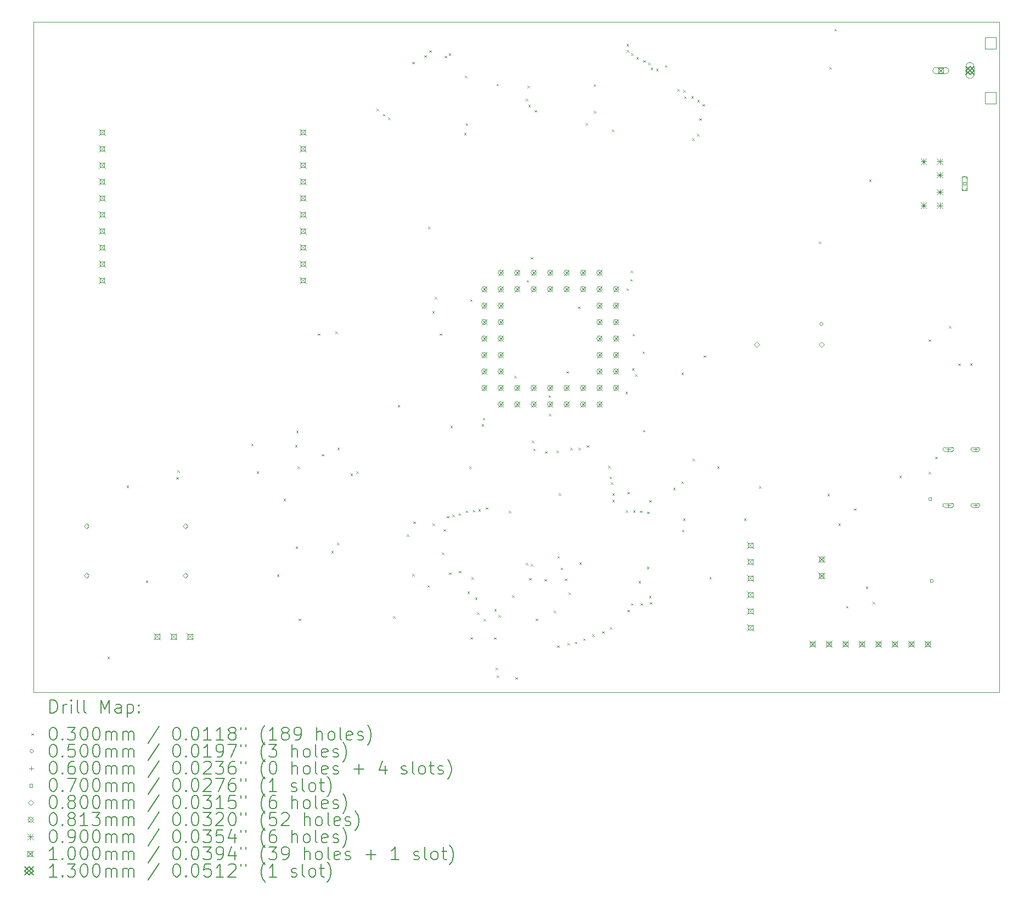
<source format=gbr>
%TF.GenerationSoftware,KiCad,Pcbnew,9.0.1*%
%TF.CreationDate,2025-09-03T14:35:04-07:00*%
%TF.ProjectId,Project68,50726f6a-6563-4743-9638-2e6b69636164,rev?*%
%TF.SameCoordinates,Original*%
%TF.FileFunction,Drillmap*%
%TF.FilePolarity,Positive*%
%FSLAX45Y45*%
G04 Gerber Fmt 4.5, Leading zero omitted, Abs format (unit mm)*
G04 Created by KiCad (PCBNEW 9.0.1) date 2025-09-03 14:35:04*
%MOMM*%
%LPD*%
G01*
G04 APERTURE LIST*
%ADD10C,0.050000*%
%ADD11C,0.010000*%
%ADD12C,0.200000*%
%ADD13C,0.100000*%
%ADD14C,0.130000*%
G04 APERTURE END LIST*
D10*
X8575000Y-3948100D02*
X23480000Y-3948100D01*
X23480000Y-14300000D01*
X8575000Y-14300000D01*
X8575000Y-3948100D01*
D11*
X23255000Y-4185000D02*
X23255000Y-4365000D01*
X23255000Y-4365000D02*
X23425000Y-4365000D01*
X23255000Y-5035000D02*
X23255000Y-5215000D01*
X23255000Y-5215000D02*
X23425000Y-5215000D01*
X23425000Y-4185000D02*
X23255000Y-4185000D01*
X23425000Y-4365000D02*
X23425000Y-4185000D01*
X23425000Y-5035000D02*
X23255000Y-5035000D01*
X23425000Y-5215000D02*
X23425000Y-5035000D01*
X22904600Y-6333500D02*
X22974600Y-6333500D01*
X22904600Y-6553500D02*
X22904600Y-6333500D01*
X22974600Y-6333500D02*
X22974600Y-6553500D01*
X22974600Y-6553500D02*
X22904600Y-6553500D01*
D12*
D13*
X9717810Y-13746500D02*
X9747810Y-13776500D01*
X9747810Y-13746500D02*
X9717810Y-13776500D01*
X10012990Y-11104200D02*
X10042990Y-11134200D01*
X10042990Y-11104200D02*
X10012990Y-11134200D01*
X10308170Y-12572200D02*
X10338170Y-12602200D01*
X10338170Y-12572200D02*
X10308170Y-12602200D01*
X10781100Y-10973700D02*
X10811100Y-11003700D01*
X10811100Y-10973700D02*
X10781100Y-11003700D01*
X10795500Y-10868900D02*
X10825500Y-10898900D01*
X10825500Y-10868900D02*
X10795500Y-10898900D01*
X11935000Y-10460000D02*
X11965000Y-10490000D01*
X11965000Y-10460000D02*
X11935000Y-10490000D01*
X12019600Y-10887000D02*
X12049600Y-10917000D01*
X12049600Y-10887000D02*
X12019600Y-10917000D01*
X12332100Y-12477000D02*
X12362100Y-12507000D01*
X12362100Y-12477000D02*
X12332100Y-12507000D01*
X12435000Y-11310000D02*
X12465000Y-11340000D01*
X12465000Y-11310000D02*
X12435000Y-11340000D01*
X12610800Y-10477900D02*
X12640800Y-10507900D01*
X12640800Y-10477900D02*
X12610800Y-10507900D01*
X12621600Y-12046500D02*
X12651600Y-12076500D01*
X12651600Y-12046500D02*
X12621600Y-12076500D01*
X12630800Y-10258200D02*
X12660800Y-10288200D01*
X12660800Y-10258200D02*
X12630800Y-10288200D01*
X12650100Y-10810600D02*
X12680100Y-10840600D01*
X12680100Y-10810600D02*
X12650100Y-10840600D01*
X12669600Y-13159300D02*
X12699600Y-13189300D01*
X12699600Y-13159300D02*
X12669600Y-13189300D01*
X12964800Y-8755490D02*
X12994800Y-8785490D01*
X12994800Y-8755490D02*
X12964800Y-8785490D01*
X13023500Y-10620900D02*
X13053500Y-10650900D01*
X13053500Y-10620900D02*
X13023500Y-10650900D01*
X13169600Y-12113500D02*
X13199600Y-12143500D01*
X13199600Y-12113500D02*
X13169600Y-12143500D01*
X13233100Y-8728810D02*
X13263100Y-8758810D01*
X13263100Y-8728810D02*
X13233100Y-8758810D01*
X13260000Y-11985000D02*
X13290000Y-12015000D01*
X13290000Y-11985000D02*
X13260000Y-12015000D01*
X13265700Y-10522900D02*
X13295700Y-10552900D01*
X13295700Y-10522900D02*
X13265700Y-10552900D01*
X13466400Y-10919100D02*
X13496400Y-10949100D01*
X13496400Y-10919100D02*
X13466400Y-10949100D01*
X13555200Y-10886400D02*
X13585200Y-10916400D01*
X13585200Y-10886400D02*
X13555200Y-10916400D01*
X13872100Y-5291000D02*
X13902100Y-5321000D01*
X13902100Y-5291000D02*
X13872100Y-5321000D01*
X13968400Y-5369750D02*
X13998400Y-5399750D01*
X13998400Y-5369750D02*
X13968400Y-5399750D01*
X14048400Y-5427250D02*
X14078400Y-5457250D01*
X14078400Y-5427250D02*
X14048400Y-5457250D01*
X14124600Y-13121000D02*
X14154600Y-13151000D01*
X14154600Y-13121000D02*
X14124600Y-13151000D01*
X14194600Y-9863500D02*
X14224600Y-9893500D01*
X14224600Y-9863500D02*
X14194600Y-9893500D01*
X14335000Y-11860000D02*
X14365000Y-11890000D01*
X14365000Y-11860000D02*
X14335000Y-11890000D01*
X14420800Y-4567250D02*
X14450800Y-4597250D01*
X14450800Y-4567250D02*
X14420800Y-4597250D01*
X14422070Y-12470760D02*
X14452070Y-12500760D01*
X14452070Y-12470760D02*
X14422070Y-12500760D01*
X14435000Y-11660000D02*
X14465000Y-11690000D01*
X14465000Y-11660000D02*
X14435000Y-11690000D01*
X14605800Y-4462250D02*
X14635800Y-4492250D01*
X14635800Y-4462250D02*
X14605800Y-4492250D01*
X14654790Y-12642680D02*
X14684790Y-12672680D01*
X14684790Y-12642680D02*
X14654790Y-12672680D01*
X14666800Y-7111000D02*
X14696800Y-7141000D01*
X14696800Y-7111000D02*
X14666800Y-7141000D01*
X14680800Y-4387250D02*
X14710800Y-4417250D01*
X14710800Y-4387250D02*
X14680800Y-4417250D01*
X14730410Y-8414690D02*
X14760410Y-8444690D01*
X14760410Y-8414690D02*
X14730410Y-8444690D01*
X14731300Y-11691400D02*
X14761300Y-11721400D01*
X14761300Y-11691400D02*
X14731300Y-11721400D01*
X14766900Y-8195380D02*
X14796900Y-8225380D01*
X14796900Y-8195380D02*
X14766900Y-8225380D01*
X14844000Y-8755490D02*
X14874000Y-8785490D01*
X14874000Y-8755490D02*
X14844000Y-8785490D01*
X14879600Y-12141000D02*
X14909600Y-12171000D01*
X14909600Y-12141000D02*
X14879600Y-12171000D01*
X14904600Y-11781000D02*
X14934600Y-11811000D01*
X14934600Y-11781000D02*
X14904600Y-11811000D01*
X14919600Y-4473500D02*
X14949600Y-4503500D01*
X14949600Y-4473500D02*
X14919600Y-4503500D01*
X14953400Y-11577300D02*
X14983400Y-11607300D01*
X14983400Y-11577300D02*
X14953400Y-11607300D01*
X14982100Y-4433500D02*
X15012100Y-4463500D01*
X15012100Y-4433500D02*
X14982100Y-4463500D01*
X14985800Y-12447300D02*
X15015800Y-12477300D01*
X15015800Y-12447300D02*
X14985800Y-12477300D01*
X15010000Y-10185000D02*
X15040000Y-10215000D01*
X15040000Y-10185000D02*
X15010000Y-10215000D01*
X15037100Y-11556000D02*
X15067100Y-11586000D01*
X15067100Y-11556000D02*
X15037100Y-11586000D01*
X15137100Y-11533500D02*
X15167100Y-11563500D01*
X15167100Y-11533500D02*
X15137100Y-11563500D01*
X15139600Y-12421000D02*
X15169600Y-12451000D01*
X15169600Y-12421000D02*
X15139600Y-12451000D01*
X15219600Y-5663500D02*
X15249600Y-5693500D01*
X15249600Y-5663500D02*
X15219600Y-5693500D01*
X15234600Y-4783500D02*
X15264600Y-4813500D01*
X15264600Y-4783500D02*
X15234600Y-4813500D01*
X15244600Y-5513500D02*
X15274600Y-5543500D01*
X15274600Y-5513500D02*
X15244600Y-5543500D01*
X15245800Y-11489700D02*
X15275800Y-11519700D01*
X15275800Y-11489700D02*
X15245800Y-11519700D01*
X15269600Y-12738500D02*
X15299600Y-12768500D01*
X15299600Y-12738500D02*
X15269600Y-12768500D01*
X15300800Y-10810600D02*
X15330800Y-10840600D01*
X15330800Y-10810600D02*
X15300800Y-10840600D01*
X15314400Y-8232290D02*
X15344400Y-8262290D01*
X15344400Y-8232290D02*
X15314400Y-8262290D01*
X15319600Y-13446000D02*
X15349600Y-13476000D01*
X15349600Y-13446000D02*
X15319600Y-13476000D01*
X15336000Y-12519200D02*
X15366000Y-12549200D01*
X15366000Y-12519200D02*
X15336000Y-12549200D01*
X15355800Y-11482300D02*
X15385800Y-11512300D01*
X15385800Y-11482300D02*
X15355800Y-11512300D01*
X15390804Y-12834704D02*
X15420804Y-12864704D01*
X15420804Y-12834704D02*
X15390804Y-12864704D01*
X15419600Y-13063500D02*
X15449600Y-13093500D01*
X15449600Y-13063500D02*
X15419600Y-13093500D01*
X15442100Y-11468500D02*
X15472100Y-11498500D01*
X15472100Y-11468500D02*
X15442100Y-11498500D01*
X15490100Y-10157800D02*
X15520100Y-10187800D01*
X15520100Y-10157800D02*
X15490100Y-10187800D01*
X15510000Y-10060000D02*
X15540000Y-10090000D01*
X15540000Y-10060000D02*
X15510000Y-10090000D01*
X15519600Y-13163500D02*
X15549600Y-13193500D01*
X15549600Y-13163500D02*
X15519600Y-13193500D01*
X15554600Y-11441000D02*
X15584600Y-11471000D01*
X15584600Y-11441000D02*
X15554600Y-11471000D01*
X15682100Y-13446000D02*
X15712100Y-13476000D01*
X15712100Y-13446000D02*
X15682100Y-13476000D01*
X15685000Y-13010000D02*
X15715000Y-13040000D01*
X15715000Y-13010000D02*
X15685000Y-13040000D01*
X15707100Y-13918500D02*
X15737100Y-13948500D01*
X15737100Y-13918500D02*
X15707100Y-13948500D01*
X15720900Y-4903360D02*
X15750900Y-4933360D01*
X15750900Y-4903360D02*
X15720900Y-4933360D01*
X15724600Y-14033500D02*
X15754600Y-14063500D01*
X15754600Y-14033500D02*
X15724600Y-14063500D01*
X15747300Y-13102900D02*
X15777300Y-13132900D01*
X15777300Y-13102900D02*
X15747300Y-13132900D01*
X15912400Y-11494300D02*
X15942400Y-11524300D01*
X15942400Y-11494300D02*
X15912400Y-11524300D01*
X15963000Y-12801600D02*
X15993000Y-12831600D01*
X15993000Y-12801600D02*
X15963000Y-12831600D01*
X15993300Y-9414230D02*
X16023300Y-9444230D01*
X16023300Y-9414230D02*
X15993300Y-9444230D01*
X16012100Y-14063500D02*
X16042100Y-14093500D01*
X16042100Y-14063500D02*
X16012100Y-14093500D01*
X16170500Y-5139540D02*
X16200500Y-5169540D01*
X16200500Y-5139540D02*
X16170500Y-5169540D01*
X16172100Y-12298500D02*
X16202100Y-12328500D01*
X16202100Y-12298500D02*
X16172100Y-12328500D01*
X16184500Y-7934200D02*
X16214500Y-7964200D01*
X16214500Y-7934200D02*
X16184500Y-7964200D01*
X16200100Y-4935540D02*
X16230100Y-4965540D01*
X16230100Y-4935540D02*
X16200100Y-4965540D01*
X16212800Y-5231490D02*
X16242800Y-5261490D01*
X16242800Y-5231490D02*
X16212800Y-5261490D01*
X16222300Y-12532600D02*
X16252300Y-12562600D01*
X16252300Y-12532600D02*
X16222300Y-12562600D01*
X16249633Y-12318214D02*
X16279633Y-12348214D01*
X16279633Y-12318214D02*
X16249633Y-12348214D01*
X16250200Y-7581130D02*
X16280200Y-7611130D01*
X16280200Y-7581130D02*
X16250200Y-7611130D01*
X16265800Y-10412300D02*
X16295800Y-10442300D01*
X16295800Y-10412300D02*
X16265800Y-10442300D01*
X16287100Y-10533500D02*
X16317100Y-10563500D01*
X16317100Y-10533500D02*
X16287100Y-10563500D01*
X16309800Y-5311560D02*
X16339800Y-5341560D01*
X16339800Y-5311560D02*
X16309800Y-5341560D01*
X16324284Y-13158815D02*
X16354284Y-13188815D01*
X16354284Y-13158815D02*
X16324284Y-13188815D01*
X16459800Y-12551300D02*
X16489800Y-12581300D01*
X16489800Y-12551300D02*
X16459800Y-12581300D01*
X16467100Y-10578500D02*
X16497100Y-10608500D01*
X16497100Y-10578500D02*
X16467100Y-10608500D01*
X16525000Y-9713570D02*
X16555000Y-9743570D01*
X16555000Y-9713570D02*
X16525000Y-9743570D01*
X16529500Y-9996800D02*
X16559500Y-10026800D01*
X16559500Y-9996800D02*
X16529500Y-10026800D01*
X16602400Y-13038500D02*
X16632400Y-13068500D01*
X16632400Y-13038500D02*
X16602400Y-13068500D01*
X16645800Y-10564700D02*
X16675800Y-10594700D01*
X16675800Y-10564700D02*
X16645800Y-10594700D01*
X16656887Y-13576213D02*
X16686887Y-13606213D01*
X16686887Y-13576213D02*
X16656887Y-13606213D01*
X16660800Y-12195000D02*
X16690800Y-12225000D01*
X16690800Y-12195000D02*
X16660800Y-12225000D01*
X16680900Y-11224800D02*
X16710900Y-11254800D01*
X16710900Y-11224800D02*
X16680900Y-11254800D01*
X16709400Y-12371900D02*
X16739400Y-12401900D01*
X16739400Y-12371900D02*
X16709400Y-12401900D01*
X16774800Y-12543300D02*
X16804800Y-12573300D01*
X16804800Y-12543300D02*
X16774800Y-12573300D01*
X16799500Y-9342670D02*
X16829500Y-9372670D01*
X16829500Y-9342670D02*
X16799500Y-9372670D01*
X16814600Y-13538500D02*
X16844600Y-13568500D01*
X16844600Y-13538500D02*
X16814600Y-13568500D01*
X16832000Y-12755500D02*
X16862000Y-12785500D01*
X16862000Y-12755500D02*
X16832000Y-12785500D01*
X16857100Y-10523500D02*
X16887100Y-10553500D01*
X16887100Y-10523500D02*
X16857100Y-10553500D01*
X16932100Y-13513500D02*
X16962100Y-13543500D01*
X16962100Y-13513500D02*
X16932100Y-13543500D01*
X16977500Y-8342910D02*
X17007500Y-8372910D01*
X17007500Y-8342910D02*
X16977500Y-8372910D01*
X16987100Y-10523500D02*
X17017100Y-10553500D01*
X17017100Y-10523500D02*
X16987100Y-10553500D01*
X16999100Y-12293400D02*
X17029100Y-12323400D01*
X17029100Y-12293400D02*
X16999100Y-12323400D01*
X17057100Y-13463500D02*
X17087100Y-13493500D01*
X17087100Y-13463500D02*
X17057100Y-13493500D01*
X17097100Y-5508220D02*
X17127100Y-5538220D01*
X17127100Y-5508220D02*
X17097100Y-5538220D01*
X17112700Y-10485000D02*
X17142700Y-10515000D01*
X17142700Y-10485000D02*
X17112700Y-10515000D01*
X17197100Y-13401000D02*
X17227100Y-13431000D01*
X17227100Y-13401000D02*
X17197100Y-13431000D01*
X17219600Y-4913500D02*
X17249600Y-4943500D01*
X17249600Y-4913500D02*
X17219600Y-4943500D01*
X17224700Y-5323600D02*
X17254700Y-5353600D01*
X17254700Y-5323600D02*
X17224700Y-5353600D01*
X17349600Y-13356000D02*
X17379600Y-13386000D01*
X17379600Y-13356000D02*
X17349600Y-13386000D01*
X17442100Y-10801000D02*
X17472100Y-10831000D01*
X17472100Y-10801000D02*
X17442100Y-10831000D01*
X17464600Y-10966000D02*
X17494600Y-10996000D01*
X17494600Y-10966000D02*
X17464600Y-10996000D01*
X17469600Y-13291000D02*
X17499600Y-13321000D01*
X17499600Y-13291000D02*
X17469600Y-13321000D01*
X17484600Y-11053500D02*
X17514600Y-11083500D01*
X17514600Y-11053500D02*
X17484600Y-11083500D01*
X17501000Y-5609200D02*
X17531000Y-5639200D01*
X17531000Y-5609200D02*
X17501000Y-5639200D01*
X17504600Y-11226000D02*
X17534600Y-11256000D01*
X17534600Y-11226000D02*
X17504600Y-11256000D01*
X17507100Y-11326000D02*
X17537100Y-11356000D01*
X17537100Y-11326000D02*
X17507100Y-11356000D01*
X17707900Y-9658470D02*
X17737900Y-9688470D01*
X17737900Y-9658470D02*
X17707900Y-9688470D01*
X17714600Y-11486000D02*
X17744600Y-11516000D01*
X17744600Y-11486000D02*
X17714600Y-11516000D01*
X17727100Y-4291000D02*
X17757100Y-4321000D01*
X17757100Y-4291000D02*
X17727100Y-4321000D01*
X17728100Y-8062260D02*
X17758100Y-8092260D01*
X17758100Y-8062260D02*
X17728100Y-8092260D01*
X17732100Y-4383500D02*
X17762100Y-4413500D01*
X17762100Y-4383500D02*
X17732100Y-4413500D01*
X17737400Y-11202300D02*
X17767400Y-11232300D01*
X17767400Y-11202300D02*
X17737400Y-11232300D01*
X17739600Y-13023500D02*
X17769600Y-13053500D01*
X17769600Y-13023500D02*
X17739600Y-13053500D01*
X17786700Y-7918920D02*
X17816700Y-7948920D01*
X17816700Y-7918920D02*
X17786700Y-7948920D01*
X17788700Y-7786320D02*
X17818700Y-7816320D01*
X17818700Y-7786320D02*
X17788700Y-7816320D01*
X17794600Y-12923500D02*
X17824600Y-12953500D01*
X17824600Y-12923500D02*
X17794600Y-12953500D01*
X17797100Y-4436000D02*
X17827100Y-4466000D01*
X17827100Y-4436000D02*
X17797100Y-4466000D01*
X17809600Y-9293940D02*
X17839600Y-9323940D01*
X17839600Y-9293940D02*
X17809600Y-9323940D01*
X17820100Y-8766850D02*
X17850100Y-8796850D01*
X17850100Y-8766850D02*
X17820100Y-8796850D01*
X17827100Y-11488500D02*
X17857100Y-11518500D01*
X17857100Y-11488500D02*
X17827100Y-11518500D01*
X17856000Y-9385440D02*
X17886000Y-9415440D01*
X17886000Y-9385440D02*
X17856000Y-9415440D01*
X17879600Y-4493500D02*
X17909600Y-4523500D01*
X17909600Y-4493500D02*
X17879600Y-4523500D01*
X17910800Y-12579700D02*
X17940800Y-12609700D01*
X17940800Y-12579700D02*
X17910800Y-12609700D01*
X17933400Y-11492300D02*
X17963400Y-11522300D01*
X17963400Y-11492300D02*
X17933400Y-11522300D01*
X17942890Y-12923550D02*
X17972890Y-12953550D01*
X17972890Y-12923550D02*
X17942890Y-12953550D01*
X17970500Y-9036700D02*
X18000500Y-9066700D01*
X18000500Y-9036700D02*
X17970500Y-9066700D01*
X17982100Y-10248800D02*
X18012100Y-10278800D01*
X18012100Y-10248800D02*
X17982100Y-10278800D01*
X17984600Y-4538500D02*
X18014600Y-4568500D01*
X18014600Y-4538500D02*
X17984600Y-4568500D01*
X18039600Y-12361000D02*
X18069600Y-12391000D01*
X18069600Y-12361000D02*
X18039600Y-12391000D01*
X18042100Y-11508500D02*
X18072100Y-11538500D01*
X18072100Y-11508500D02*
X18042100Y-11538500D01*
X18060800Y-4577250D02*
X18090800Y-4607250D01*
X18090800Y-4577250D02*
X18060800Y-4607250D01*
X18073400Y-12806300D02*
X18103400Y-12836300D01*
X18103400Y-12806300D02*
X18073400Y-12836300D01*
X18076200Y-11331700D02*
X18106200Y-11361700D01*
X18106200Y-11331700D02*
X18076200Y-11361700D01*
X18087500Y-12905600D02*
X18117500Y-12935600D01*
X18117500Y-12905600D02*
X18087500Y-12935600D01*
X18097100Y-4656000D02*
X18127100Y-4686000D01*
X18127100Y-4656000D02*
X18097100Y-4686000D01*
X18182100Y-4673500D02*
X18212100Y-4703500D01*
X18212100Y-4673500D02*
X18182100Y-4703500D01*
X18318900Y-4618470D02*
X18348900Y-4648470D01*
X18348900Y-4618470D02*
X18318900Y-4648470D01*
X18444600Y-11138500D02*
X18474600Y-11168500D01*
X18474600Y-11138500D02*
X18444600Y-11168500D01*
X18509600Y-4986000D02*
X18539600Y-5016000D01*
X18539600Y-4986000D02*
X18509600Y-5016000D01*
X18573200Y-9360350D02*
X18603200Y-9390350D01*
X18603200Y-9360350D02*
X18573200Y-9390350D01*
X18573200Y-11044700D02*
X18603200Y-11074700D01*
X18603200Y-11044700D02*
X18573200Y-11074700D01*
X18580800Y-11789700D02*
X18610800Y-11819700D01*
X18610800Y-11789700D02*
X18580800Y-11819700D01*
X18599600Y-11613500D02*
X18629600Y-11643500D01*
X18629600Y-11613500D02*
X18599600Y-11643500D01*
X18602100Y-5003500D02*
X18632100Y-5033500D01*
X18632100Y-5003500D02*
X18602100Y-5033500D01*
X18614600Y-5101000D02*
X18644600Y-5131000D01*
X18644600Y-5101000D02*
X18614600Y-5131000D01*
X18724600Y-5096000D02*
X18754600Y-5126000D01*
X18754600Y-5096000D02*
X18724600Y-5126000D01*
X18737100Y-5746000D02*
X18767100Y-5776000D01*
X18767100Y-5746000D02*
X18737100Y-5776000D01*
X18747100Y-10691000D02*
X18777100Y-10721000D01*
X18777100Y-10691000D02*
X18747100Y-10721000D01*
X18812100Y-5678500D02*
X18842100Y-5708500D01*
X18842100Y-5678500D02*
X18812100Y-5708500D01*
X18819600Y-5153500D02*
X18849600Y-5183500D01*
X18849600Y-5153500D02*
X18819600Y-5183500D01*
X18847100Y-5438500D02*
X18877100Y-5468500D01*
X18877100Y-5438500D02*
X18847100Y-5468500D01*
X18899600Y-5216000D02*
X18929600Y-5246000D01*
X18929600Y-5216000D02*
X18899600Y-5246000D01*
X18916900Y-9096820D02*
X18946900Y-9126820D01*
X18946900Y-9096820D02*
X18916900Y-9126820D01*
X19004800Y-12517400D02*
X19034800Y-12547400D01*
X19034800Y-12517400D02*
X19004800Y-12547400D01*
X19122100Y-10810600D02*
X19152100Y-10840600D01*
X19152100Y-10810600D02*
X19122100Y-10840600D01*
X19538800Y-11613000D02*
X19568800Y-11643000D01*
X19568800Y-11613000D02*
X19538800Y-11643000D01*
X19769600Y-11113500D02*
X19799600Y-11143500D01*
X19799600Y-11113500D02*
X19769600Y-11143500D01*
X20694600Y-7338500D02*
X20724600Y-7368500D01*
X20724600Y-7338500D02*
X20694600Y-7368500D01*
X20824100Y-11231600D02*
X20854100Y-11261600D01*
X20854100Y-11231600D02*
X20824100Y-11261600D01*
X20855900Y-4645230D02*
X20885900Y-4675230D01*
X20885900Y-4645230D02*
X20855900Y-4675230D01*
X20934600Y-4058050D02*
X20964600Y-4088050D01*
X20964600Y-4058050D02*
X20934600Y-4088050D01*
X20994800Y-11691400D02*
X21024800Y-11721400D01*
X21024800Y-11691400D02*
X20994800Y-11721400D01*
X21114600Y-12963500D02*
X21144600Y-12993500D01*
X21144600Y-12963500D02*
X21114600Y-12993500D01*
X21236010Y-11457800D02*
X21266010Y-11487800D01*
X21266010Y-11457800D02*
X21236010Y-11487800D01*
X21419600Y-12663500D02*
X21449600Y-12693500D01*
X21449600Y-12663500D02*
X21419600Y-12693500D01*
X21468200Y-6380750D02*
X21498200Y-6410750D01*
X21498200Y-6380750D02*
X21468200Y-6410750D01*
X21525010Y-12901640D02*
X21555010Y-12931640D01*
X21555010Y-12901640D02*
X21525010Y-12931640D01*
X21934600Y-10954900D02*
X21964600Y-10984900D01*
X21964600Y-10954900D02*
X21934600Y-10984900D01*
X22387400Y-8848200D02*
X22417400Y-8878200D01*
X22417400Y-8848200D02*
X22387400Y-8878200D01*
X22387400Y-10894900D02*
X22417400Y-10924900D01*
X22417400Y-10894900D02*
X22387400Y-10924900D01*
X22490200Y-10663500D02*
X22520200Y-10693500D01*
X22520200Y-10663500D02*
X22490200Y-10693500D01*
X22701400Y-8644600D02*
X22731400Y-8674600D01*
X22731400Y-8644600D02*
X22701400Y-8674600D01*
X22846500Y-9222820D02*
X22876500Y-9252820D01*
X22876500Y-9222820D02*
X22846500Y-9252820D01*
X23025500Y-9216030D02*
X23055500Y-9246030D01*
X23055500Y-9216030D02*
X23025500Y-9246030D01*
X20756300Y-8611760D02*
G75*
G02*
X20706300Y-8611760I-25000J0D01*
G01*
X20706300Y-8611760D02*
G75*
G02*
X20756300Y-8611760I25000J0D01*
G01*
X22437200Y-11315800D02*
G75*
G02*
X22387200Y-11315800I-25000J0D01*
G01*
X22387200Y-11315800D02*
G75*
G02*
X22437200Y-11315800I25000J0D01*
G01*
X22459800Y-12576700D02*
G75*
G02*
X22409800Y-12576700I-25000J0D01*
G01*
X22409800Y-12576700D02*
G75*
G02*
X22459800Y-12576700I25000J0D01*
G01*
X22691600Y-10516000D02*
X22691600Y-10576000D01*
X22661600Y-10546000D02*
X22721600Y-10546000D01*
X22636600Y-10576000D02*
X22746600Y-10576000D01*
X22746600Y-10516000D02*
G75*
G02*
X22746600Y-10576000I0J-30000D01*
G01*
X22746600Y-10516000D02*
X22636600Y-10516000D01*
X22636600Y-10516000D02*
G75*
G03*
X22636600Y-10576000I0J-30000D01*
G01*
X22691600Y-11380000D02*
X22691600Y-11440000D01*
X22661600Y-11410000D02*
X22721600Y-11410000D01*
X22636600Y-11440000D02*
X22746600Y-11440000D01*
X22746600Y-11380000D02*
G75*
G02*
X22746600Y-11440000I0J-30000D01*
G01*
X22746600Y-11380000D02*
X22636600Y-11380000D01*
X22636600Y-11380000D02*
G75*
G03*
X22636600Y-11440000I0J-30000D01*
G01*
X23109600Y-10516000D02*
X23109600Y-10576000D01*
X23079600Y-10546000D02*
X23139600Y-10546000D01*
X23069600Y-10576000D02*
X23149600Y-10576000D01*
X23149600Y-10516000D02*
G75*
G02*
X23149600Y-10576000I0J-30000D01*
G01*
X23149600Y-10516000D02*
X23069600Y-10516000D01*
X23069600Y-10516000D02*
G75*
G03*
X23069600Y-10576000I0J-30000D01*
G01*
X23109600Y-11380000D02*
X23109600Y-11440000D01*
X23079600Y-11410000D02*
X23139600Y-11410000D01*
X23069600Y-11440000D02*
X23149600Y-11440000D01*
X23149600Y-11380000D02*
G75*
G02*
X23149600Y-11440000I0J-30000D01*
G01*
X23149600Y-11380000D02*
X23069600Y-11380000D01*
X23069600Y-11380000D02*
G75*
G03*
X23069600Y-11440000I0J-30000D01*
G01*
X22964349Y-6468249D02*
X22964349Y-6418751D01*
X22914851Y-6418751D01*
X22914851Y-6468249D01*
X22964349Y-6468249D01*
X22974600Y-6518500D02*
X22974600Y-6368500D01*
X22904600Y-6368500D02*
G75*
G02*
X22974600Y-6368500I35000J0D01*
G01*
X22904600Y-6368500D02*
X22904600Y-6518500D01*
X22904600Y-6518500D02*
G75*
G03*
X22974600Y-6518500I35000J0D01*
G01*
X9395100Y-11770000D02*
X9435100Y-11730000D01*
X9395100Y-11690000D01*
X9355100Y-11730000D01*
X9395100Y-11770000D01*
X9395100Y-12532000D02*
X9435100Y-12492000D01*
X9395100Y-12452000D01*
X9355100Y-12492000D01*
X9395100Y-12532000D01*
X10919100Y-11770000D02*
X10959100Y-11730000D01*
X10919100Y-11690000D01*
X10879100Y-11730000D01*
X10919100Y-11770000D01*
X10919100Y-12532000D02*
X10959100Y-12492000D01*
X10919100Y-12452000D01*
X10879100Y-12492000D01*
X10919100Y-12532000D01*
X19734600Y-8968500D02*
X19774600Y-8928500D01*
X19734600Y-8888500D01*
X19694600Y-8928500D01*
X19734600Y-8968500D01*
X20734600Y-8968500D02*
X20774600Y-8928500D01*
X20734600Y-8888500D01*
X20694600Y-8928500D01*
X20734600Y-8968500D01*
X15490460Y-8033360D02*
X15571740Y-8114640D01*
X15571740Y-8033360D02*
X15490460Y-8114640D01*
X15571740Y-8074000D02*
G75*
G02*
X15490460Y-8074000I-40640J0D01*
G01*
X15490460Y-8074000D02*
G75*
G02*
X15571740Y-8074000I40640J0D01*
G01*
X15490460Y-8287360D02*
X15571740Y-8368640D01*
X15571740Y-8287360D02*
X15490460Y-8368640D01*
X15571740Y-8328000D02*
G75*
G02*
X15490460Y-8328000I-40640J0D01*
G01*
X15490460Y-8328000D02*
G75*
G02*
X15571740Y-8328000I40640J0D01*
G01*
X15490460Y-8541360D02*
X15571740Y-8622640D01*
X15571740Y-8541360D02*
X15490460Y-8622640D01*
X15571740Y-8582000D02*
G75*
G02*
X15490460Y-8582000I-40640J0D01*
G01*
X15490460Y-8582000D02*
G75*
G02*
X15571740Y-8582000I40640J0D01*
G01*
X15490460Y-8795360D02*
X15571740Y-8876640D01*
X15571740Y-8795360D02*
X15490460Y-8876640D01*
X15571740Y-8836000D02*
G75*
G02*
X15490460Y-8836000I-40640J0D01*
G01*
X15490460Y-8836000D02*
G75*
G02*
X15571740Y-8836000I40640J0D01*
G01*
X15490460Y-9049360D02*
X15571740Y-9130640D01*
X15571740Y-9049360D02*
X15490460Y-9130640D01*
X15571740Y-9090000D02*
G75*
G02*
X15490460Y-9090000I-40640J0D01*
G01*
X15490460Y-9090000D02*
G75*
G02*
X15571740Y-9090000I40640J0D01*
G01*
X15490460Y-9303360D02*
X15571740Y-9384640D01*
X15571740Y-9303360D02*
X15490460Y-9384640D01*
X15571740Y-9344000D02*
G75*
G02*
X15490460Y-9344000I-40640J0D01*
G01*
X15490460Y-9344000D02*
G75*
G02*
X15571740Y-9344000I40640J0D01*
G01*
X15490460Y-9557360D02*
X15571740Y-9638640D01*
X15571740Y-9557360D02*
X15490460Y-9638640D01*
X15571740Y-9598000D02*
G75*
G02*
X15490460Y-9598000I-40640J0D01*
G01*
X15490460Y-9598000D02*
G75*
G02*
X15571740Y-9598000I40640J0D01*
G01*
X15744460Y-7779360D02*
X15825740Y-7860640D01*
X15825740Y-7779360D02*
X15744460Y-7860640D01*
X15825740Y-7820000D02*
G75*
G02*
X15744460Y-7820000I-40640J0D01*
G01*
X15744460Y-7820000D02*
G75*
G02*
X15825740Y-7820000I40640J0D01*
G01*
X15744460Y-8033360D02*
X15825740Y-8114640D01*
X15825740Y-8033360D02*
X15744460Y-8114640D01*
X15825740Y-8074000D02*
G75*
G02*
X15744460Y-8074000I-40640J0D01*
G01*
X15744460Y-8074000D02*
G75*
G02*
X15825740Y-8074000I40640J0D01*
G01*
X15744460Y-8287360D02*
X15825740Y-8368640D01*
X15825740Y-8287360D02*
X15744460Y-8368640D01*
X15825740Y-8328000D02*
G75*
G02*
X15744460Y-8328000I-40640J0D01*
G01*
X15744460Y-8328000D02*
G75*
G02*
X15825740Y-8328000I40640J0D01*
G01*
X15744460Y-8541360D02*
X15825740Y-8622640D01*
X15825740Y-8541360D02*
X15744460Y-8622640D01*
X15825740Y-8582000D02*
G75*
G02*
X15744460Y-8582000I-40640J0D01*
G01*
X15744460Y-8582000D02*
G75*
G02*
X15825740Y-8582000I40640J0D01*
G01*
X15744460Y-8795360D02*
X15825740Y-8876640D01*
X15825740Y-8795360D02*
X15744460Y-8876640D01*
X15825740Y-8836000D02*
G75*
G02*
X15744460Y-8836000I-40640J0D01*
G01*
X15744460Y-8836000D02*
G75*
G02*
X15825740Y-8836000I40640J0D01*
G01*
X15744460Y-9049360D02*
X15825740Y-9130640D01*
X15825740Y-9049360D02*
X15744460Y-9130640D01*
X15825740Y-9090000D02*
G75*
G02*
X15744460Y-9090000I-40640J0D01*
G01*
X15744460Y-9090000D02*
G75*
G02*
X15825740Y-9090000I40640J0D01*
G01*
X15744460Y-9303360D02*
X15825740Y-9384640D01*
X15825740Y-9303360D02*
X15744460Y-9384640D01*
X15825740Y-9344000D02*
G75*
G02*
X15744460Y-9344000I-40640J0D01*
G01*
X15744460Y-9344000D02*
G75*
G02*
X15825740Y-9344000I40640J0D01*
G01*
X15744460Y-9557360D02*
X15825740Y-9638640D01*
X15825740Y-9557360D02*
X15744460Y-9638640D01*
X15825740Y-9598000D02*
G75*
G02*
X15744460Y-9598000I-40640J0D01*
G01*
X15744460Y-9598000D02*
G75*
G02*
X15825740Y-9598000I40640J0D01*
G01*
X15744460Y-9811360D02*
X15825740Y-9892640D01*
X15825740Y-9811360D02*
X15744460Y-9892640D01*
X15825740Y-9852000D02*
G75*
G02*
X15744460Y-9852000I-40640J0D01*
G01*
X15744460Y-9852000D02*
G75*
G02*
X15825740Y-9852000I40640J0D01*
G01*
X15998460Y-7779360D02*
X16079740Y-7860640D01*
X16079740Y-7779360D02*
X15998460Y-7860640D01*
X16079740Y-7820000D02*
G75*
G02*
X15998460Y-7820000I-40640J0D01*
G01*
X15998460Y-7820000D02*
G75*
G02*
X16079740Y-7820000I40640J0D01*
G01*
X15998460Y-8033360D02*
X16079740Y-8114640D01*
X16079740Y-8033360D02*
X15998460Y-8114640D01*
X16079740Y-8074000D02*
G75*
G02*
X15998460Y-8074000I-40640J0D01*
G01*
X15998460Y-8074000D02*
G75*
G02*
X16079740Y-8074000I40640J0D01*
G01*
X15998460Y-9557360D02*
X16079740Y-9638640D01*
X16079740Y-9557360D02*
X15998460Y-9638640D01*
X16079740Y-9598000D02*
G75*
G02*
X15998460Y-9598000I-40640J0D01*
G01*
X15998460Y-9598000D02*
G75*
G02*
X16079740Y-9598000I40640J0D01*
G01*
X15998460Y-9811360D02*
X16079740Y-9892640D01*
X16079740Y-9811360D02*
X15998460Y-9892640D01*
X16079740Y-9852000D02*
G75*
G02*
X15998460Y-9852000I-40640J0D01*
G01*
X15998460Y-9852000D02*
G75*
G02*
X16079740Y-9852000I40640J0D01*
G01*
X16252460Y-7779360D02*
X16333740Y-7860640D01*
X16333740Y-7779360D02*
X16252460Y-7860640D01*
X16333740Y-7820000D02*
G75*
G02*
X16252460Y-7820000I-40640J0D01*
G01*
X16252460Y-7820000D02*
G75*
G02*
X16333740Y-7820000I40640J0D01*
G01*
X16252460Y-8033360D02*
X16333740Y-8114640D01*
X16333740Y-8033360D02*
X16252460Y-8114640D01*
X16333740Y-8074000D02*
G75*
G02*
X16252460Y-8074000I-40640J0D01*
G01*
X16252460Y-8074000D02*
G75*
G02*
X16333740Y-8074000I40640J0D01*
G01*
X16252460Y-9557360D02*
X16333740Y-9638640D01*
X16333740Y-9557360D02*
X16252460Y-9638640D01*
X16333740Y-9598000D02*
G75*
G02*
X16252460Y-9598000I-40640J0D01*
G01*
X16252460Y-9598000D02*
G75*
G02*
X16333740Y-9598000I40640J0D01*
G01*
X16252460Y-9811360D02*
X16333740Y-9892640D01*
X16333740Y-9811360D02*
X16252460Y-9892640D01*
X16333740Y-9852000D02*
G75*
G02*
X16252460Y-9852000I-40640J0D01*
G01*
X16252460Y-9852000D02*
G75*
G02*
X16333740Y-9852000I40640J0D01*
G01*
X16506460Y-7779360D02*
X16587740Y-7860640D01*
X16587740Y-7779360D02*
X16506460Y-7860640D01*
X16587740Y-7820000D02*
G75*
G02*
X16506460Y-7820000I-40640J0D01*
G01*
X16506460Y-7820000D02*
G75*
G02*
X16587740Y-7820000I40640J0D01*
G01*
X16506460Y-8033360D02*
X16587740Y-8114640D01*
X16587740Y-8033360D02*
X16506460Y-8114640D01*
X16587740Y-8074000D02*
G75*
G02*
X16506460Y-8074000I-40640J0D01*
G01*
X16506460Y-8074000D02*
G75*
G02*
X16587740Y-8074000I40640J0D01*
G01*
X16506460Y-9557360D02*
X16587740Y-9638640D01*
X16587740Y-9557360D02*
X16506460Y-9638640D01*
X16587740Y-9598000D02*
G75*
G02*
X16506460Y-9598000I-40640J0D01*
G01*
X16506460Y-9598000D02*
G75*
G02*
X16587740Y-9598000I40640J0D01*
G01*
X16506460Y-9811360D02*
X16587740Y-9892640D01*
X16587740Y-9811360D02*
X16506460Y-9892640D01*
X16587740Y-9852000D02*
G75*
G02*
X16506460Y-9852000I-40640J0D01*
G01*
X16506460Y-9852000D02*
G75*
G02*
X16587740Y-9852000I40640J0D01*
G01*
X16760460Y-7779360D02*
X16841740Y-7860640D01*
X16841740Y-7779360D02*
X16760460Y-7860640D01*
X16841740Y-7820000D02*
G75*
G02*
X16760460Y-7820000I-40640J0D01*
G01*
X16760460Y-7820000D02*
G75*
G02*
X16841740Y-7820000I40640J0D01*
G01*
X16760460Y-8033360D02*
X16841740Y-8114640D01*
X16841740Y-8033360D02*
X16760460Y-8114640D01*
X16841740Y-8074000D02*
G75*
G02*
X16760460Y-8074000I-40640J0D01*
G01*
X16760460Y-8074000D02*
G75*
G02*
X16841740Y-8074000I40640J0D01*
G01*
X16760460Y-9557360D02*
X16841740Y-9638640D01*
X16841740Y-9557360D02*
X16760460Y-9638640D01*
X16841740Y-9598000D02*
G75*
G02*
X16760460Y-9598000I-40640J0D01*
G01*
X16760460Y-9598000D02*
G75*
G02*
X16841740Y-9598000I40640J0D01*
G01*
X16760460Y-9811360D02*
X16841740Y-9892640D01*
X16841740Y-9811360D02*
X16760460Y-9892640D01*
X16841740Y-9852000D02*
G75*
G02*
X16760460Y-9852000I-40640J0D01*
G01*
X16760460Y-9852000D02*
G75*
G02*
X16841740Y-9852000I40640J0D01*
G01*
X17014460Y-7779360D02*
X17095740Y-7860640D01*
X17095740Y-7779360D02*
X17014460Y-7860640D01*
X17095740Y-7820000D02*
G75*
G02*
X17014460Y-7820000I-40640J0D01*
G01*
X17014460Y-7820000D02*
G75*
G02*
X17095740Y-7820000I40640J0D01*
G01*
X17014460Y-8033360D02*
X17095740Y-8114640D01*
X17095740Y-8033360D02*
X17014460Y-8114640D01*
X17095740Y-8074000D02*
G75*
G02*
X17014460Y-8074000I-40640J0D01*
G01*
X17014460Y-8074000D02*
G75*
G02*
X17095740Y-8074000I40640J0D01*
G01*
X17014460Y-9557360D02*
X17095740Y-9638640D01*
X17095740Y-9557360D02*
X17014460Y-9638640D01*
X17095740Y-9598000D02*
G75*
G02*
X17014460Y-9598000I-40640J0D01*
G01*
X17014460Y-9598000D02*
G75*
G02*
X17095740Y-9598000I40640J0D01*
G01*
X17014460Y-9811360D02*
X17095740Y-9892640D01*
X17095740Y-9811360D02*
X17014460Y-9892640D01*
X17095740Y-9852000D02*
G75*
G02*
X17014460Y-9852000I-40640J0D01*
G01*
X17014460Y-9852000D02*
G75*
G02*
X17095740Y-9852000I40640J0D01*
G01*
X17268460Y-7779360D02*
X17349740Y-7860640D01*
X17349740Y-7779360D02*
X17268460Y-7860640D01*
X17349740Y-7820000D02*
G75*
G02*
X17268460Y-7820000I-40640J0D01*
G01*
X17268460Y-7820000D02*
G75*
G02*
X17349740Y-7820000I40640J0D01*
G01*
X17268460Y-8033360D02*
X17349740Y-8114640D01*
X17349740Y-8033360D02*
X17268460Y-8114640D01*
X17349740Y-8074000D02*
G75*
G02*
X17268460Y-8074000I-40640J0D01*
G01*
X17268460Y-8074000D02*
G75*
G02*
X17349740Y-8074000I40640J0D01*
G01*
X17268460Y-8287360D02*
X17349740Y-8368640D01*
X17349740Y-8287360D02*
X17268460Y-8368640D01*
X17349740Y-8328000D02*
G75*
G02*
X17268460Y-8328000I-40640J0D01*
G01*
X17268460Y-8328000D02*
G75*
G02*
X17349740Y-8328000I40640J0D01*
G01*
X17268460Y-8541360D02*
X17349740Y-8622640D01*
X17349740Y-8541360D02*
X17268460Y-8622640D01*
X17349740Y-8582000D02*
G75*
G02*
X17268460Y-8582000I-40640J0D01*
G01*
X17268460Y-8582000D02*
G75*
G02*
X17349740Y-8582000I40640J0D01*
G01*
X17268460Y-8795360D02*
X17349740Y-8876640D01*
X17349740Y-8795360D02*
X17268460Y-8876640D01*
X17349740Y-8836000D02*
G75*
G02*
X17268460Y-8836000I-40640J0D01*
G01*
X17268460Y-8836000D02*
G75*
G02*
X17349740Y-8836000I40640J0D01*
G01*
X17268460Y-9049360D02*
X17349740Y-9130640D01*
X17349740Y-9049360D02*
X17268460Y-9130640D01*
X17349740Y-9090000D02*
G75*
G02*
X17268460Y-9090000I-40640J0D01*
G01*
X17268460Y-9090000D02*
G75*
G02*
X17349740Y-9090000I40640J0D01*
G01*
X17268460Y-9303360D02*
X17349740Y-9384640D01*
X17349740Y-9303360D02*
X17268460Y-9384640D01*
X17349740Y-9344000D02*
G75*
G02*
X17268460Y-9344000I-40640J0D01*
G01*
X17268460Y-9344000D02*
G75*
G02*
X17349740Y-9344000I40640J0D01*
G01*
X17268460Y-9557360D02*
X17349740Y-9638640D01*
X17349740Y-9557360D02*
X17268460Y-9638640D01*
X17349740Y-9598000D02*
G75*
G02*
X17268460Y-9598000I-40640J0D01*
G01*
X17268460Y-9598000D02*
G75*
G02*
X17349740Y-9598000I40640J0D01*
G01*
X17268460Y-9811360D02*
X17349740Y-9892640D01*
X17349740Y-9811360D02*
X17268460Y-9892640D01*
X17349740Y-9852000D02*
G75*
G02*
X17268460Y-9852000I-40640J0D01*
G01*
X17268460Y-9852000D02*
G75*
G02*
X17349740Y-9852000I40640J0D01*
G01*
X17522460Y-8033360D02*
X17603740Y-8114640D01*
X17603740Y-8033360D02*
X17522460Y-8114640D01*
X17603740Y-8074000D02*
G75*
G02*
X17522460Y-8074000I-40640J0D01*
G01*
X17522460Y-8074000D02*
G75*
G02*
X17603740Y-8074000I40640J0D01*
G01*
X17522460Y-8287360D02*
X17603740Y-8368640D01*
X17603740Y-8287360D02*
X17522460Y-8368640D01*
X17603740Y-8328000D02*
G75*
G02*
X17522460Y-8328000I-40640J0D01*
G01*
X17522460Y-8328000D02*
G75*
G02*
X17603740Y-8328000I40640J0D01*
G01*
X17522460Y-8541360D02*
X17603740Y-8622640D01*
X17603740Y-8541360D02*
X17522460Y-8622640D01*
X17603740Y-8582000D02*
G75*
G02*
X17522460Y-8582000I-40640J0D01*
G01*
X17522460Y-8582000D02*
G75*
G02*
X17603740Y-8582000I40640J0D01*
G01*
X17522460Y-8795360D02*
X17603740Y-8876640D01*
X17603740Y-8795360D02*
X17522460Y-8876640D01*
X17603740Y-8836000D02*
G75*
G02*
X17522460Y-8836000I-40640J0D01*
G01*
X17522460Y-8836000D02*
G75*
G02*
X17603740Y-8836000I40640J0D01*
G01*
X17522460Y-9049360D02*
X17603740Y-9130640D01*
X17603740Y-9049360D02*
X17522460Y-9130640D01*
X17603740Y-9090000D02*
G75*
G02*
X17522460Y-9090000I-40640J0D01*
G01*
X17522460Y-9090000D02*
G75*
G02*
X17603740Y-9090000I40640J0D01*
G01*
X17522460Y-9303360D02*
X17603740Y-9384640D01*
X17603740Y-9303360D02*
X17522460Y-9384640D01*
X17603740Y-9344000D02*
G75*
G02*
X17522460Y-9344000I-40640J0D01*
G01*
X17522460Y-9344000D02*
G75*
G02*
X17603740Y-9344000I40640J0D01*
G01*
X17522460Y-9557360D02*
X17603740Y-9638640D01*
X17603740Y-9557360D02*
X17522460Y-9638640D01*
X17603740Y-9598000D02*
G75*
G02*
X17522460Y-9598000I-40640J0D01*
G01*
X17522460Y-9598000D02*
G75*
G02*
X17603740Y-9598000I40640J0D01*
G01*
X22264600Y-6058500D02*
X22354600Y-6148500D01*
X22354600Y-6058500D02*
X22264600Y-6148500D01*
X22309600Y-6058500D02*
X22309600Y-6148500D01*
X22264600Y-6103500D02*
X22354600Y-6103500D01*
X22264600Y-6738500D02*
X22354600Y-6828500D01*
X22354600Y-6738500D02*
X22264600Y-6828500D01*
X22309600Y-6738500D02*
X22309600Y-6828500D01*
X22264600Y-6783500D02*
X22354600Y-6783500D01*
X22514600Y-6058500D02*
X22604600Y-6148500D01*
X22604600Y-6058500D02*
X22514600Y-6148500D01*
X22559600Y-6058500D02*
X22559600Y-6148500D01*
X22514600Y-6103500D02*
X22604600Y-6103500D01*
X22514600Y-6268500D02*
X22604600Y-6358500D01*
X22604600Y-6268500D02*
X22514600Y-6358500D01*
X22559600Y-6268500D02*
X22559600Y-6358500D01*
X22514600Y-6313500D02*
X22604600Y-6313500D01*
X22514600Y-6528500D02*
X22604600Y-6618500D01*
X22604600Y-6528500D02*
X22514600Y-6618500D01*
X22559600Y-6528500D02*
X22559600Y-6618500D01*
X22514600Y-6573500D02*
X22604600Y-6573500D01*
X22514600Y-6738500D02*
X22604600Y-6828500D01*
X22604600Y-6738500D02*
X22514600Y-6828500D01*
X22559600Y-6738500D02*
X22559600Y-6828500D01*
X22514600Y-6783500D02*
X22604600Y-6783500D01*
X9584600Y-5603500D02*
X9684600Y-5703500D01*
X9684600Y-5603500D02*
X9584600Y-5703500D01*
X9669956Y-5688856D02*
X9669956Y-5618144D01*
X9599244Y-5618144D01*
X9599244Y-5688856D01*
X9669956Y-5688856D01*
X9584600Y-5857500D02*
X9684600Y-5957500D01*
X9684600Y-5857500D02*
X9584600Y-5957500D01*
X9669956Y-5942856D02*
X9669956Y-5872144D01*
X9599244Y-5872144D01*
X9599244Y-5942856D01*
X9669956Y-5942856D01*
X9584600Y-6111500D02*
X9684600Y-6211500D01*
X9684600Y-6111500D02*
X9584600Y-6211500D01*
X9669956Y-6196856D02*
X9669956Y-6126144D01*
X9599244Y-6126144D01*
X9599244Y-6196856D01*
X9669956Y-6196856D01*
X9584600Y-6365500D02*
X9684600Y-6465500D01*
X9684600Y-6365500D02*
X9584600Y-6465500D01*
X9669956Y-6450856D02*
X9669956Y-6380144D01*
X9599244Y-6380144D01*
X9599244Y-6450856D01*
X9669956Y-6450856D01*
X9584600Y-6619500D02*
X9684600Y-6719500D01*
X9684600Y-6619500D02*
X9584600Y-6719500D01*
X9669956Y-6704856D02*
X9669956Y-6634144D01*
X9599244Y-6634144D01*
X9599244Y-6704856D01*
X9669956Y-6704856D01*
X9584600Y-6873500D02*
X9684600Y-6973500D01*
X9684600Y-6873500D02*
X9584600Y-6973500D01*
X9669956Y-6958856D02*
X9669956Y-6888144D01*
X9599244Y-6888144D01*
X9599244Y-6958856D01*
X9669956Y-6958856D01*
X9584600Y-7127500D02*
X9684600Y-7227500D01*
X9684600Y-7127500D02*
X9584600Y-7227500D01*
X9669956Y-7212856D02*
X9669956Y-7142144D01*
X9599244Y-7142144D01*
X9599244Y-7212856D01*
X9669956Y-7212856D01*
X9584600Y-7381500D02*
X9684600Y-7481500D01*
X9684600Y-7381500D02*
X9584600Y-7481500D01*
X9669956Y-7466856D02*
X9669956Y-7396144D01*
X9599244Y-7396144D01*
X9599244Y-7466856D01*
X9669956Y-7466856D01*
X9584600Y-7635500D02*
X9684600Y-7735500D01*
X9684600Y-7635500D02*
X9584600Y-7735500D01*
X9669956Y-7720856D02*
X9669956Y-7650144D01*
X9599244Y-7650144D01*
X9599244Y-7720856D01*
X9669956Y-7720856D01*
X9584600Y-7889500D02*
X9684600Y-7989500D01*
X9684600Y-7889500D02*
X9584600Y-7989500D01*
X9669956Y-7974856D02*
X9669956Y-7904144D01*
X9599244Y-7904144D01*
X9599244Y-7974856D01*
X9669956Y-7974856D01*
X10434100Y-13386000D02*
X10534100Y-13486000D01*
X10534100Y-13386000D02*
X10434100Y-13486000D01*
X10519456Y-13471356D02*
X10519456Y-13400644D01*
X10448744Y-13400644D01*
X10448744Y-13471356D01*
X10519456Y-13471356D01*
X10688100Y-13386000D02*
X10788100Y-13486000D01*
X10788100Y-13386000D02*
X10688100Y-13486000D01*
X10773456Y-13471356D02*
X10773456Y-13400644D01*
X10702744Y-13400644D01*
X10702744Y-13471356D01*
X10773456Y-13471356D01*
X10942100Y-13386000D02*
X11042100Y-13486000D01*
X11042100Y-13386000D02*
X10942100Y-13486000D01*
X11027456Y-13471356D02*
X11027456Y-13400644D01*
X10956744Y-13400644D01*
X10956744Y-13471356D01*
X11027456Y-13471356D01*
X12684600Y-5603500D02*
X12784600Y-5703500D01*
X12784600Y-5603500D02*
X12684600Y-5703500D01*
X12769956Y-5688856D02*
X12769956Y-5618144D01*
X12699244Y-5618144D01*
X12699244Y-5688856D01*
X12769956Y-5688856D01*
X12684600Y-5857500D02*
X12784600Y-5957500D01*
X12784600Y-5857500D02*
X12684600Y-5957500D01*
X12769956Y-5942856D02*
X12769956Y-5872144D01*
X12699244Y-5872144D01*
X12699244Y-5942856D01*
X12769956Y-5942856D01*
X12684600Y-6111500D02*
X12784600Y-6211500D01*
X12784600Y-6111500D02*
X12684600Y-6211500D01*
X12769956Y-6196856D02*
X12769956Y-6126144D01*
X12699244Y-6126144D01*
X12699244Y-6196856D01*
X12769956Y-6196856D01*
X12684600Y-6365500D02*
X12784600Y-6465500D01*
X12784600Y-6365500D02*
X12684600Y-6465500D01*
X12769956Y-6450856D02*
X12769956Y-6380144D01*
X12699244Y-6380144D01*
X12699244Y-6450856D01*
X12769956Y-6450856D01*
X12684600Y-6619500D02*
X12784600Y-6719500D01*
X12784600Y-6619500D02*
X12684600Y-6719500D01*
X12769956Y-6704856D02*
X12769956Y-6634144D01*
X12699244Y-6634144D01*
X12699244Y-6704856D01*
X12769956Y-6704856D01*
X12684600Y-6873500D02*
X12784600Y-6973500D01*
X12784600Y-6873500D02*
X12684600Y-6973500D01*
X12769956Y-6958856D02*
X12769956Y-6888144D01*
X12699244Y-6888144D01*
X12699244Y-6958856D01*
X12769956Y-6958856D01*
X12684600Y-7127500D02*
X12784600Y-7227500D01*
X12784600Y-7127500D02*
X12684600Y-7227500D01*
X12769956Y-7212856D02*
X12769956Y-7142144D01*
X12699244Y-7142144D01*
X12699244Y-7212856D01*
X12769956Y-7212856D01*
X12684600Y-7381500D02*
X12784600Y-7481500D01*
X12784600Y-7381500D02*
X12684600Y-7481500D01*
X12769956Y-7466856D02*
X12769956Y-7396144D01*
X12699244Y-7396144D01*
X12699244Y-7466856D01*
X12769956Y-7466856D01*
X12684600Y-7635500D02*
X12784600Y-7735500D01*
X12784600Y-7635500D02*
X12684600Y-7735500D01*
X12769956Y-7720856D02*
X12769956Y-7650144D01*
X12699244Y-7650144D01*
X12699244Y-7720856D01*
X12769956Y-7720856D01*
X12684600Y-7889500D02*
X12784600Y-7989500D01*
X12784600Y-7889500D02*
X12684600Y-7989500D01*
X12769956Y-7974856D02*
X12769956Y-7904144D01*
X12699244Y-7904144D01*
X12699244Y-7974856D01*
X12769956Y-7974856D01*
X19587100Y-11976000D02*
X19687100Y-12076000D01*
X19687100Y-11976000D02*
X19587100Y-12076000D01*
X19672456Y-12061356D02*
X19672456Y-11990644D01*
X19601744Y-11990644D01*
X19601744Y-12061356D01*
X19672456Y-12061356D01*
X19587100Y-12230000D02*
X19687100Y-12330000D01*
X19687100Y-12230000D02*
X19587100Y-12330000D01*
X19672456Y-12315356D02*
X19672456Y-12244644D01*
X19601744Y-12244644D01*
X19601744Y-12315356D01*
X19672456Y-12315356D01*
X19587100Y-12484000D02*
X19687100Y-12584000D01*
X19687100Y-12484000D02*
X19587100Y-12584000D01*
X19672456Y-12569356D02*
X19672456Y-12498644D01*
X19601744Y-12498644D01*
X19601744Y-12569356D01*
X19672456Y-12569356D01*
X19587100Y-12738000D02*
X19687100Y-12838000D01*
X19687100Y-12738000D02*
X19587100Y-12838000D01*
X19672456Y-12823356D02*
X19672456Y-12752644D01*
X19601744Y-12752644D01*
X19601744Y-12823356D01*
X19672456Y-12823356D01*
X19587100Y-12992000D02*
X19687100Y-13092000D01*
X19687100Y-12992000D02*
X19587100Y-13092000D01*
X19672456Y-13077356D02*
X19672456Y-13006644D01*
X19601744Y-13006644D01*
X19601744Y-13077356D01*
X19672456Y-13077356D01*
X19587100Y-13246000D02*
X19687100Y-13346000D01*
X19687100Y-13246000D02*
X19587100Y-13346000D01*
X19672456Y-13331356D02*
X19672456Y-13260644D01*
X19601744Y-13260644D01*
X19601744Y-13331356D01*
X19672456Y-13331356D01*
X20544100Y-13498500D02*
X20644100Y-13598500D01*
X20644100Y-13498500D02*
X20544100Y-13598500D01*
X20629456Y-13583856D02*
X20629456Y-13513144D01*
X20558744Y-13513144D01*
X20558744Y-13583856D01*
X20629456Y-13583856D01*
X20687100Y-12193500D02*
X20787100Y-12293500D01*
X20787100Y-12193500D02*
X20687100Y-12293500D01*
X20772456Y-12278856D02*
X20772456Y-12208144D01*
X20701744Y-12208144D01*
X20701744Y-12278856D01*
X20772456Y-12278856D01*
X20687100Y-12447500D02*
X20787100Y-12547500D01*
X20787100Y-12447500D02*
X20687100Y-12547500D01*
X20772456Y-12532856D02*
X20772456Y-12462144D01*
X20701744Y-12462144D01*
X20701744Y-12532856D01*
X20772456Y-12532856D01*
X20798100Y-13498500D02*
X20898100Y-13598500D01*
X20898100Y-13498500D02*
X20798100Y-13598500D01*
X20883456Y-13583856D02*
X20883456Y-13513144D01*
X20812744Y-13513144D01*
X20812744Y-13583856D01*
X20883456Y-13583856D01*
X21052100Y-13498500D02*
X21152100Y-13598500D01*
X21152100Y-13498500D02*
X21052100Y-13598500D01*
X21137456Y-13583856D02*
X21137456Y-13513144D01*
X21066744Y-13513144D01*
X21066744Y-13583856D01*
X21137456Y-13583856D01*
X21306100Y-13498500D02*
X21406100Y-13598500D01*
X21406100Y-13498500D02*
X21306100Y-13598500D01*
X21391456Y-13583856D02*
X21391456Y-13513144D01*
X21320744Y-13513144D01*
X21320744Y-13583856D01*
X21391456Y-13583856D01*
X21560100Y-13498500D02*
X21660100Y-13598500D01*
X21660100Y-13498500D02*
X21560100Y-13598500D01*
X21645456Y-13583856D02*
X21645456Y-13513144D01*
X21574744Y-13513144D01*
X21574744Y-13583856D01*
X21645456Y-13583856D01*
X21814100Y-13498500D02*
X21914100Y-13598500D01*
X21914100Y-13498500D02*
X21814100Y-13598500D01*
X21899456Y-13583856D02*
X21899456Y-13513144D01*
X21828744Y-13513144D01*
X21828744Y-13583856D01*
X21899456Y-13583856D01*
X22068100Y-13498500D02*
X22168100Y-13598500D01*
X22168100Y-13498500D02*
X22068100Y-13598500D01*
X22153456Y-13583856D02*
X22153456Y-13513144D01*
X22082744Y-13513144D01*
X22082744Y-13583856D01*
X22153456Y-13583856D01*
X22322100Y-13498500D02*
X22422100Y-13598500D01*
X22422100Y-13498500D02*
X22322100Y-13598500D01*
X22407456Y-13583856D02*
X22407456Y-13513144D01*
X22336744Y-13513144D01*
X22336744Y-13583856D01*
X22407456Y-13583856D01*
X22525000Y-4650000D02*
X22625000Y-4750000D01*
X22625000Y-4650000D02*
X22525000Y-4750000D01*
X22610356Y-4735356D02*
X22610356Y-4664644D01*
X22539644Y-4664644D01*
X22539644Y-4735356D01*
X22610356Y-4735356D01*
X22500000Y-4750000D02*
X22650000Y-4750000D01*
X22650000Y-4650000D02*
G75*
G02*
X22650000Y-4750000I0J-50000D01*
G01*
X22650000Y-4650000D02*
X22500000Y-4650000D01*
X22500000Y-4650000D02*
G75*
G03*
X22500000Y-4750000I0J-50000D01*
G01*
D14*
X22960000Y-4635000D02*
X23090000Y-4765000D01*
X23090000Y-4635000D02*
X22960000Y-4765000D01*
X23025000Y-4765000D02*
X23090000Y-4700000D01*
X23025000Y-4635000D01*
X22960000Y-4700000D01*
X23025000Y-4765000D01*
D13*
X22960000Y-4640000D02*
X22960000Y-4760000D01*
X23090000Y-4760000D02*
G75*
G02*
X22960000Y-4760000I-65000J0D01*
G01*
X23090000Y-4760000D02*
X23090000Y-4640000D01*
X23090000Y-4640000D02*
G75*
G03*
X22960000Y-4640000I-65000J0D01*
G01*
D12*
X8833277Y-14613984D02*
X8833277Y-14413984D01*
X8833277Y-14413984D02*
X8880896Y-14413984D01*
X8880896Y-14413984D02*
X8909467Y-14423508D01*
X8909467Y-14423508D02*
X8928515Y-14442555D01*
X8928515Y-14442555D02*
X8938039Y-14461603D01*
X8938039Y-14461603D02*
X8947563Y-14499698D01*
X8947563Y-14499698D02*
X8947563Y-14528269D01*
X8947563Y-14528269D02*
X8938039Y-14566365D01*
X8938039Y-14566365D02*
X8928515Y-14585412D01*
X8928515Y-14585412D02*
X8909467Y-14604460D01*
X8909467Y-14604460D02*
X8880896Y-14613984D01*
X8880896Y-14613984D02*
X8833277Y-14613984D01*
X9033277Y-14613984D02*
X9033277Y-14480650D01*
X9033277Y-14518746D02*
X9042801Y-14499698D01*
X9042801Y-14499698D02*
X9052324Y-14490174D01*
X9052324Y-14490174D02*
X9071372Y-14480650D01*
X9071372Y-14480650D02*
X9090420Y-14480650D01*
X9157086Y-14613984D02*
X9157086Y-14480650D01*
X9157086Y-14413984D02*
X9147563Y-14423508D01*
X9147563Y-14423508D02*
X9157086Y-14433031D01*
X9157086Y-14433031D02*
X9166610Y-14423508D01*
X9166610Y-14423508D02*
X9157086Y-14413984D01*
X9157086Y-14413984D02*
X9157086Y-14433031D01*
X9280896Y-14613984D02*
X9261848Y-14604460D01*
X9261848Y-14604460D02*
X9252324Y-14585412D01*
X9252324Y-14585412D02*
X9252324Y-14413984D01*
X9385658Y-14613984D02*
X9366610Y-14604460D01*
X9366610Y-14604460D02*
X9357086Y-14585412D01*
X9357086Y-14585412D02*
X9357086Y-14413984D01*
X9614229Y-14613984D02*
X9614229Y-14413984D01*
X9614229Y-14413984D02*
X9680896Y-14556841D01*
X9680896Y-14556841D02*
X9747563Y-14413984D01*
X9747563Y-14413984D02*
X9747563Y-14613984D01*
X9928515Y-14613984D02*
X9928515Y-14509222D01*
X9928515Y-14509222D02*
X9918991Y-14490174D01*
X9918991Y-14490174D02*
X9899944Y-14480650D01*
X9899944Y-14480650D02*
X9861848Y-14480650D01*
X9861848Y-14480650D02*
X9842801Y-14490174D01*
X9928515Y-14604460D02*
X9909467Y-14613984D01*
X9909467Y-14613984D02*
X9861848Y-14613984D01*
X9861848Y-14613984D02*
X9842801Y-14604460D01*
X9842801Y-14604460D02*
X9833277Y-14585412D01*
X9833277Y-14585412D02*
X9833277Y-14566365D01*
X9833277Y-14566365D02*
X9842801Y-14547317D01*
X9842801Y-14547317D02*
X9861848Y-14537793D01*
X9861848Y-14537793D02*
X9909467Y-14537793D01*
X9909467Y-14537793D02*
X9928515Y-14528269D01*
X10023753Y-14480650D02*
X10023753Y-14680650D01*
X10023753Y-14490174D02*
X10042801Y-14480650D01*
X10042801Y-14480650D02*
X10080896Y-14480650D01*
X10080896Y-14480650D02*
X10099944Y-14490174D01*
X10099944Y-14490174D02*
X10109467Y-14499698D01*
X10109467Y-14499698D02*
X10118991Y-14518746D01*
X10118991Y-14518746D02*
X10118991Y-14575888D01*
X10118991Y-14575888D02*
X10109467Y-14594936D01*
X10109467Y-14594936D02*
X10099944Y-14604460D01*
X10099944Y-14604460D02*
X10080896Y-14613984D01*
X10080896Y-14613984D02*
X10042801Y-14613984D01*
X10042801Y-14613984D02*
X10023753Y-14604460D01*
X10204705Y-14594936D02*
X10214229Y-14604460D01*
X10214229Y-14604460D02*
X10204705Y-14613984D01*
X10204705Y-14613984D02*
X10195182Y-14604460D01*
X10195182Y-14604460D02*
X10204705Y-14594936D01*
X10204705Y-14594936D02*
X10204705Y-14613984D01*
X10204705Y-14490174D02*
X10214229Y-14499698D01*
X10214229Y-14499698D02*
X10204705Y-14509222D01*
X10204705Y-14509222D02*
X10195182Y-14499698D01*
X10195182Y-14499698D02*
X10204705Y-14490174D01*
X10204705Y-14490174D02*
X10204705Y-14509222D01*
D13*
X8542500Y-14927500D02*
X8572500Y-14957500D01*
X8572500Y-14927500D02*
X8542500Y-14957500D01*
D12*
X8871372Y-14833984D02*
X8890420Y-14833984D01*
X8890420Y-14833984D02*
X8909467Y-14843508D01*
X8909467Y-14843508D02*
X8918991Y-14853031D01*
X8918991Y-14853031D02*
X8928515Y-14872079D01*
X8928515Y-14872079D02*
X8938039Y-14910174D01*
X8938039Y-14910174D02*
X8938039Y-14957793D01*
X8938039Y-14957793D02*
X8928515Y-14995888D01*
X8928515Y-14995888D02*
X8918991Y-15014936D01*
X8918991Y-15014936D02*
X8909467Y-15024460D01*
X8909467Y-15024460D02*
X8890420Y-15033984D01*
X8890420Y-15033984D02*
X8871372Y-15033984D01*
X8871372Y-15033984D02*
X8852324Y-15024460D01*
X8852324Y-15024460D02*
X8842801Y-15014936D01*
X8842801Y-15014936D02*
X8833277Y-14995888D01*
X8833277Y-14995888D02*
X8823753Y-14957793D01*
X8823753Y-14957793D02*
X8823753Y-14910174D01*
X8823753Y-14910174D02*
X8833277Y-14872079D01*
X8833277Y-14872079D02*
X8842801Y-14853031D01*
X8842801Y-14853031D02*
X8852324Y-14843508D01*
X8852324Y-14843508D02*
X8871372Y-14833984D01*
X9023753Y-15014936D02*
X9033277Y-15024460D01*
X9033277Y-15024460D02*
X9023753Y-15033984D01*
X9023753Y-15033984D02*
X9014229Y-15024460D01*
X9014229Y-15024460D02*
X9023753Y-15014936D01*
X9023753Y-15014936D02*
X9023753Y-15033984D01*
X9099944Y-14833984D02*
X9223753Y-14833984D01*
X9223753Y-14833984D02*
X9157086Y-14910174D01*
X9157086Y-14910174D02*
X9185658Y-14910174D01*
X9185658Y-14910174D02*
X9204705Y-14919698D01*
X9204705Y-14919698D02*
X9214229Y-14929222D01*
X9214229Y-14929222D02*
X9223753Y-14948269D01*
X9223753Y-14948269D02*
X9223753Y-14995888D01*
X9223753Y-14995888D02*
X9214229Y-15014936D01*
X9214229Y-15014936D02*
X9204705Y-15024460D01*
X9204705Y-15024460D02*
X9185658Y-15033984D01*
X9185658Y-15033984D02*
X9128515Y-15033984D01*
X9128515Y-15033984D02*
X9109467Y-15024460D01*
X9109467Y-15024460D02*
X9099944Y-15014936D01*
X9347563Y-14833984D02*
X9366610Y-14833984D01*
X9366610Y-14833984D02*
X9385658Y-14843508D01*
X9385658Y-14843508D02*
X9395182Y-14853031D01*
X9395182Y-14853031D02*
X9404705Y-14872079D01*
X9404705Y-14872079D02*
X9414229Y-14910174D01*
X9414229Y-14910174D02*
X9414229Y-14957793D01*
X9414229Y-14957793D02*
X9404705Y-14995888D01*
X9404705Y-14995888D02*
X9395182Y-15014936D01*
X9395182Y-15014936D02*
X9385658Y-15024460D01*
X9385658Y-15024460D02*
X9366610Y-15033984D01*
X9366610Y-15033984D02*
X9347563Y-15033984D01*
X9347563Y-15033984D02*
X9328515Y-15024460D01*
X9328515Y-15024460D02*
X9318991Y-15014936D01*
X9318991Y-15014936D02*
X9309467Y-14995888D01*
X9309467Y-14995888D02*
X9299944Y-14957793D01*
X9299944Y-14957793D02*
X9299944Y-14910174D01*
X9299944Y-14910174D02*
X9309467Y-14872079D01*
X9309467Y-14872079D02*
X9318991Y-14853031D01*
X9318991Y-14853031D02*
X9328515Y-14843508D01*
X9328515Y-14843508D02*
X9347563Y-14833984D01*
X9538039Y-14833984D02*
X9557086Y-14833984D01*
X9557086Y-14833984D02*
X9576134Y-14843508D01*
X9576134Y-14843508D02*
X9585658Y-14853031D01*
X9585658Y-14853031D02*
X9595182Y-14872079D01*
X9595182Y-14872079D02*
X9604705Y-14910174D01*
X9604705Y-14910174D02*
X9604705Y-14957793D01*
X9604705Y-14957793D02*
X9595182Y-14995888D01*
X9595182Y-14995888D02*
X9585658Y-15014936D01*
X9585658Y-15014936D02*
X9576134Y-15024460D01*
X9576134Y-15024460D02*
X9557086Y-15033984D01*
X9557086Y-15033984D02*
X9538039Y-15033984D01*
X9538039Y-15033984D02*
X9518991Y-15024460D01*
X9518991Y-15024460D02*
X9509467Y-15014936D01*
X9509467Y-15014936D02*
X9499944Y-14995888D01*
X9499944Y-14995888D02*
X9490420Y-14957793D01*
X9490420Y-14957793D02*
X9490420Y-14910174D01*
X9490420Y-14910174D02*
X9499944Y-14872079D01*
X9499944Y-14872079D02*
X9509467Y-14853031D01*
X9509467Y-14853031D02*
X9518991Y-14843508D01*
X9518991Y-14843508D02*
X9538039Y-14833984D01*
X9690420Y-15033984D02*
X9690420Y-14900650D01*
X9690420Y-14919698D02*
X9699944Y-14910174D01*
X9699944Y-14910174D02*
X9718991Y-14900650D01*
X9718991Y-14900650D02*
X9747563Y-14900650D01*
X9747563Y-14900650D02*
X9766610Y-14910174D01*
X9766610Y-14910174D02*
X9776134Y-14929222D01*
X9776134Y-14929222D02*
X9776134Y-15033984D01*
X9776134Y-14929222D02*
X9785658Y-14910174D01*
X9785658Y-14910174D02*
X9804705Y-14900650D01*
X9804705Y-14900650D02*
X9833277Y-14900650D01*
X9833277Y-14900650D02*
X9852325Y-14910174D01*
X9852325Y-14910174D02*
X9861848Y-14929222D01*
X9861848Y-14929222D02*
X9861848Y-15033984D01*
X9957086Y-15033984D02*
X9957086Y-14900650D01*
X9957086Y-14919698D02*
X9966610Y-14910174D01*
X9966610Y-14910174D02*
X9985658Y-14900650D01*
X9985658Y-14900650D02*
X10014229Y-14900650D01*
X10014229Y-14900650D02*
X10033277Y-14910174D01*
X10033277Y-14910174D02*
X10042801Y-14929222D01*
X10042801Y-14929222D02*
X10042801Y-15033984D01*
X10042801Y-14929222D02*
X10052325Y-14910174D01*
X10052325Y-14910174D02*
X10071372Y-14900650D01*
X10071372Y-14900650D02*
X10099944Y-14900650D01*
X10099944Y-14900650D02*
X10118991Y-14910174D01*
X10118991Y-14910174D02*
X10128515Y-14929222D01*
X10128515Y-14929222D02*
X10128515Y-15033984D01*
X10518991Y-14824460D02*
X10347563Y-15081603D01*
X10776134Y-14833984D02*
X10795182Y-14833984D01*
X10795182Y-14833984D02*
X10814229Y-14843508D01*
X10814229Y-14843508D02*
X10823753Y-14853031D01*
X10823753Y-14853031D02*
X10833277Y-14872079D01*
X10833277Y-14872079D02*
X10842801Y-14910174D01*
X10842801Y-14910174D02*
X10842801Y-14957793D01*
X10842801Y-14957793D02*
X10833277Y-14995888D01*
X10833277Y-14995888D02*
X10823753Y-15014936D01*
X10823753Y-15014936D02*
X10814229Y-15024460D01*
X10814229Y-15024460D02*
X10795182Y-15033984D01*
X10795182Y-15033984D02*
X10776134Y-15033984D01*
X10776134Y-15033984D02*
X10757087Y-15024460D01*
X10757087Y-15024460D02*
X10747563Y-15014936D01*
X10747563Y-15014936D02*
X10738039Y-14995888D01*
X10738039Y-14995888D02*
X10728515Y-14957793D01*
X10728515Y-14957793D02*
X10728515Y-14910174D01*
X10728515Y-14910174D02*
X10738039Y-14872079D01*
X10738039Y-14872079D02*
X10747563Y-14853031D01*
X10747563Y-14853031D02*
X10757087Y-14843508D01*
X10757087Y-14843508D02*
X10776134Y-14833984D01*
X10928515Y-15014936D02*
X10938039Y-15024460D01*
X10938039Y-15024460D02*
X10928515Y-15033984D01*
X10928515Y-15033984D02*
X10918991Y-15024460D01*
X10918991Y-15024460D02*
X10928515Y-15014936D01*
X10928515Y-15014936D02*
X10928515Y-15033984D01*
X11061848Y-14833984D02*
X11080896Y-14833984D01*
X11080896Y-14833984D02*
X11099944Y-14843508D01*
X11099944Y-14843508D02*
X11109468Y-14853031D01*
X11109468Y-14853031D02*
X11118991Y-14872079D01*
X11118991Y-14872079D02*
X11128515Y-14910174D01*
X11128515Y-14910174D02*
X11128515Y-14957793D01*
X11128515Y-14957793D02*
X11118991Y-14995888D01*
X11118991Y-14995888D02*
X11109468Y-15014936D01*
X11109468Y-15014936D02*
X11099944Y-15024460D01*
X11099944Y-15024460D02*
X11080896Y-15033984D01*
X11080896Y-15033984D02*
X11061848Y-15033984D01*
X11061848Y-15033984D02*
X11042801Y-15024460D01*
X11042801Y-15024460D02*
X11033277Y-15014936D01*
X11033277Y-15014936D02*
X11023753Y-14995888D01*
X11023753Y-14995888D02*
X11014229Y-14957793D01*
X11014229Y-14957793D02*
X11014229Y-14910174D01*
X11014229Y-14910174D02*
X11023753Y-14872079D01*
X11023753Y-14872079D02*
X11033277Y-14853031D01*
X11033277Y-14853031D02*
X11042801Y-14843508D01*
X11042801Y-14843508D02*
X11061848Y-14833984D01*
X11318991Y-15033984D02*
X11204706Y-15033984D01*
X11261848Y-15033984D02*
X11261848Y-14833984D01*
X11261848Y-14833984D02*
X11242801Y-14862555D01*
X11242801Y-14862555D02*
X11223753Y-14881603D01*
X11223753Y-14881603D02*
X11204706Y-14891127D01*
X11509467Y-15033984D02*
X11395182Y-15033984D01*
X11452325Y-15033984D02*
X11452325Y-14833984D01*
X11452325Y-14833984D02*
X11433277Y-14862555D01*
X11433277Y-14862555D02*
X11414229Y-14881603D01*
X11414229Y-14881603D02*
X11395182Y-14891127D01*
X11623753Y-14919698D02*
X11604706Y-14910174D01*
X11604706Y-14910174D02*
X11595182Y-14900650D01*
X11595182Y-14900650D02*
X11585658Y-14881603D01*
X11585658Y-14881603D02*
X11585658Y-14872079D01*
X11585658Y-14872079D02*
X11595182Y-14853031D01*
X11595182Y-14853031D02*
X11604706Y-14843508D01*
X11604706Y-14843508D02*
X11623753Y-14833984D01*
X11623753Y-14833984D02*
X11661848Y-14833984D01*
X11661848Y-14833984D02*
X11680896Y-14843508D01*
X11680896Y-14843508D02*
X11690420Y-14853031D01*
X11690420Y-14853031D02*
X11699944Y-14872079D01*
X11699944Y-14872079D02*
X11699944Y-14881603D01*
X11699944Y-14881603D02*
X11690420Y-14900650D01*
X11690420Y-14900650D02*
X11680896Y-14910174D01*
X11680896Y-14910174D02*
X11661848Y-14919698D01*
X11661848Y-14919698D02*
X11623753Y-14919698D01*
X11623753Y-14919698D02*
X11604706Y-14929222D01*
X11604706Y-14929222D02*
X11595182Y-14938746D01*
X11595182Y-14938746D02*
X11585658Y-14957793D01*
X11585658Y-14957793D02*
X11585658Y-14995888D01*
X11585658Y-14995888D02*
X11595182Y-15014936D01*
X11595182Y-15014936D02*
X11604706Y-15024460D01*
X11604706Y-15024460D02*
X11623753Y-15033984D01*
X11623753Y-15033984D02*
X11661848Y-15033984D01*
X11661848Y-15033984D02*
X11680896Y-15024460D01*
X11680896Y-15024460D02*
X11690420Y-15014936D01*
X11690420Y-15014936D02*
X11699944Y-14995888D01*
X11699944Y-14995888D02*
X11699944Y-14957793D01*
X11699944Y-14957793D02*
X11690420Y-14938746D01*
X11690420Y-14938746D02*
X11680896Y-14929222D01*
X11680896Y-14929222D02*
X11661848Y-14919698D01*
X11776134Y-14833984D02*
X11776134Y-14872079D01*
X11852325Y-14833984D02*
X11852325Y-14872079D01*
X12147563Y-15110174D02*
X12138039Y-15100650D01*
X12138039Y-15100650D02*
X12118991Y-15072079D01*
X12118991Y-15072079D02*
X12109468Y-15053031D01*
X12109468Y-15053031D02*
X12099944Y-15024460D01*
X12099944Y-15024460D02*
X12090420Y-14976841D01*
X12090420Y-14976841D02*
X12090420Y-14938746D01*
X12090420Y-14938746D02*
X12099944Y-14891127D01*
X12099944Y-14891127D02*
X12109468Y-14862555D01*
X12109468Y-14862555D02*
X12118991Y-14843508D01*
X12118991Y-14843508D02*
X12138039Y-14814936D01*
X12138039Y-14814936D02*
X12147563Y-14805412D01*
X12328515Y-15033984D02*
X12214229Y-15033984D01*
X12271372Y-15033984D02*
X12271372Y-14833984D01*
X12271372Y-14833984D02*
X12252325Y-14862555D01*
X12252325Y-14862555D02*
X12233277Y-14881603D01*
X12233277Y-14881603D02*
X12214229Y-14891127D01*
X12442801Y-14919698D02*
X12423753Y-14910174D01*
X12423753Y-14910174D02*
X12414229Y-14900650D01*
X12414229Y-14900650D02*
X12404706Y-14881603D01*
X12404706Y-14881603D02*
X12404706Y-14872079D01*
X12404706Y-14872079D02*
X12414229Y-14853031D01*
X12414229Y-14853031D02*
X12423753Y-14843508D01*
X12423753Y-14843508D02*
X12442801Y-14833984D01*
X12442801Y-14833984D02*
X12480896Y-14833984D01*
X12480896Y-14833984D02*
X12499944Y-14843508D01*
X12499944Y-14843508D02*
X12509468Y-14853031D01*
X12509468Y-14853031D02*
X12518991Y-14872079D01*
X12518991Y-14872079D02*
X12518991Y-14881603D01*
X12518991Y-14881603D02*
X12509468Y-14900650D01*
X12509468Y-14900650D02*
X12499944Y-14910174D01*
X12499944Y-14910174D02*
X12480896Y-14919698D01*
X12480896Y-14919698D02*
X12442801Y-14919698D01*
X12442801Y-14919698D02*
X12423753Y-14929222D01*
X12423753Y-14929222D02*
X12414229Y-14938746D01*
X12414229Y-14938746D02*
X12404706Y-14957793D01*
X12404706Y-14957793D02*
X12404706Y-14995888D01*
X12404706Y-14995888D02*
X12414229Y-15014936D01*
X12414229Y-15014936D02*
X12423753Y-15024460D01*
X12423753Y-15024460D02*
X12442801Y-15033984D01*
X12442801Y-15033984D02*
X12480896Y-15033984D01*
X12480896Y-15033984D02*
X12499944Y-15024460D01*
X12499944Y-15024460D02*
X12509468Y-15014936D01*
X12509468Y-15014936D02*
X12518991Y-14995888D01*
X12518991Y-14995888D02*
X12518991Y-14957793D01*
X12518991Y-14957793D02*
X12509468Y-14938746D01*
X12509468Y-14938746D02*
X12499944Y-14929222D01*
X12499944Y-14929222D02*
X12480896Y-14919698D01*
X12614229Y-15033984D02*
X12652325Y-15033984D01*
X12652325Y-15033984D02*
X12671372Y-15024460D01*
X12671372Y-15024460D02*
X12680896Y-15014936D01*
X12680896Y-15014936D02*
X12699944Y-14986365D01*
X12699944Y-14986365D02*
X12709468Y-14948269D01*
X12709468Y-14948269D02*
X12709468Y-14872079D01*
X12709468Y-14872079D02*
X12699944Y-14853031D01*
X12699944Y-14853031D02*
X12690420Y-14843508D01*
X12690420Y-14843508D02*
X12671372Y-14833984D01*
X12671372Y-14833984D02*
X12633277Y-14833984D01*
X12633277Y-14833984D02*
X12614229Y-14843508D01*
X12614229Y-14843508D02*
X12604706Y-14853031D01*
X12604706Y-14853031D02*
X12595182Y-14872079D01*
X12595182Y-14872079D02*
X12595182Y-14919698D01*
X12595182Y-14919698D02*
X12604706Y-14938746D01*
X12604706Y-14938746D02*
X12614229Y-14948269D01*
X12614229Y-14948269D02*
X12633277Y-14957793D01*
X12633277Y-14957793D02*
X12671372Y-14957793D01*
X12671372Y-14957793D02*
X12690420Y-14948269D01*
X12690420Y-14948269D02*
X12699944Y-14938746D01*
X12699944Y-14938746D02*
X12709468Y-14919698D01*
X12947563Y-15033984D02*
X12947563Y-14833984D01*
X13033277Y-15033984D02*
X13033277Y-14929222D01*
X13033277Y-14929222D02*
X13023753Y-14910174D01*
X13023753Y-14910174D02*
X13004706Y-14900650D01*
X13004706Y-14900650D02*
X12976134Y-14900650D01*
X12976134Y-14900650D02*
X12957087Y-14910174D01*
X12957087Y-14910174D02*
X12947563Y-14919698D01*
X13157087Y-15033984D02*
X13138039Y-15024460D01*
X13138039Y-15024460D02*
X13128515Y-15014936D01*
X13128515Y-15014936D02*
X13118991Y-14995888D01*
X13118991Y-14995888D02*
X13118991Y-14938746D01*
X13118991Y-14938746D02*
X13128515Y-14919698D01*
X13128515Y-14919698D02*
X13138039Y-14910174D01*
X13138039Y-14910174D02*
X13157087Y-14900650D01*
X13157087Y-14900650D02*
X13185658Y-14900650D01*
X13185658Y-14900650D02*
X13204706Y-14910174D01*
X13204706Y-14910174D02*
X13214230Y-14919698D01*
X13214230Y-14919698D02*
X13223753Y-14938746D01*
X13223753Y-14938746D02*
X13223753Y-14995888D01*
X13223753Y-14995888D02*
X13214230Y-15014936D01*
X13214230Y-15014936D02*
X13204706Y-15024460D01*
X13204706Y-15024460D02*
X13185658Y-15033984D01*
X13185658Y-15033984D02*
X13157087Y-15033984D01*
X13338039Y-15033984D02*
X13318991Y-15024460D01*
X13318991Y-15024460D02*
X13309468Y-15005412D01*
X13309468Y-15005412D02*
X13309468Y-14833984D01*
X13490420Y-15024460D02*
X13471372Y-15033984D01*
X13471372Y-15033984D02*
X13433277Y-15033984D01*
X13433277Y-15033984D02*
X13414230Y-15024460D01*
X13414230Y-15024460D02*
X13404706Y-15005412D01*
X13404706Y-15005412D02*
X13404706Y-14929222D01*
X13404706Y-14929222D02*
X13414230Y-14910174D01*
X13414230Y-14910174D02*
X13433277Y-14900650D01*
X13433277Y-14900650D02*
X13471372Y-14900650D01*
X13471372Y-14900650D02*
X13490420Y-14910174D01*
X13490420Y-14910174D02*
X13499944Y-14929222D01*
X13499944Y-14929222D02*
X13499944Y-14948269D01*
X13499944Y-14948269D02*
X13404706Y-14967317D01*
X13576134Y-15024460D02*
X13595182Y-15033984D01*
X13595182Y-15033984D02*
X13633277Y-15033984D01*
X13633277Y-15033984D02*
X13652325Y-15024460D01*
X13652325Y-15024460D02*
X13661849Y-15005412D01*
X13661849Y-15005412D02*
X13661849Y-14995888D01*
X13661849Y-14995888D02*
X13652325Y-14976841D01*
X13652325Y-14976841D02*
X13633277Y-14967317D01*
X13633277Y-14967317D02*
X13604706Y-14967317D01*
X13604706Y-14967317D02*
X13585658Y-14957793D01*
X13585658Y-14957793D02*
X13576134Y-14938746D01*
X13576134Y-14938746D02*
X13576134Y-14929222D01*
X13576134Y-14929222D02*
X13585658Y-14910174D01*
X13585658Y-14910174D02*
X13604706Y-14900650D01*
X13604706Y-14900650D02*
X13633277Y-14900650D01*
X13633277Y-14900650D02*
X13652325Y-14910174D01*
X13728515Y-15110174D02*
X13738039Y-15100650D01*
X13738039Y-15100650D02*
X13757087Y-15072079D01*
X13757087Y-15072079D02*
X13766611Y-15053031D01*
X13766611Y-15053031D02*
X13776134Y-15024460D01*
X13776134Y-15024460D02*
X13785658Y-14976841D01*
X13785658Y-14976841D02*
X13785658Y-14938746D01*
X13785658Y-14938746D02*
X13776134Y-14891127D01*
X13776134Y-14891127D02*
X13766611Y-14862555D01*
X13766611Y-14862555D02*
X13757087Y-14843508D01*
X13757087Y-14843508D02*
X13738039Y-14814936D01*
X13738039Y-14814936D02*
X13728515Y-14805412D01*
D13*
X8572500Y-15206500D02*
G75*
G02*
X8522500Y-15206500I-25000J0D01*
G01*
X8522500Y-15206500D02*
G75*
G02*
X8572500Y-15206500I25000J0D01*
G01*
D12*
X8871372Y-15097984D02*
X8890420Y-15097984D01*
X8890420Y-15097984D02*
X8909467Y-15107508D01*
X8909467Y-15107508D02*
X8918991Y-15117031D01*
X8918991Y-15117031D02*
X8928515Y-15136079D01*
X8928515Y-15136079D02*
X8938039Y-15174174D01*
X8938039Y-15174174D02*
X8938039Y-15221793D01*
X8938039Y-15221793D02*
X8928515Y-15259888D01*
X8928515Y-15259888D02*
X8918991Y-15278936D01*
X8918991Y-15278936D02*
X8909467Y-15288460D01*
X8909467Y-15288460D02*
X8890420Y-15297984D01*
X8890420Y-15297984D02*
X8871372Y-15297984D01*
X8871372Y-15297984D02*
X8852324Y-15288460D01*
X8852324Y-15288460D02*
X8842801Y-15278936D01*
X8842801Y-15278936D02*
X8833277Y-15259888D01*
X8833277Y-15259888D02*
X8823753Y-15221793D01*
X8823753Y-15221793D02*
X8823753Y-15174174D01*
X8823753Y-15174174D02*
X8833277Y-15136079D01*
X8833277Y-15136079D02*
X8842801Y-15117031D01*
X8842801Y-15117031D02*
X8852324Y-15107508D01*
X8852324Y-15107508D02*
X8871372Y-15097984D01*
X9023753Y-15278936D02*
X9033277Y-15288460D01*
X9033277Y-15288460D02*
X9023753Y-15297984D01*
X9023753Y-15297984D02*
X9014229Y-15288460D01*
X9014229Y-15288460D02*
X9023753Y-15278936D01*
X9023753Y-15278936D02*
X9023753Y-15297984D01*
X9214229Y-15097984D02*
X9118991Y-15097984D01*
X9118991Y-15097984D02*
X9109467Y-15193222D01*
X9109467Y-15193222D02*
X9118991Y-15183698D01*
X9118991Y-15183698D02*
X9138039Y-15174174D01*
X9138039Y-15174174D02*
X9185658Y-15174174D01*
X9185658Y-15174174D02*
X9204705Y-15183698D01*
X9204705Y-15183698D02*
X9214229Y-15193222D01*
X9214229Y-15193222D02*
X9223753Y-15212269D01*
X9223753Y-15212269D02*
X9223753Y-15259888D01*
X9223753Y-15259888D02*
X9214229Y-15278936D01*
X9214229Y-15278936D02*
X9204705Y-15288460D01*
X9204705Y-15288460D02*
X9185658Y-15297984D01*
X9185658Y-15297984D02*
X9138039Y-15297984D01*
X9138039Y-15297984D02*
X9118991Y-15288460D01*
X9118991Y-15288460D02*
X9109467Y-15278936D01*
X9347563Y-15097984D02*
X9366610Y-15097984D01*
X9366610Y-15097984D02*
X9385658Y-15107508D01*
X9385658Y-15107508D02*
X9395182Y-15117031D01*
X9395182Y-15117031D02*
X9404705Y-15136079D01*
X9404705Y-15136079D02*
X9414229Y-15174174D01*
X9414229Y-15174174D02*
X9414229Y-15221793D01*
X9414229Y-15221793D02*
X9404705Y-15259888D01*
X9404705Y-15259888D02*
X9395182Y-15278936D01*
X9395182Y-15278936D02*
X9385658Y-15288460D01*
X9385658Y-15288460D02*
X9366610Y-15297984D01*
X9366610Y-15297984D02*
X9347563Y-15297984D01*
X9347563Y-15297984D02*
X9328515Y-15288460D01*
X9328515Y-15288460D02*
X9318991Y-15278936D01*
X9318991Y-15278936D02*
X9309467Y-15259888D01*
X9309467Y-15259888D02*
X9299944Y-15221793D01*
X9299944Y-15221793D02*
X9299944Y-15174174D01*
X9299944Y-15174174D02*
X9309467Y-15136079D01*
X9309467Y-15136079D02*
X9318991Y-15117031D01*
X9318991Y-15117031D02*
X9328515Y-15107508D01*
X9328515Y-15107508D02*
X9347563Y-15097984D01*
X9538039Y-15097984D02*
X9557086Y-15097984D01*
X9557086Y-15097984D02*
X9576134Y-15107508D01*
X9576134Y-15107508D02*
X9585658Y-15117031D01*
X9585658Y-15117031D02*
X9595182Y-15136079D01*
X9595182Y-15136079D02*
X9604705Y-15174174D01*
X9604705Y-15174174D02*
X9604705Y-15221793D01*
X9604705Y-15221793D02*
X9595182Y-15259888D01*
X9595182Y-15259888D02*
X9585658Y-15278936D01*
X9585658Y-15278936D02*
X9576134Y-15288460D01*
X9576134Y-15288460D02*
X9557086Y-15297984D01*
X9557086Y-15297984D02*
X9538039Y-15297984D01*
X9538039Y-15297984D02*
X9518991Y-15288460D01*
X9518991Y-15288460D02*
X9509467Y-15278936D01*
X9509467Y-15278936D02*
X9499944Y-15259888D01*
X9499944Y-15259888D02*
X9490420Y-15221793D01*
X9490420Y-15221793D02*
X9490420Y-15174174D01*
X9490420Y-15174174D02*
X9499944Y-15136079D01*
X9499944Y-15136079D02*
X9509467Y-15117031D01*
X9509467Y-15117031D02*
X9518991Y-15107508D01*
X9518991Y-15107508D02*
X9538039Y-15097984D01*
X9690420Y-15297984D02*
X9690420Y-15164650D01*
X9690420Y-15183698D02*
X9699944Y-15174174D01*
X9699944Y-15174174D02*
X9718991Y-15164650D01*
X9718991Y-15164650D02*
X9747563Y-15164650D01*
X9747563Y-15164650D02*
X9766610Y-15174174D01*
X9766610Y-15174174D02*
X9776134Y-15193222D01*
X9776134Y-15193222D02*
X9776134Y-15297984D01*
X9776134Y-15193222D02*
X9785658Y-15174174D01*
X9785658Y-15174174D02*
X9804705Y-15164650D01*
X9804705Y-15164650D02*
X9833277Y-15164650D01*
X9833277Y-15164650D02*
X9852325Y-15174174D01*
X9852325Y-15174174D02*
X9861848Y-15193222D01*
X9861848Y-15193222D02*
X9861848Y-15297984D01*
X9957086Y-15297984D02*
X9957086Y-15164650D01*
X9957086Y-15183698D02*
X9966610Y-15174174D01*
X9966610Y-15174174D02*
X9985658Y-15164650D01*
X9985658Y-15164650D02*
X10014229Y-15164650D01*
X10014229Y-15164650D02*
X10033277Y-15174174D01*
X10033277Y-15174174D02*
X10042801Y-15193222D01*
X10042801Y-15193222D02*
X10042801Y-15297984D01*
X10042801Y-15193222D02*
X10052325Y-15174174D01*
X10052325Y-15174174D02*
X10071372Y-15164650D01*
X10071372Y-15164650D02*
X10099944Y-15164650D01*
X10099944Y-15164650D02*
X10118991Y-15174174D01*
X10118991Y-15174174D02*
X10128515Y-15193222D01*
X10128515Y-15193222D02*
X10128515Y-15297984D01*
X10518991Y-15088460D02*
X10347563Y-15345603D01*
X10776134Y-15097984D02*
X10795182Y-15097984D01*
X10795182Y-15097984D02*
X10814229Y-15107508D01*
X10814229Y-15107508D02*
X10823753Y-15117031D01*
X10823753Y-15117031D02*
X10833277Y-15136079D01*
X10833277Y-15136079D02*
X10842801Y-15174174D01*
X10842801Y-15174174D02*
X10842801Y-15221793D01*
X10842801Y-15221793D02*
X10833277Y-15259888D01*
X10833277Y-15259888D02*
X10823753Y-15278936D01*
X10823753Y-15278936D02*
X10814229Y-15288460D01*
X10814229Y-15288460D02*
X10795182Y-15297984D01*
X10795182Y-15297984D02*
X10776134Y-15297984D01*
X10776134Y-15297984D02*
X10757087Y-15288460D01*
X10757087Y-15288460D02*
X10747563Y-15278936D01*
X10747563Y-15278936D02*
X10738039Y-15259888D01*
X10738039Y-15259888D02*
X10728515Y-15221793D01*
X10728515Y-15221793D02*
X10728515Y-15174174D01*
X10728515Y-15174174D02*
X10738039Y-15136079D01*
X10738039Y-15136079D02*
X10747563Y-15117031D01*
X10747563Y-15117031D02*
X10757087Y-15107508D01*
X10757087Y-15107508D02*
X10776134Y-15097984D01*
X10928515Y-15278936D02*
X10938039Y-15288460D01*
X10938039Y-15288460D02*
X10928515Y-15297984D01*
X10928515Y-15297984D02*
X10918991Y-15288460D01*
X10918991Y-15288460D02*
X10928515Y-15278936D01*
X10928515Y-15278936D02*
X10928515Y-15297984D01*
X11061848Y-15097984D02*
X11080896Y-15097984D01*
X11080896Y-15097984D02*
X11099944Y-15107508D01*
X11099944Y-15107508D02*
X11109468Y-15117031D01*
X11109468Y-15117031D02*
X11118991Y-15136079D01*
X11118991Y-15136079D02*
X11128515Y-15174174D01*
X11128515Y-15174174D02*
X11128515Y-15221793D01*
X11128515Y-15221793D02*
X11118991Y-15259888D01*
X11118991Y-15259888D02*
X11109468Y-15278936D01*
X11109468Y-15278936D02*
X11099944Y-15288460D01*
X11099944Y-15288460D02*
X11080896Y-15297984D01*
X11080896Y-15297984D02*
X11061848Y-15297984D01*
X11061848Y-15297984D02*
X11042801Y-15288460D01*
X11042801Y-15288460D02*
X11033277Y-15278936D01*
X11033277Y-15278936D02*
X11023753Y-15259888D01*
X11023753Y-15259888D02*
X11014229Y-15221793D01*
X11014229Y-15221793D02*
X11014229Y-15174174D01*
X11014229Y-15174174D02*
X11023753Y-15136079D01*
X11023753Y-15136079D02*
X11033277Y-15117031D01*
X11033277Y-15117031D02*
X11042801Y-15107508D01*
X11042801Y-15107508D02*
X11061848Y-15097984D01*
X11318991Y-15297984D02*
X11204706Y-15297984D01*
X11261848Y-15297984D02*
X11261848Y-15097984D01*
X11261848Y-15097984D02*
X11242801Y-15126555D01*
X11242801Y-15126555D02*
X11223753Y-15145603D01*
X11223753Y-15145603D02*
X11204706Y-15155127D01*
X11414229Y-15297984D02*
X11452325Y-15297984D01*
X11452325Y-15297984D02*
X11471372Y-15288460D01*
X11471372Y-15288460D02*
X11480896Y-15278936D01*
X11480896Y-15278936D02*
X11499944Y-15250365D01*
X11499944Y-15250365D02*
X11509467Y-15212269D01*
X11509467Y-15212269D02*
X11509467Y-15136079D01*
X11509467Y-15136079D02*
X11499944Y-15117031D01*
X11499944Y-15117031D02*
X11490420Y-15107508D01*
X11490420Y-15107508D02*
X11471372Y-15097984D01*
X11471372Y-15097984D02*
X11433277Y-15097984D01*
X11433277Y-15097984D02*
X11414229Y-15107508D01*
X11414229Y-15107508D02*
X11404706Y-15117031D01*
X11404706Y-15117031D02*
X11395182Y-15136079D01*
X11395182Y-15136079D02*
X11395182Y-15183698D01*
X11395182Y-15183698D02*
X11404706Y-15202746D01*
X11404706Y-15202746D02*
X11414229Y-15212269D01*
X11414229Y-15212269D02*
X11433277Y-15221793D01*
X11433277Y-15221793D02*
X11471372Y-15221793D01*
X11471372Y-15221793D02*
X11490420Y-15212269D01*
X11490420Y-15212269D02*
X11499944Y-15202746D01*
X11499944Y-15202746D02*
X11509467Y-15183698D01*
X11576134Y-15097984D02*
X11709467Y-15097984D01*
X11709467Y-15097984D02*
X11623753Y-15297984D01*
X11776134Y-15097984D02*
X11776134Y-15136079D01*
X11852325Y-15097984D02*
X11852325Y-15136079D01*
X12147563Y-15374174D02*
X12138039Y-15364650D01*
X12138039Y-15364650D02*
X12118991Y-15336079D01*
X12118991Y-15336079D02*
X12109468Y-15317031D01*
X12109468Y-15317031D02*
X12099944Y-15288460D01*
X12099944Y-15288460D02*
X12090420Y-15240841D01*
X12090420Y-15240841D02*
X12090420Y-15202746D01*
X12090420Y-15202746D02*
X12099944Y-15155127D01*
X12099944Y-15155127D02*
X12109468Y-15126555D01*
X12109468Y-15126555D02*
X12118991Y-15107508D01*
X12118991Y-15107508D02*
X12138039Y-15078936D01*
X12138039Y-15078936D02*
X12147563Y-15069412D01*
X12204706Y-15097984D02*
X12328515Y-15097984D01*
X12328515Y-15097984D02*
X12261848Y-15174174D01*
X12261848Y-15174174D02*
X12290420Y-15174174D01*
X12290420Y-15174174D02*
X12309468Y-15183698D01*
X12309468Y-15183698D02*
X12318991Y-15193222D01*
X12318991Y-15193222D02*
X12328515Y-15212269D01*
X12328515Y-15212269D02*
X12328515Y-15259888D01*
X12328515Y-15259888D02*
X12318991Y-15278936D01*
X12318991Y-15278936D02*
X12309468Y-15288460D01*
X12309468Y-15288460D02*
X12290420Y-15297984D01*
X12290420Y-15297984D02*
X12233277Y-15297984D01*
X12233277Y-15297984D02*
X12214229Y-15288460D01*
X12214229Y-15288460D02*
X12204706Y-15278936D01*
X12566610Y-15297984D02*
X12566610Y-15097984D01*
X12652325Y-15297984D02*
X12652325Y-15193222D01*
X12652325Y-15193222D02*
X12642801Y-15174174D01*
X12642801Y-15174174D02*
X12623753Y-15164650D01*
X12623753Y-15164650D02*
X12595182Y-15164650D01*
X12595182Y-15164650D02*
X12576134Y-15174174D01*
X12576134Y-15174174D02*
X12566610Y-15183698D01*
X12776134Y-15297984D02*
X12757087Y-15288460D01*
X12757087Y-15288460D02*
X12747563Y-15278936D01*
X12747563Y-15278936D02*
X12738039Y-15259888D01*
X12738039Y-15259888D02*
X12738039Y-15202746D01*
X12738039Y-15202746D02*
X12747563Y-15183698D01*
X12747563Y-15183698D02*
X12757087Y-15174174D01*
X12757087Y-15174174D02*
X12776134Y-15164650D01*
X12776134Y-15164650D02*
X12804706Y-15164650D01*
X12804706Y-15164650D02*
X12823753Y-15174174D01*
X12823753Y-15174174D02*
X12833277Y-15183698D01*
X12833277Y-15183698D02*
X12842801Y-15202746D01*
X12842801Y-15202746D02*
X12842801Y-15259888D01*
X12842801Y-15259888D02*
X12833277Y-15278936D01*
X12833277Y-15278936D02*
X12823753Y-15288460D01*
X12823753Y-15288460D02*
X12804706Y-15297984D01*
X12804706Y-15297984D02*
X12776134Y-15297984D01*
X12957087Y-15297984D02*
X12938039Y-15288460D01*
X12938039Y-15288460D02*
X12928515Y-15269412D01*
X12928515Y-15269412D02*
X12928515Y-15097984D01*
X13109468Y-15288460D02*
X13090420Y-15297984D01*
X13090420Y-15297984D02*
X13052325Y-15297984D01*
X13052325Y-15297984D02*
X13033277Y-15288460D01*
X13033277Y-15288460D02*
X13023753Y-15269412D01*
X13023753Y-15269412D02*
X13023753Y-15193222D01*
X13023753Y-15193222D02*
X13033277Y-15174174D01*
X13033277Y-15174174D02*
X13052325Y-15164650D01*
X13052325Y-15164650D02*
X13090420Y-15164650D01*
X13090420Y-15164650D02*
X13109468Y-15174174D01*
X13109468Y-15174174D02*
X13118991Y-15193222D01*
X13118991Y-15193222D02*
X13118991Y-15212269D01*
X13118991Y-15212269D02*
X13023753Y-15231317D01*
X13195182Y-15288460D02*
X13214230Y-15297984D01*
X13214230Y-15297984D02*
X13252325Y-15297984D01*
X13252325Y-15297984D02*
X13271372Y-15288460D01*
X13271372Y-15288460D02*
X13280896Y-15269412D01*
X13280896Y-15269412D02*
X13280896Y-15259888D01*
X13280896Y-15259888D02*
X13271372Y-15240841D01*
X13271372Y-15240841D02*
X13252325Y-15231317D01*
X13252325Y-15231317D02*
X13223753Y-15231317D01*
X13223753Y-15231317D02*
X13204706Y-15221793D01*
X13204706Y-15221793D02*
X13195182Y-15202746D01*
X13195182Y-15202746D02*
X13195182Y-15193222D01*
X13195182Y-15193222D02*
X13204706Y-15174174D01*
X13204706Y-15174174D02*
X13223753Y-15164650D01*
X13223753Y-15164650D02*
X13252325Y-15164650D01*
X13252325Y-15164650D02*
X13271372Y-15174174D01*
X13347563Y-15374174D02*
X13357087Y-15364650D01*
X13357087Y-15364650D02*
X13376134Y-15336079D01*
X13376134Y-15336079D02*
X13385658Y-15317031D01*
X13385658Y-15317031D02*
X13395182Y-15288460D01*
X13395182Y-15288460D02*
X13404706Y-15240841D01*
X13404706Y-15240841D02*
X13404706Y-15202746D01*
X13404706Y-15202746D02*
X13395182Y-15155127D01*
X13395182Y-15155127D02*
X13385658Y-15126555D01*
X13385658Y-15126555D02*
X13376134Y-15107508D01*
X13376134Y-15107508D02*
X13357087Y-15078936D01*
X13357087Y-15078936D02*
X13347563Y-15069412D01*
D13*
X8542500Y-15440500D02*
X8542500Y-15500500D01*
X8512500Y-15470500D02*
X8572500Y-15470500D01*
D12*
X8871372Y-15361984D02*
X8890420Y-15361984D01*
X8890420Y-15361984D02*
X8909467Y-15371508D01*
X8909467Y-15371508D02*
X8918991Y-15381031D01*
X8918991Y-15381031D02*
X8928515Y-15400079D01*
X8928515Y-15400079D02*
X8938039Y-15438174D01*
X8938039Y-15438174D02*
X8938039Y-15485793D01*
X8938039Y-15485793D02*
X8928515Y-15523888D01*
X8928515Y-15523888D02*
X8918991Y-15542936D01*
X8918991Y-15542936D02*
X8909467Y-15552460D01*
X8909467Y-15552460D02*
X8890420Y-15561984D01*
X8890420Y-15561984D02*
X8871372Y-15561984D01*
X8871372Y-15561984D02*
X8852324Y-15552460D01*
X8852324Y-15552460D02*
X8842801Y-15542936D01*
X8842801Y-15542936D02*
X8833277Y-15523888D01*
X8833277Y-15523888D02*
X8823753Y-15485793D01*
X8823753Y-15485793D02*
X8823753Y-15438174D01*
X8823753Y-15438174D02*
X8833277Y-15400079D01*
X8833277Y-15400079D02*
X8842801Y-15381031D01*
X8842801Y-15381031D02*
X8852324Y-15371508D01*
X8852324Y-15371508D02*
X8871372Y-15361984D01*
X9023753Y-15542936D02*
X9033277Y-15552460D01*
X9033277Y-15552460D02*
X9023753Y-15561984D01*
X9023753Y-15561984D02*
X9014229Y-15552460D01*
X9014229Y-15552460D02*
X9023753Y-15542936D01*
X9023753Y-15542936D02*
X9023753Y-15561984D01*
X9204705Y-15361984D02*
X9166610Y-15361984D01*
X9166610Y-15361984D02*
X9147563Y-15371508D01*
X9147563Y-15371508D02*
X9138039Y-15381031D01*
X9138039Y-15381031D02*
X9118991Y-15409603D01*
X9118991Y-15409603D02*
X9109467Y-15447698D01*
X9109467Y-15447698D02*
X9109467Y-15523888D01*
X9109467Y-15523888D02*
X9118991Y-15542936D01*
X9118991Y-15542936D02*
X9128515Y-15552460D01*
X9128515Y-15552460D02*
X9147563Y-15561984D01*
X9147563Y-15561984D02*
X9185658Y-15561984D01*
X9185658Y-15561984D02*
X9204705Y-15552460D01*
X9204705Y-15552460D02*
X9214229Y-15542936D01*
X9214229Y-15542936D02*
X9223753Y-15523888D01*
X9223753Y-15523888D02*
X9223753Y-15476269D01*
X9223753Y-15476269D02*
X9214229Y-15457222D01*
X9214229Y-15457222D02*
X9204705Y-15447698D01*
X9204705Y-15447698D02*
X9185658Y-15438174D01*
X9185658Y-15438174D02*
X9147563Y-15438174D01*
X9147563Y-15438174D02*
X9128515Y-15447698D01*
X9128515Y-15447698D02*
X9118991Y-15457222D01*
X9118991Y-15457222D02*
X9109467Y-15476269D01*
X9347563Y-15361984D02*
X9366610Y-15361984D01*
X9366610Y-15361984D02*
X9385658Y-15371508D01*
X9385658Y-15371508D02*
X9395182Y-15381031D01*
X9395182Y-15381031D02*
X9404705Y-15400079D01*
X9404705Y-15400079D02*
X9414229Y-15438174D01*
X9414229Y-15438174D02*
X9414229Y-15485793D01*
X9414229Y-15485793D02*
X9404705Y-15523888D01*
X9404705Y-15523888D02*
X9395182Y-15542936D01*
X9395182Y-15542936D02*
X9385658Y-15552460D01*
X9385658Y-15552460D02*
X9366610Y-15561984D01*
X9366610Y-15561984D02*
X9347563Y-15561984D01*
X9347563Y-15561984D02*
X9328515Y-15552460D01*
X9328515Y-15552460D02*
X9318991Y-15542936D01*
X9318991Y-15542936D02*
X9309467Y-15523888D01*
X9309467Y-15523888D02*
X9299944Y-15485793D01*
X9299944Y-15485793D02*
X9299944Y-15438174D01*
X9299944Y-15438174D02*
X9309467Y-15400079D01*
X9309467Y-15400079D02*
X9318991Y-15381031D01*
X9318991Y-15381031D02*
X9328515Y-15371508D01*
X9328515Y-15371508D02*
X9347563Y-15361984D01*
X9538039Y-15361984D02*
X9557086Y-15361984D01*
X9557086Y-15361984D02*
X9576134Y-15371508D01*
X9576134Y-15371508D02*
X9585658Y-15381031D01*
X9585658Y-15381031D02*
X9595182Y-15400079D01*
X9595182Y-15400079D02*
X9604705Y-15438174D01*
X9604705Y-15438174D02*
X9604705Y-15485793D01*
X9604705Y-15485793D02*
X9595182Y-15523888D01*
X9595182Y-15523888D02*
X9585658Y-15542936D01*
X9585658Y-15542936D02*
X9576134Y-15552460D01*
X9576134Y-15552460D02*
X9557086Y-15561984D01*
X9557086Y-15561984D02*
X9538039Y-15561984D01*
X9538039Y-15561984D02*
X9518991Y-15552460D01*
X9518991Y-15552460D02*
X9509467Y-15542936D01*
X9509467Y-15542936D02*
X9499944Y-15523888D01*
X9499944Y-15523888D02*
X9490420Y-15485793D01*
X9490420Y-15485793D02*
X9490420Y-15438174D01*
X9490420Y-15438174D02*
X9499944Y-15400079D01*
X9499944Y-15400079D02*
X9509467Y-15381031D01*
X9509467Y-15381031D02*
X9518991Y-15371508D01*
X9518991Y-15371508D02*
X9538039Y-15361984D01*
X9690420Y-15561984D02*
X9690420Y-15428650D01*
X9690420Y-15447698D02*
X9699944Y-15438174D01*
X9699944Y-15438174D02*
X9718991Y-15428650D01*
X9718991Y-15428650D02*
X9747563Y-15428650D01*
X9747563Y-15428650D02*
X9766610Y-15438174D01*
X9766610Y-15438174D02*
X9776134Y-15457222D01*
X9776134Y-15457222D02*
X9776134Y-15561984D01*
X9776134Y-15457222D02*
X9785658Y-15438174D01*
X9785658Y-15438174D02*
X9804705Y-15428650D01*
X9804705Y-15428650D02*
X9833277Y-15428650D01*
X9833277Y-15428650D02*
X9852325Y-15438174D01*
X9852325Y-15438174D02*
X9861848Y-15457222D01*
X9861848Y-15457222D02*
X9861848Y-15561984D01*
X9957086Y-15561984D02*
X9957086Y-15428650D01*
X9957086Y-15447698D02*
X9966610Y-15438174D01*
X9966610Y-15438174D02*
X9985658Y-15428650D01*
X9985658Y-15428650D02*
X10014229Y-15428650D01*
X10014229Y-15428650D02*
X10033277Y-15438174D01*
X10033277Y-15438174D02*
X10042801Y-15457222D01*
X10042801Y-15457222D02*
X10042801Y-15561984D01*
X10042801Y-15457222D02*
X10052325Y-15438174D01*
X10052325Y-15438174D02*
X10071372Y-15428650D01*
X10071372Y-15428650D02*
X10099944Y-15428650D01*
X10099944Y-15428650D02*
X10118991Y-15438174D01*
X10118991Y-15438174D02*
X10128515Y-15457222D01*
X10128515Y-15457222D02*
X10128515Y-15561984D01*
X10518991Y-15352460D02*
X10347563Y-15609603D01*
X10776134Y-15361984D02*
X10795182Y-15361984D01*
X10795182Y-15361984D02*
X10814229Y-15371508D01*
X10814229Y-15371508D02*
X10823753Y-15381031D01*
X10823753Y-15381031D02*
X10833277Y-15400079D01*
X10833277Y-15400079D02*
X10842801Y-15438174D01*
X10842801Y-15438174D02*
X10842801Y-15485793D01*
X10842801Y-15485793D02*
X10833277Y-15523888D01*
X10833277Y-15523888D02*
X10823753Y-15542936D01*
X10823753Y-15542936D02*
X10814229Y-15552460D01*
X10814229Y-15552460D02*
X10795182Y-15561984D01*
X10795182Y-15561984D02*
X10776134Y-15561984D01*
X10776134Y-15561984D02*
X10757087Y-15552460D01*
X10757087Y-15552460D02*
X10747563Y-15542936D01*
X10747563Y-15542936D02*
X10738039Y-15523888D01*
X10738039Y-15523888D02*
X10728515Y-15485793D01*
X10728515Y-15485793D02*
X10728515Y-15438174D01*
X10728515Y-15438174D02*
X10738039Y-15400079D01*
X10738039Y-15400079D02*
X10747563Y-15381031D01*
X10747563Y-15381031D02*
X10757087Y-15371508D01*
X10757087Y-15371508D02*
X10776134Y-15361984D01*
X10928515Y-15542936D02*
X10938039Y-15552460D01*
X10938039Y-15552460D02*
X10928515Y-15561984D01*
X10928515Y-15561984D02*
X10918991Y-15552460D01*
X10918991Y-15552460D02*
X10928515Y-15542936D01*
X10928515Y-15542936D02*
X10928515Y-15561984D01*
X11061848Y-15361984D02*
X11080896Y-15361984D01*
X11080896Y-15361984D02*
X11099944Y-15371508D01*
X11099944Y-15371508D02*
X11109468Y-15381031D01*
X11109468Y-15381031D02*
X11118991Y-15400079D01*
X11118991Y-15400079D02*
X11128515Y-15438174D01*
X11128515Y-15438174D02*
X11128515Y-15485793D01*
X11128515Y-15485793D02*
X11118991Y-15523888D01*
X11118991Y-15523888D02*
X11109468Y-15542936D01*
X11109468Y-15542936D02*
X11099944Y-15552460D01*
X11099944Y-15552460D02*
X11080896Y-15561984D01*
X11080896Y-15561984D02*
X11061848Y-15561984D01*
X11061848Y-15561984D02*
X11042801Y-15552460D01*
X11042801Y-15552460D02*
X11033277Y-15542936D01*
X11033277Y-15542936D02*
X11023753Y-15523888D01*
X11023753Y-15523888D02*
X11014229Y-15485793D01*
X11014229Y-15485793D02*
X11014229Y-15438174D01*
X11014229Y-15438174D02*
X11023753Y-15400079D01*
X11023753Y-15400079D02*
X11033277Y-15381031D01*
X11033277Y-15381031D02*
X11042801Y-15371508D01*
X11042801Y-15371508D02*
X11061848Y-15361984D01*
X11204706Y-15381031D02*
X11214229Y-15371508D01*
X11214229Y-15371508D02*
X11233277Y-15361984D01*
X11233277Y-15361984D02*
X11280896Y-15361984D01*
X11280896Y-15361984D02*
X11299944Y-15371508D01*
X11299944Y-15371508D02*
X11309467Y-15381031D01*
X11309467Y-15381031D02*
X11318991Y-15400079D01*
X11318991Y-15400079D02*
X11318991Y-15419127D01*
X11318991Y-15419127D02*
X11309467Y-15447698D01*
X11309467Y-15447698D02*
X11195182Y-15561984D01*
X11195182Y-15561984D02*
X11318991Y-15561984D01*
X11385658Y-15361984D02*
X11509467Y-15361984D01*
X11509467Y-15361984D02*
X11442801Y-15438174D01*
X11442801Y-15438174D02*
X11471372Y-15438174D01*
X11471372Y-15438174D02*
X11490420Y-15447698D01*
X11490420Y-15447698D02*
X11499944Y-15457222D01*
X11499944Y-15457222D02*
X11509467Y-15476269D01*
X11509467Y-15476269D02*
X11509467Y-15523888D01*
X11509467Y-15523888D02*
X11499944Y-15542936D01*
X11499944Y-15542936D02*
X11490420Y-15552460D01*
X11490420Y-15552460D02*
X11471372Y-15561984D01*
X11471372Y-15561984D02*
X11414229Y-15561984D01*
X11414229Y-15561984D02*
X11395182Y-15552460D01*
X11395182Y-15552460D02*
X11385658Y-15542936D01*
X11680896Y-15361984D02*
X11642801Y-15361984D01*
X11642801Y-15361984D02*
X11623753Y-15371508D01*
X11623753Y-15371508D02*
X11614229Y-15381031D01*
X11614229Y-15381031D02*
X11595182Y-15409603D01*
X11595182Y-15409603D02*
X11585658Y-15447698D01*
X11585658Y-15447698D02*
X11585658Y-15523888D01*
X11585658Y-15523888D02*
X11595182Y-15542936D01*
X11595182Y-15542936D02*
X11604706Y-15552460D01*
X11604706Y-15552460D02*
X11623753Y-15561984D01*
X11623753Y-15561984D02*
X11661848Y-15561984D01*
X11661848Y-15561984D02*
X11680896Y-15552460D01*
X11680896Y-15552460D02*
X11690420Y-15542936D01*
X11690420Y-15542936D02*
X11699944Y-15523888D01*
X11699944Y-15523888D02*
X11699944Y-15476269D01*
X11699944Y-15476269D02*
X11690420Y-15457222D01*
X11690420Y-15457222D02*
X11680896Y-15447698D01*
X11680896Y-15447698D02*
X11661848Y-15438174D01*
X11661848Y-15438174D02*
X11623753Y-15438174D01*
X11623753Y-15438174D02*
X11604706Y-15447698D01*
X11604706Y-15447698D02*
X11595182Y-15457222D01*
X11595182Y-15457222D02*
X11585658Y-15476269D01*
X11776134Y-15361984D02*
X11776134Y-15400079D01*
X11852325Y-15361984D02*
X11852325Y-15400079D01*
X12147563Y-15638174D02*
X12138039Y-15628650D01*
X12138039Y-15628650D02*
X12118991Y-15600079D01*
X12118991Y-15600079D02*
X12109468Y-15581031D01*
X12109468Y-15581031D02*
X12099944Y-15552460D01*
X12099944Y-15552460D02*
X12090420Y-15504841D01*
X12090420Y-15504841D02*
X12090420Y-15466746D01*
X12090420Y-15466746D02*
X12099944Y-15419127D01*
X12099944Y-15419127D02*
X12109468Y-15390555D01*
X12109468Y-15390555D02*
X12118991Y-15371508D01*
X12118991Y-15371508D02*
X12138039Y-15342936D01*
X12138039Y-15342936D02*
X12147563Y-15333412D01*
X12261848Y-15361984D02*
X12280896Y-15361984D01*
X12280896Y-15361984D02*
X12299944Y-15371508D01*
X12299944Y-15371508D02*
X12309468Y-15381031D01*
X12309468Y-15381031D02*
X12318991Y-15400079D01*
X12318991Y-15400079D02*
X12328515Y-15438174D01*
X12328515Y-15438174D02*
X12328515Y-15485793D01*
X12328515Y-15485793D02*
X12318991Y-15523888D01*
X12318991Y-15523888D02*
X12309468Y-15542936D01*
X12309468Y-15542936D02*
X12299944Y-15552460D01*
X12299944Y-15552460D02*
X12280896Y-15561984D01*
X12280896Y-15561984D02*
X12261848Y-15561984D01*
X12261848Y-15561984D02*
X12242801Y-15552460D01*
X12242801Y-15552460D02*
X12233277Y-15542936D01*
X12233277Y-15542936D02*
X12223753Y-15523888D01*
X12223753Y-15523888D02*
X12214229Y-15485793D01*
X12214229Y-15485793D02*
X12214229Y-15438174D01*
X12214229Y-15438174D02*
X12223753Y-15400079D01*
X12223753Y-15400079D02*
X12233277Y-15381031D01*
X12233277Y-15381031D02*
X12242801Y-15371508D01*
X12242801Y-15371508D02*
X12261848Y-15361984D01*
X12566610Y-15561984D02*
X12566610Y-15361984D01*
X12652325Y-15561984D02*
X12652325Y-15457222D01*
X12652325Y-15457222D02*
X12642801Y-15438174D01*
X12642801Y-15438174D02*
X12623753Y-15428650D01*
X12623753Y-15428650D02*
X12595182Y-15428650D01*
X12595182Y-15428650D02*
X12576134Y-15438174D01*
X12576134Y-15438174D02*
X12566610Y-15447698D01*
X12776134Y-15561984D02*
X12757087Y-15552460D01*
X12757087Y-15552460D02*
X12747563Y-15542936D01*
X12747563Y-15542936D02*
X12738039Y-15523888D01*
X12738039Y-15523888D02*
X12738039Y-15466746D01*
X12738039Y-15466746D02*
X12747563Y-15447698D01*
X12747563Y-15447698D02*
X12757087Y-15438174D01*
X12757087Y-15438174D02*
X12776134Y-15428650D01*
X12776134Y-15428650D02*
X12804706Y-15428650D01*
X12804706Y-15428650D02*
X12823753Y-15438174D01*
X12823753Y-15438174D02*
X12833277Y-15447698D01*
X12833277Y-15447698D02*
X12842801Y-15466746D01*
X12842801Y-15466746D02*
X12842801Y-15523888D01*
X12842801Y-15523888D02*
X12833277Y-15542936D01*
X12833277Y-15542936D02*
X12823753Y-15552460D01*
X12823753Y-15552460D02*
X12804706Y-15561984D01*
X12804706Y-15561984D02*
X12776134Y-15561984D01*
X12957087Y-15561984D02*
X12938039Y-15552460D01*
X12938039Y-15552460D02*
X12928515Y-15533412D01*
X12928515Y-15533412D02*
X12928515Y-15361984D01*
X13109468Y-15552460D02*
X13090420Y-15561984D01*
X13090420Y-15561984D02*
X13052325Y-15561984D01*
X13052325Y-15561984D02*
X13033277Y-15552460D01*
X13033277Y-15552460D02*
X13023753Y-15533412D01*
X13023753Y-15533412D02*
X13023753Y-15457222D01*
X13023753Y-15457222D02*
X13033277Y-15438174D01*
X13033277Y-15438174D02*
X13052325Y-15428650D01*
X13052325Y-15428650D02*
X13090420Y-15428650D01*
X13090420Y-15428650D02*
X13109468Y-15438174D01*
X13109468Y-15438174D02*
X13118991Y-15457222D01*
X13118991Y-15457222D02*
X13118991Y-15476269D01*
X13118991Y-15476269D02*
X13023753Y-15495317D01*
X13195182Y-15552460D02*
X13214230Y-15561984D01*
X13214230Y-15561984D02*
X13252325Y-15561984D01*
X13252325Y-15561984D02*
X13271372Y-15552460D01*
X13271372Y-15552460D02*
X13280896Y-15533412D01*
X13280896Y-15533412D02*
X13280896Y-15523888D01*
X13280896Y-15523888D02*
X13271372Y-15504841D01*
X13271372Y-15504841D02*
X13252325Y-15495317D01*
X13252325Y-15495317D02*
X13223753Y-15495317D01*
X13223753Y-15495317D02*
X13204706Y-15485793D01*
X13204706Y-15485793D02*
X13195182Y-15466746D01*
X13195182Y-15466746D02*
X13195182Y-15457222D01*
X13195182Y-15457222D02*
X13204706Y-15438174D01*
X13204706Y-15438174D02*
X13223753Y-15428650D01*
X13223753Y-15428650D02*
X13252325Y-15428650D01*
X13252325Y-15428650D02*
X13271372Y-15438174D01*
X13518992Y-15485793D02*
X13671373Y-15485793D01*
X13595182Y-15561984D02*
X13595182Y-15409603D01*
X14004706Y-15428650D02*
X14004706Y-15561984D01*
X13957087Y-15352460D02*
X13909468Y-15495317D01*
X13909468Y-15495317D02*
X14033277Y-15495317D01*
X14252325Y-15552460D02*
X14271373Y-15561984D01*
X14271373Y-15561984D02*
X14309468Y-15561984D01*
X14309468Y-15561984D02*
X14328515Y-15552460D01*
X14328515Y-15552460D02*
X14338039Y-15533412D01*
X14338039Y-15533412D02*
X14338039Y-15523888D01*
X14338039Y-15523888D02*
X14328515Y-15504841D01*
X14328515Y-15504841D02*
X14309468Y-15495317D01*
X14309468Y-15495317D02*
X14280896Y-15495317D01*
X14280896Y-15495317D02*
X14261849Y-15485793D01*
X14261849Y-15485793D02*
X14252325Y-15466746D01*
X14252325Y-15466746D02*
X14252325Y-15457222D01*
X14252325Y-15457222D02*
X14261849Y-15438174D01*
X14261849Y-15438174D02*
X14280896Y-15428650D01*
X14280896Y-15428650D02*
X14309468Y-15428650D01*
X14309468Y-15428650D02*
X14328515Y-15438174D01*
X14452325Y-15561984D02*
X14433277Y-15552460D01*
X14433277Y-15552460D02*
X14423754Y-15533412D01*
X14423754Y-15533412D02*
X14423754Y-15361984D01*
X14557087Y-15561984D02*
X14538039Y-15552460D01*
X14538039Y-15552460D02*
X14528515Y-15542936D01*
X14528515Y-15542936D02*
X14518992Y-15523888D01*
X14518992Y-15523888D02*
X14518992Y-15466746D01*
X14518992Y-15466746D02*
X14528515Y-15447698D01*
X14528515Y-15447698D02*
X14538039Y-15438174D01*
X14538039Y-15438174D02*
X14557087Y-15428650D01*
X14557087Y-15428650D02*
X14585658Y-15428650D01*
X14585658Y-15428650D02*
X14604706Y-15438174D01*
X14604706Y-15438174D02*
X14614230Y-15447698D01*
X14614230Y-15447698D02*
X14623754Y-15466746D01*
X14623754Y-15466746D02*
X14623754Y-15523888D01*
X14623754Y-15523888D02*
X14614230Y-15542936D01*
X14614230Y-15542936D02*
X14604706Y-15552460D01*
X14604706Y-15552460D02*
X14585658Y-15561984D01*
X14585658Y-15561984D02*
X14557087Y-15561984D01*
X14680896Y-15428650D02*
X14757087Y-15428650D01*
X14709468Y-15361984D02*
X14709468Y-15533412D01*
X14709468Y-15533412D02*
X14718992Y-15552460D01*
X14718992Y-15552460D02*
X14738039Y-15561984D01*
X14738039Y-15561984D02*
X14757087Y-15561984D01*
X14814230Y-15552460D02*
X14833277Y-15561984D01*
X14833277Y-15561984D02*
X14871373Y-15561984D01*
X14871373Y-15561984D02*
X14890420Y-15552460D01*
X14890420Y-15552460D02*
X14899944Y-15533412D01*
X14899944Y-15533412D02*
X14899944Y-15523888D01*
X14899944Y-15523888D02*
X14890420Y-15504841D01*
X14890420Y-15504841D02*
X14871373Y-15495317D01*
X14871373Y-15495317D02*
X14842801Y-15495317D01*
X14842801Y-15495317D02*
X14823754Y-15485793D01*
X14823754Y-15485793D02*
X14814230Y-15466746D01*
X14814230Y-15466746D02*
X14814230Y-15457222D01*
X14814230Y-15457222D02*
X14823754Y-15438174D01*
X14823754Y-15438174D02*
X14842801Y-15428650D01*
X14842801Y-15428650D02*
X14871373Y-15428650D01*
X14871373Y-15428650D02*
X14890420Y-15438174D01*
X14966611Y-15638174D02*
X14976135Y-15628650D01*
X14976135Y-15628650D02*
X14995182Y-15600079D01*
X14995182Y-15600079D02*
X15004706Y-15581031D01*
X15004706Y-15581031D02*
X15014230Y-15552460D01*
X15014230Y-15552460D02*
X15023754Y-15504841D01*
X15023754Y-15504841D02*
X15023754Y-15466746D01*
X15023754Y-15466746D02*
X15014230Y-15419127D01*
X15014230Y-15419127D02*
X15004706Y-15390555D01*
X15004706Y-15390555D02*
X14995182Y-15371508D01*
X14995182Y-15371508D02*
X14976135Y-15342936D01*
X14976135Y-15342936D02*
X14966611Y-15333412D01*
D13*
X8562249Y-15759249D02*
X8562249Y-15709751D01*
X8512751Y-15709751D01*
X8512751Y-15759249D01*
X8562249Y-15759249D01*
D12*
X8871372Y-15625984D02*
X8890420Y-15625984D01*
X8890420Y-15625984D02*
X8909467Y-15635508D01*
X8909467Y-15635508D02*
X8918991Y-15645031D01*
X8918991Y-15645031D02*
X8928515Y-15664079D01*
X8928515Y-15664079D02*
X8938039Y-15702174D01*
X8938039Y-15702174D02*
X8938039Y-15749793D01*
X8938039Y-15749793D02*
X8928515Y-15787888D01*
X8928515Y-15787888D02*
X8918991Y-15806936D01*
X8918991Y-15806936D02*
X8909467Y-15816460D01*
X8909467Y-15816460D02*
X8890420Y-15825984D01*
X8890420Y-15825984D02*
X8871372Y-15825984D01*
X8871372Y-15825984D02*
X8852324Y-15816460D01*
X8852324Y-15816460D02*
X8842801Y-15806936D01*
X8842801Y-15806936D02*
X8833277Y-15787888D01*
X8833277Y-15787888D02*
X8823753Y-15749793D01*
X8823753Y-15749793D02*
X8823753Y-15702174D01*
X8823753Y-15702174D02*
X8833277Y-15664079D01*
X8833277Y-15664079D02*
X8842801Y-15645031D01*
X8842801Y-15645031D02*
X8852324Y-15635508D01*
X8852324Y-15635508D02*
X8871372Y-15625984D01*
X9023753Y-15806936D02*
X9033277Y-15816460D01*
X9033277Y-15816460D02*
X9023753Y-15825984D01*
X9023753Y-15825984D02*
X9014229Y-15816460D01*
X9014229Y-15816460D02*
X9023753Y-15806936D01*
X9023753Y-15806936D02*
X9023753Y-15825984D01*
X9099944Y-15625984D02*
X9233277Y-15625984D01*
X9233277Y-15625984D02*
X9147563Y-15825984D01*
X9347563Y-15625984D02*
X9366610Y-15625984D01*
X9366610Y-15625984D02*
X9385658Y-15635508D01*
X9385658Y-15635508D02*
X9395182Y-15645031D01*
X9395182Y-15645031D02*
X9404705Y-15664079D01*
X9404705Y-15664079D02*
X9414229Y-15702174D01*
X9414229Y-15702174D02*
X9414229Y-15749793D01*
X9414229Y-15749793D02*
X9404705Y-15787888D01*
X9404705Y-15787888D02*
X9395182Y-15806936D01*
X9395182Y-15806936D02*
X9385658Y-15816460D01*
X9385658Y-15816460D02*
X9366610Y-15825984D01*
X9366610Y-15825984D02*
X9347563Y-15825984D01*
X9347563Y-15825984D02*
X9328515Y-15816460D01*
X9328515Y-15816460D02*
X9318991Y-15806936D01*
X9318991Y-15806936D02*
X9309467Y-15787888D01*
X9309467Y-15787888D02*
X9299944Y-15749793D01*
X9299944Y-15749793D02*
X9299944Y-15702174D01*
X9299944Y-15702174D02*
X9309467Y-15664079D01*
X9309467Y-15664079D02*
X9318991Y-15645031D01*
X9318991Y-15645031D02*
X9328515Y-15635508D01*
X9328515Y-15635508D02*
X9347563Y-15625984D01*
X9538039Y-15625984D02*
X9557086Y-15625984D01*
X9557086Y-15625984D02*
X9576134Y-15635508D01*
X9576134Y-15635508D02*
X9585658Y-15645031D01*
X9585658Y-15645031D02*
X9595182Y-15664079D01*
X9595182Y-15664079D02*
X9604705Y-15702174D01*
X9604705Y-15702174D02*
X9604705Y-15749793D01*
X9604705Y-15749793D02*
X9595182Y-15787888D01*
X9595182Y-15787888D02*
X9585658Y-15806936D01*
X9585658Y-15806936D02*
X9576134Y-15816460D01*
X9576134Y-15816460D02*
X9557086Y-15825984D01*
X9557086Y-15825984D02*
X9538039Y-15825984D01*
X9538039Y-15825984D02*
X9518991Y-15816460D01*
X9518991Y-15816460D02*
X9509467Y-15806936D01*
X9509467Y-15806936D02*
X9499944Y-15787888D01*
X9499944Y-15787888D02*
X9490420Y-15749793D01*
X9490420Y-15749793D02*
X9490420Y-15702174D01*
X9490420Y-15702174D02*
X9499944Y-15664079D01*
X9499944Y-15664079D02*
X9509467Y-15645031D01*
X9509467Y-15645031D02*
X9518991Y-15635508D01*
X9518991Y-15635508D02*
X9538039Y-15625984D01*
X9690420Y-15825984D02*
X9690420Y-15692650D01*
X9690420Y-15711698D02*
X9699944Y-15702174D01*
X9699944Y-15702174D02*
X9718991Y-15692650D01*
X9718991Y-15692650D02*
X9747563Y-15692650D01*
X9747563Y-15692650D02*
X9766610Y-15702174D01*
X9766610Y-15702174D02*
X9776134Y-15721222D01*
X9776134Y-15721222D02*
X9776134Y-15825984D01*
X9776134Y-15721222D02*
X9785658Y-15702174D01*
X9785658Y-15702174D02*
X9804705Y-15692650D01*
X9804705Y-15692650D02*
X9833277Y-15692650D01*
X9833277Y-15692650D02*
X9852325Y-15702174D01*
X9852325Y-15702174D02*
X9861848Y-15721222D01*
X9861848Y-15721222D02*
X9861848Y-15825984D01*
X9957086Y-15825984D02*
X9957086Y-15692650D01*
X9957086Y-15711698D02*
X9966610Y-15702174D01*
X9966610Y-15702174D02*
X9985658Y-15692650D01*
X9985658Y-15692650D02*
X10014229Y-15692650D01*
X10014229Y-15692650D02*
X10033277Y-15702174D01*
X10033277Y-15702174D02*
X10042801Y-15721222D01*
X10042801Y-15721222D02*
X10042801Y-15825984D01*
X10042801Y-15721222D02*
X10052325Y-15702174D01*
X10052325Y-15702174D02*
X10071372Y-15692650D01*
X10071372Y-15692650D02*
X10099944Y-15692650D01*
X10099944Y-15692650D02*
X10118991Y-15702174D01*
X10118991Y-15702174D02*
X10128515Y-15721222D01*
X10128515Y-15721222D02*
X10128515Y-15825984D01*
X10518991Y-15616460D02*
X10347563Y-15873603D01*
X10776134Y-15625984D02*
X10795182Y-15625984D01*
X10795182Y-15625984D02*
X10814229Y-15635508D01*
X10814229Y-15635508D02*
X10823753Y-15645031D01*
X10823753Y-15645031D02*
X10833277Y-15664079D01*
X10833277Y-15664079D02*
X10842801Y-15702174D01*
X10842801Y-15702174D02*
X10842801Y-15749793D01*
X10842801Y-15749793D02*
X10833277Y-15787888D01*
X10833277Y-15787888D02*
X10823753Y-15806936D01*
X10823753Y-15806936D02*
X10814229Y-15816460D01*
X10814229Y-15816460D02*
X10795182Y-15825984D01*
X10795182Y-15825984D02*
X10776134Y-15825984D01*
X10776134Y-15825984D02*
X10757087Y-15816460D01*
X10757087Y-15816460D02*
X10747563Y-15806936D01*
X10747563Y-15806936D02*
X10738039Y-15787888D01*
X10738039Y-15787888D02*
X10728515Y-15749793D01*
X10728515Y-15749793D02*
X10728515Y-15702174D01*
X10728515Y-15702174D02*
X10738039Y-15664079D01*
X10738039Y-15664079D02*
X10747563Y-15645031D01*
X10747563Y-15645031D02*
X10757087Y-15635508D01*
X10757087Y-15635508D02*
X10776134Y-15625984D01*
X10928515Y-15806936D02*
X10938039Y-15816460D01*
X10938039Y-15816460D02*
X10928515Y-15825984D01*
X10928515Y-15825984D02*
X10918991Y-15816460D01*
X10918991Y-15816460D02*
X10928515Y-15806936D01*
X10928515Y-15806936D02*
X10928515Y-15825984D01*
X11061848Y-15625984D02*
X11080896Y-15625984D01*
X11080896Y-15625984D02*
X11099944Y-15635508D01*
X11099944Y-15635508D02*
X11109468Y-15645031D01*
X11109468Y-15645031D02*
X11118991Y-15664079D01*
X11118991Y-15664079D02*
X11128515Y-15702174D01*
X11128515Y-15702174D02*
X11128515Y-15749793D01*
X11128515Y-15749793D02*
X11118991Y-15787888D01*
X11118991Y-15787888D02*
X11109468Y-15806936D01*
X11109468Y-15806936D02*
X11099944Y-15816460D01*
X11099944Y-15816460D02*
X11080896Y-15825984D01*
X11080896Y-15825984D02*
X11061848Y-15825984D01*
X11061848Y-15825984D02*
X11042801Y-15816460D01*
X11042801Y-15816460D02*
X11033277Y-15806936D01*
X11033277Y-15806936D02*
X11023753Y-15787888D01*
X11023753Y-15787888D02*
X11014229Y-15749793D01*
X11014229Y-15749793D02*
X11014229Y-15702174D01*
X11014229Y-15702174D02*
X11023753Y-15664079D01*
X11023753Y-15664079D02*
X11033277Y-15645031D01*
X11033277Y-15645031D02*
X11042801Y-15635508D01*
X11042801Y-15635508D02*
X11061848Y-15625984D01*
X11204706Y-15645031D02*
X11214229Y-15635508D01*
X11214229Y-15635508D02*
X11233277Y-15625984D01*
X11233277Y-15625984D02*
X11280896Y-15625984D01*
X11280896Y-15625984D02*
X11299944Y-15635508D01*
X11299944Y-15635508D02*
X11309467Y-15645031D01*
X11309467Y-15645031D02*
X11318991Y-15664079D01*
X11318991Y-15664079D02*
X11318991Y-15683127D01*
X11318991Y-15683127D02*
X11309467Y-15711698D01*
X11309467Y-15711698D02*
X11195182Y-15825984D01*
X11195182Y-15825984D02*
X11318991Y-15825984D01*
X11385658Y-15625984D02*
X11518991Y-15625984D01*
X11518991Y-15625984D02*
X11433277Y-15825984D01*
X11680896Y-15625984D02*
X11642801Y-15625984D01*
X11642801Y-15625984D02*
X11623753Y-15635508D01*
X11623753Y-15635508D02*
X11614229Y-15645031D01*
X11614229Y-15645031D02*
X11595182Y-15673603D01*
X11595182Y-15673603D02*
X11585658Y-15711698D01*
X11585658Y-15711698D02*
X11585658Y-15787888D01*
X11585658Y-15787888D02*
X11595182Y-15806936D01*
X11595182Y-15806936D02*
X11604706Y-15816460D01*
X11604706Y-15816460D02*
X11623753Y-15825984D01*
X11623753Y-15825984D02*
X11661848Y-15825984D01*
X11661848Y-15825984D02*
X11680896Y-15816460D01*
X11680896Y-15816460D02*
X11690420Y-15806936D01*
X11690420Y-15806936D02*
X11699944Y-15787888D01*
X11699944Y-15787888D02*
X11699944Y-15740269D01*
X11699944Y-15740269D02*
X11690420Y-15721222D01*
X11690420Y-15721222D02*
X11680896Y-15711698D01*
X11680896Y-15711698D02*
X11661848Y-15702174D01*
X11661848Y-15702174D02*
X11623753Y-15702174D01*
X11623753Y-15702174D02*
X11604706Y-15711698D01*
X11604706Y-15711698D02*
X11595182Y-15721222D01*
X11595182Y-15721222D02*
X11585658Y-15740269D01*
X11776134Y-15625984D02*
X11776134Y-15664079D01*
X11852325Y-15625984D02*
X11852325Y-15664079D01*
X12147563Y-15902174D02*
X12138039Y-15892650D01*
X12138039Y-15892650D02*
X12118991Y-15864079D01*
X12118991Y-15864079D02*
X12109468Y-15845031D01*
X12109468Y-15845031D02*
X12099944Y-15816460D01*
X12099944Y-15816460D02*
X12090420Y-15768841D01*
X12090420Y-15768841D02*
X12090420Y-15730746D01*
X12090420Y-15730746D02*
X12099944Y-15683127D01*
X12099944Y-15683127D02*
X12109468Y-15654555D01*
X12109468Y-15654555D02*
X12118991Y-15635508D01*
X12118991Y-15635508D02*
X12138039Y-15606936D01*
X12138039Y-15606936D02*
X12147563Y-15597412D01*
X12328515Y-15825984D02*
X12214229Y-15825984D01*
X12271372Y-15825984D02*
X12271372Y-15625984D01*
X12271372Y-15625984D02*
X12252325Y-15654555D01*
X12252325Y-15654555D02*
X12233277Y-15673603D01*
X12233277Y-15673603D02*
X12214229Y-15683127D01*
X12557087Y-15816460D02*
X12576134Y-15825984D01*
X12576134Y-15825984D02*
X12614229Y-15825984D01*
X12614229Y-15825984D02*
X12633277Y-15816460D01*
X12633277Y-15816460D02*
X12642801Y-15797412D01*
X12642801Y-15797412D02*
X12642801Y-15787888D01*
X12642801Y-15787888D02*
X12633277Y-15768841D01*
X12633277Y-15768841D02*
X12614229Y-15759317D01*
X12614229Y-15759317D02*
X12585658Y-15759317D01*
X12585658Y-15759317D02*
X12566610Y-15749793D01*
X12566610Y-15749793D02*
X12557087Y-15730746D01*
X12557087Y-15730746D02*
X12557087Y-15721222D01*
X12557087Y-15721222D02*
X12566610Y-15702174D01*
X12566610Y-15702174D02*
X12585658Y-15692650D01*
X12585658Y-15692650D02*
X12614229Y-15692650D01*
X12614229Y-15692650D02*
X12633277Y-15702174D01*
X12757087Y-15825984D02*
X12738039Y-15816460D01*
X12738039Y-15816460D02*
X12728515Y-15797412D01*
X12728515Y-15797412D02*
X12728515Y-15625984D01*
X12861849Y-15825984D02*
X12842801Y-15816460D01*
X12842801Y-15816460D02*
X12833277Y-15806936D01*
X12833277Y-15806936D02*
X12823753Y-15787888D01*
X12823753Y-15787888D02*
X12823753Y-15730746D01*
X12823753Y-15730746D02*
X12833277Y-15711698D01*
X12833277Y-15711698D02*
X12842801Y-15702174D01*
X12842801Y-15702174D02*
X12861849Y-15692650D01*
X12861849Y-15692650D02*
X12890420Y-15692650D01*
X12890420Y-15692650D02*
X12909468Y-15702174D01*
X12909468Y-15702174D02*
X12918991Y-15711698D01*
X12918991Y-15711698D02*
X12928515Y-15730746D01*
X12928515Y-15730746D02*
X12928515Y-15787888D01*
X12928515Y-15787888D02*
X12918991Y-15806936D01*
X12918991Y-15806936D02*
X12909468Y-15816460D01*
X12909468Y-15816460D02*
X12890420Y-15825984D01*
X12890420Y-15825984D02*
X12861849Y-15825984D01*
X12985658Y-15692650D02*
X13061849Y-15692650D01*
X13014230Y-15625984D02*
X13014230Y-15797412D01*
X13014230Y-15797412D02*
X13023753Y-15816460D01*
X13023753Y-15816460D02*
X13042801Y-15825984D01*
X13042801Y-15825984D02*
X13061849Y-15825984D01*
X13109468Y-15902174D02*
X13118991Y-15892650D01*
X13118991Y-15892650D02*
X13138039Y-15864079D01*
X13138039Y-15864079D02*
X13147563Y-15845031D01*
X13147563Y-15845031D02*
X13157087Y-15816460D01*
X13157087Y-15816460D02*
X13166610Y-15768841D01*
X13166610Y-15768841D02*
X13166610Y-15730746D01*
X13166610Y-15730746D02*
X13157087Y-15683127D01*
X13157087Y-15683127D02*
X13147563Y-15654555D01*
X13147563Y-15654555D02*
X13138039Y-15635508D01*
X13138039Y-15635508D02*
X13118991Y-15606936D01*
X13118991Y-15606936D02*
X13109468Y-15597412D01*
D13*
X8532500Y-16038500D02*
X8572500Y-15998500D01*
X8532500Y-15958500D01*
X8492500Y-15998500D01*
X8532500Y-16038500D01*
D12*
X8871372Y-15889984D02*
X8890420Y-15889984D01*
X8890420Y-15889984D02*
X8909467Y-15899508D01*
X8909467Y-15899508D02*
X8918991Y-15909031D01*
X8918991Y-15909031D02*
X8928515Y-15928079D01*
X8928515Y-15928079D02*
X8938039Y-15966174D01*
X8938039Y-15966174D02*
X8938039Y-16013793D01*
X8938039Y-16013793D02*
X8928515Y-16051888D01*
X8928515Y-16051888D02*
X8918991Y-16070936D01*
X8918991Y-16070936D02*
X8909467Y-16080460D01*
X8909467Y-16080460D02*
X8890420Y-16089984D01*
X8890420Y-16089984D02*
X8871372Y-16089984D01*
X8871372Y-16089984D02*
X8852324Y-16080460D01*
X8852324Y-16080460D02*
X8842801Y-16070936D01*
X8842801Y-16070936D02*
X8833277Y-16051888D01*
X8833277Y-16051888D02*
X8823753Y-16013793D01*
X8823753Y-16013793D02*
X8823753Y-15966174D01*
X8823753Y-15966174D02*
X8833277Y-15928079D01*
X8833277Y-15928079D02*
X8842801Y-15909031D01*
X8842801Y-15909031D02*
X8852324Y-15899508D01*
X8852324Y-15899508D02*
X8871372Y-15889984D01*
X9023753Y-16070936D02*
X9033277Y-16080460D01*
X9033277Y-16080460D02*
X9023753Y-16089984D01*
X9023753Y-16089984D02*
X9014229Y-16080460D01*
X9014229Y-16080460D02*
X9023753Y-16070936D01*
X9023753Y-16070936D02*
X9023753Y-16089984D01*
X9147563Y-15975698D02*
X9128515Y-15966174D01*
X9128515Y-15966174D02*
X9118991Y-15956650D01*
X9118991Y-15956650D02*
X9109467Y-15937603D01*
X9109467Y-15937603D02*
X9109467Y-15928079D01*
X9109467Y-15928079D02*
X9118991Y-15909031D01*
X9118991Y-15909031D02*
X9128515Y-15899508D01*
X9128515Y-15899508D02*
X9147563Y-15889984D01*
X9147563Y-15889984D02*
X9185658Y-15889984D01*
X9185658Y-15889984D02*
X9204705Y-15899508D01*
X9204705Y-15899508D02*
X9214229Y-15909031D01*
X9214229Y-15909031D02*
X9223753Y-15928079D01*
X9223753Y-15928079D02*
X9223753Y-15937603D01*
X9223753Y-15937603D02*
X9214229Y-15956650D01*
X9214229Y-15956650D02*
X9204705Y-15966174D01*
X9204705Y-15966174D02*
X9185658Y-15975698D01*
X9185658Y-15975698D02*
X9147563Y-15975698D01*
X9147563Y-15975698D02*
X9128515Y-15985222D01*
X9128515Y-15985222D02*
X9118991Y-15994746D01*
X9118991Y-15994746D02*
X9109467Y-16013793D01*
X9109467Y-16013793D02*
X9109467Y-16051888D01*
X9109467Y-16051888D02*
X9118991Y-16070936D01*
X9118991Y-16070936D02*
X9128515Y-16080460D01*
X9128515Y-16080460D02*
X9147563Y-16089984D01*
X9147563Y-16089984D02*
X9185658Y-16089984D01*
X9185658Y-16089984D02*
X9204705Y-16080460D01*
X9204705Y-16080460D02*
X9214229Y-16070936D01*
X9214229Y-16070936D02*
X9223753Y-16051888D01*
X9223753Y-16051888D02*
X9223753Y-16013793D01*
X9223753Y-16013793D02*
X9214229Y-15994746D01*
X9214229Y-15994746D02*
X9204705Y-15985222D01*
X9204705Y-15985222D02*
X9185658Y-15975698D01*
X9347563Y-15889984D02*
X9366610Y-15889984D01*
X9366610Y-15889984D02*
X9385658Y-15899508D01*
X9385658Y-15899508D02*
X9395182Y-15909031D01*
X9395182Y-15909031D02*
X9404705Y-15928079D01*
X9404705Y-15928079D02*
X9414229Y-15966174D01*
X9414229Y-15966174D02*
X9414229Y-16013793D01*
X9414229Y-16013793D02*
X9404705Y-16051888D01*
X9404705Y-16051888D02*
X9395182Y-16070936D01*
X9395182Y-16070936D02*
X9385658Y-16080460D01*
X9385658Y-16080460D02*
X9366610Y-16089984D01*
X9366610Y-16089984D02*
X9347563Y-16089984D01*
X9347563Y-16089984D02*
X9328515Y-16080460D01*
X9328515Y-16080460D02*
X9318991Y-16070936D01*
X9318991Y-16070936D02*
X9309467Y-16051888D01*
X9309467Y-16051888D02*
X9299944Y-16013793D01*
X9299944Y-16013793D02*
X9299944Y-15966174D01*
X9299944Y-15966174D02*
X9309467Y-15928079D01*
X9309467Y-15928079D02*
X9318991Y-15909031D01*
X9318991Y-15909031D02*
X9328515Y-15899508D01*
X9328515Y-15899508D02*
X9347563Y-15889984D01*
X9538039Y-15889984D02*
X9557086Y-15889984D01*
X9557086Y-15889984D02*
X9576134Y-15899508D01*
X9576134Y-15899508D02*
X9585658Y-15909031D01*
X9585658Y-15909031D02*
X9595182Y-15928079D01*
X9595182Y-15928079D02*
X9604705Y-15966174D01*
X9604705Y-15966174D02*
X9604705Y-16013793D01*
X9604705Y-16013793D02*
X9595182Y-16051888D01*
X9595182Y-16051888D02*
X9585658Y-16070936D01*
X9585658Y-16070936D02*
X9576134Y-16080460D01*
X9576134Y-16080460D02*
X9557086Y-16089984D01*
X9557086Y-16089984D02*
X9538039Y-16089984D01*
X9538039Y-16089984D02*
X9518991Y-16080460D01*
X9518991Y-16080460D02*
X9509467Y-16070936D01*
X9509467Y-16070936D02*
X9499944Y-16051888D01*
X9499944Y-16051888D02*
X9490420Y-16013793D01*
X9490420Y-16013793D02*
X9490420Y-15966174D01*
X9490420Y-15966174D02*
X9499944Y-15928079D01*
X9499944Y-15928079D02*
X9509467Y-15909031D01*
X9509467Y-15909031D02*
X9518991Y-15899508D01*
X9518991Y-15899508D02*
X9538039Y-15889984D01*
X9690420Y-16089984D02*
X9690420Y-15956650D01*
X9690420Y-15975698D02*
X9699944Y-15966174D01*
X9699944Y-15966174D02*
X9718991Y-15956650D01*
X9718991Y-15956650D02*
X9747563Y-15956650D01*
X9747563Y-15956650D02*
X9766610Y-15966174D01*
X9766610Y-15966174D02*
X9776134Y-15985222D01*
X9776134Y-15985222D02*
X9776134Y-16089984D01*
X9776134Y-15985222D02*
X9785658Y-15966174D01*
X9785658Y-15966174D02*
X9804705Y-15956650D01*
X9804705Y-15956650D02*
X9833277Y-15956650D01*
X9833277Y-15956650D02*
X9852325Y-15966174D01*
X9852325Y-15966174D02*
X9861848Y-15985222D01*
X9861848Y-15985222D02*
X9861848Y-16089984D01*
X9957086Y-16089984D02*
X9957086Y-15956650D01*
X9957086Y-15975698D02*
X9966610Y-15966174D01*
X9966610Y-15966174D02*
X9985658Y-15956650D01*
X9985658Y-15956650D02*
X10014229Y-15956650D01*
X10014229Y-15956650D02*
X10033277Y-15966174D01*
X10033277Y-15966174D02*
X10042801Y-15985222D01*
X10042801Y-15985222D02*
X10042801Y-16089984D01*
X10042801Y-15985222D02*
X10052325Y-15966174D01*
X10052325Y-15966174D02*
X10071372Y-15956650D01*
X10071372Y-15956650D02*
X10099944Y-15956650D01*
X10099944Y-15956650D02*
X10118991Y-15966174D01*
X10118991Y-15966174D02*
X10128515Y-15985222D01*
X10128515Y-15985222D02*
X10128515Y-16089984D01*
X10518991Y-15880460D02*
X10347563Y-16137603D01*
X10776134Y-15889984D02*
X10795182Y-15889984D01*
X10795182Y-15889984D02*
X10814229Y-15899508D01*
X10814229Y-15899508D02*
X10823753Y-15909031D01*
X10823753Y-15909031D02*
X10833277Y-15928079D01*
X10833277Y-15928079D02*
X10842801Y-15966174D01*
X10842801Y-15966174D02*
X10842801Y-16013793D01*
X10842801Y-16013793D02*
X10833277Y-16051888D01*
X10833277Y-16051888D02*
X10823753Y-16070936D01*
X10823753Y-16070936D02*
X10814229Y-16080460D01*
X10814229Y-16080460D02*
X10795182Y-16089984D01*
X10795182Y-16089984D02*
X10776134Y-16089984D01*
X10776134Y-16089984D02*
X10757087Y-16080460D01*
X10757087Y-16080460D02*
X10747563Y-16070936D01*
X10747563Y-16070936D02*
X10738039Y-16051888D01*
X10738039Y-16051888D02*
X10728515Y-16013793D01*
X10728515Y-16013793D02*
X10728515Y-15966174D01*
X10728515Y-15966174D02*
X10738039Y-15928079D01*
X10738039Y-15928079D02*
X10747563Y-15909031D01*
X10747563Y-15909031D02*
X10757087Y-15899508D01*
X10757087Y-15899508D02*
X10776134Y-15889984D01*
X10928515Y-16070936D02*
X10938039Y-16080460D01*
X10938039Y-16080460D02*
X10928515Y-16089984D01*
X10928515Y-16089984D02*
X10918991Y-16080460D01*
X10918991Y-16080460D02*
X10928515Y-16070936D01*
X10928515Y-16070936D02*
X10928515Y-16089984D01*
X11061848Y-15889984D02*
X11080896Y-15889984D01*
X11080896Y-15889984D02*
X11099944Y-15899508D01*
X11099944Y-15899508D02*
X11109468Y-15909031D01*
X11109468Y-15909031D02*
X11118991Y-15928079D01*
X11118991Y-15928079D02*
X11128515Y-15966174D01*
X11128515Y-15966174D02*
X11128515Y-16013793D01*
X11128515Y-16013793D02*
X11118991Y-16051888D01*
X11118991Y-16051888D02*
X11109468Y-16070936D01*
X11109468Y-16070936D02*
X11099944Y-16080460D01*
X11099944Y-16080460D02*
X11080896Y-16089984D01*
X11080896Y-16089984D02*
X11061848Y-16089984D01*
X11061848Y-16089984D02*
X11042801Y-16080460D01*
X11042801Y-16080460D02*
X11033277Y-16070936D01*
X11033277Y-16070936D02*
X11023753Y-16051888D01*
X11023753Y-16051888D02*
X11014229Y-16013793D01*
X11014229Y-16013793D02*
X11014229Y-15966174D01*
X11014229Y-15966174D02*
X11023753Y-15928079D01*
X11023753Y-15928079D02*
X11033277Y-15909031D01*
X11033277Y-15909031D02*
X11042801Y-15899508D01*
X11042801Y-15899508D02*
X11061848Y-15889984D01*
X11195182Y-15889984D02*
X11318991Y-15889984D01*
X11318991Y-15889984D02*
X11252325Y-15966174D01*
X11252325Y-15966174D02*
X11280896Y-15966174D01*
X11280896Y-15966174D02*
X11299944Y-15975698D01*
X11299944Y-15975698D02*
X11309467Y-15985222D01*
X11309467Y-15985222D02*
X11318991Y-16004269D01*
X11318991Y-16004269D02*
X11318991Y-16051888D01*
X11318991Y-16051888D02*
X11309467Y-16070936D01*
X11309467Y-16070936D02*
X11299944Y-16080460D01*
X11299944Y-16080460D02*
X11280896Y-16089984D01*
X11280896Y-16089984D02*
X11223753Y-16089984D01*
X11223753Y-16089984D02*
X11204706Y-16080460D01*
X11204706Y-16080460D02*
X11195182Y-16070936D01*
X11509467Y-16089984D02*
X11395182Y-16089984D01*
X11452325Y-16089984D02*
X11452325Y-15889984D01*
X11452325Y-15889984D02*
X11433277Y-15918555D01*
X11433277Y-15918555D02*
X11414229Y-15937603D01*
X11414229Y-15937603D02*
X11395182Y-15947127D01*
X11690420Y-15889984D02*
X11595182Y-15889984D01*
X11595182Y-15889984D02*
X11585658Y-15985222D01*
X11585658Y-15985222D02*
X11595182Y-15975698D01*
X11595182Y-15975698D02*
X11614229Y-15966174D01*
X11614229Y-15966174D02*
X11661848Y-15966174D01*
X11661848Y-15966174D02*
X11680896Y-15975698D01*
X11680896Y-15975698D02*
X11690420Y-15985222D01*
X11690420Y-15985222D02*
X11699944Y-16004269D01*
X11699944Y-16004269D02*
X11699944Y-16051888D01*
X11699944Y-16051888D02*
X11690420Y-16070936D01*
X11690420Y-16070936D02*
X11680896Y-16080460D01*
X11680896Y-16080460D02*
X11661848Y-16089984D01*
X11661848Y-16089984D02*
X11614229Y-16089984D01*
X11614229Y-16089984D02*
X11595182Y-16080460D01*
X11595182Y-16080460D02*
X11585658Y-16070936D01*
X11776134Y-15889984D02*
X11776134Y-15928079D01*
X11852325Y-15889984D02*
X11852325Y-15928079D01*
X12147563Y-16166174D02*
X12138039Y-16156650D01*
X12138039Y-16156650D02*
X12118991Y-16128079D01*
X12118991Y-16128079D02*
X12109468Y-16109031D01*
X12109468Y-16109031D02*
X12099944Y-16080460D01*
X12099944Y-16080460D02*
X12090420Y-16032841D01*
X12090420Y-16032841D02*
X12090420Y-15994746D01*
X12090420Y-15994746D02*
X12099944Y-15947127D01*
X12099944Y-15947127D02*
X12109468Y-15918555D01*
X12109468Y-15918555D02*
X12118991Y-15899508D01*
X12118991Y-15899508D02*
X12138039Y-15870936D01*
X12138039Y-15870936D02*
X12147563Y-15861412D01*
X12309468Y-15889984D02*
X12271372Y-15889984D01*
X12271372Y-15889984D02*
X12252325Y-15899508D01*
X12252325Y-15899508D02*
X12242801Y-15909031D01*
X12242801Y-15909031D02*
X12223753Y-15937603D01*
X12223753Y-15937603D02*
X12214229Y-15975698D01*
X12214229Y-15975698D02*
X12214229Y-16051888D01*
X12214229Y-16051888D02*
X12223753Y-16070936D01*
X12223753Y-16070936D02*
X12233277Y-16080460D01*
X12233277Y-16080460D02*
X12252325Y-16089984D01*
X12252325Y-16089984D02*
X12290420Y-16089984D01*
X12290420Y-16089984D02*
X12309468Y-16080460D01*
X12309468Y-16080460D02*
X12318991Y-16070936D01*
X12318991Y-16070936D02*
X12328515Y-16051888D01*
X12328515Y-16051888D02*
X12328515Y-16004269D01*
X12328515Y-16004269D02*
X12318991Y-15985222D01*
X12318991Y-15985222D02*
X12309468Y-15975698D01*
X12309468Y-15975698D02*
X12290420Y-15966174D01*
X12290420Y-15966174D02*
X12252325Y-15966174D01*
X12252325Y-15966174D02*
X12233277Y-15975698D01*
X12233277Y-15975698D02*
X12223753Y-15985222D01*
X12223753Y-15985222D02*
X12214229Y-16004269D01*
X12566610Y-16089984D02*
X12566610Y-15889984D01*
X12652325Y-16089984D02*
X12652325Y-15985222D01*
X12652325Y-15985222D02*
X12642801Y-15966174D01*
X12642801Y-15966174D02*
X12623753Y-15956650D01*
X12623753Y-15956650D02*
X12595182Y-15956650D01*
X12595182Y-15956650D02*
X12576134Y-15966174D01*
X12576134Y-15966174D02*
X12566610Y-15975698D01*
X12776134Y-16089984D02*
X12757087Y-16080460D01*
X12757087Y-16080460D02*
X12747563Y-16070936D01*
X12747563Y-16070936D02*
X12738039Y-16051888D01*
X12738039Y-16051888D02*
X12738039Y-15994746D01*
X12738039Y-15994746D02*
X12747563Y-15975698D01*
X12747563Y-15975698D02*
X12757087Y-15966174D01*
X12757087Y-15966174D02*
X12776134Y-15956650D01*
X12776134Y-15956650D02*
X12804706Y-15956650D01*
X12804706Y-15956650D02*
X12823753Y-15966174D01*
X12823753Y-15966174D02*
X12833277Y-15975698D01*
X12833277Y-15975698D02*
X12842801Y-15994746D01*
X12842801Y-15994746D02*
X12842801Y-16051888D01*
X12842801Y-16051888D02*
X12833277Y-16070936D01*
X12833277Y-16070936D02*
X12823753Y-16080460D01*
X12823753Y-16080460D02*
X12804706Y-16089984D01*
X12804706Y-16089984D02*
X12776134Y-16089984D01*
X12957087Y-16089984D02*
X12938039Y-16080460D01*
X12938039Y-16080460D02*
X12928515Y-16061412D01*
X12928515Y-16061412D02*
X12928515Y-15889984D01*
X13109468Y-16080460D02*
X13090420Y-16089984D01*
X13090420Y-16089984D02*
X13052325Y-16089984D01*
X13052325Y-16089984D02*
X13033277Y-16080460D01*
X13033277Y-16080460D02*
X13023753Y-16061412D01*
X13023753Y-16061412D02*
X13023753Y-15985222D01*
X13023753Y-15985222D02*
X13033277Y-15966174D01*
X13033277Y-15966174D02*
X13052325Y-15956650D01*
X13052325Y-15956650D02*
X13090420Y-15956650D01*
X13090420Y-15956650D02*
X13109468Y-15966174D01*
X13109468Y-15966174D02*
X13118991Y-15985222D01*
X13118991Y-15985222D02*
X13118991Y-16004269D01*
X13118991Y-16004269D02*
X13023753Y-16023317D01*
X13195182Y-16080460D02*
X13214230Y-16089984D01*
X13214230Y-16089984D02*
X13252325Y-16089984D01*
X13252325Y-16089984D02*
X13271372Y-16080460D01*
X13271372Y-16080460D02*
X13280896Y-16061412D01*
X13280896Y-16061412D02*
X13280896Y-16051888D01*
X13280896Y-16051888D02*
X13271372Y-16032841D01*
X13271372Y-16032841D02*
X13252325Y-16023317D01*
X13252325Y-16023317D02*
X13223753Y-16023317D01*
X13223753Y-16023317D02*
X13204706Y-16013793D01*
X13204706Y-16013793D02*
X13195182Y-15994746D01*
X13195182Y-15994746D02*
X13195182Y-15985222D01*
X13195182Y-15985222D02*
X13204706Y-15966174D01*
X13204706Y-15966174D02*
X13223753Y-15956650D01*
X13223753Y-15956650D02*
X13252325Y-15956650D01*
X13252325Y-15956650D02*
X13271372Y-15966174D01*
X13347563Y-16166174D02*
X13357087Y-16156650D01*
X13357087Y-16156650D02*
X13376134Y-16128079D01*
X13376134Y-16128079D02*
X13385658Y-16109031D01*
X13385658Y-16109031D02*
X13395182Y-16080460D01*
X13395182Y-16080460D02*
X13404706Y-16032841D01*
X13404706Y-16032841D02*
X13404706Y-15994746D01*
X13404706Y-15994746D02*
X13395182Y-15947127D01*
X13395182Y-15947127D02*
X13385658Y-15918555D01*
X13385658Y-15918555D02*
X13376134Y-15899508D01*
X13376134Y-15899508D02*
X13357087Y-15870936D01*
X13357087Y-15870936D02*
X13347563Y-15861412D01*
D13*
X8491220Y-16221860D02*
X8572500Y-16303140D01*
X8572500Y-16221860D02*
X8491220Y-16303140D01*
X8572500Y-16262500D02*
G75*
G02*
X8491220Y-16262500I-40640J0D01*
G01*
X8491220Y-16262500D02*
G75*
G02*
X8572500Y-16262500I40640J0D01*
G01*
D12*
X8871372Y-16153984D02*
X8890420Y-16153984D01*
X8890420Y-16153984D02*
X8909467Y-16163508D01*
X8909467Y-16163508D02*
X8918991Y-16173031D01*
X8918991Y-16173031D02*
X8928515Y-16192079D01*
X8928515Y-16192079D02*
X8938039Y-16230174D01*
X8938039Y-16230174D02*
X8938039Y-16277793D01*
X8938039Y-16277793D02*
X8928515Y-16315888D01*
X8928515Y-16315888D02*
X8918991Y-16334936D01*
X8918991Y-16334936D02*
X8909467Y-16344460D01*
X8909467Y-16344460D02*
X8890420Y-16353984D01*
X8890420Y-16353984D02*
X8871372Y-16353984D01*
X8871372Y-16353984D02*
X8852324Y-16344460D01*
X8852324Y-16344460D02*
X8842801Y-16334936D01*
X8842801Y-16334936D02*
X8833277Y-16315888D01*
X8833277Y-16315888D02*
X8823753Y-16277793D01*
X8823753Y-16277793D02*
X8823753Y-16230174D01*
X8823753Y-16230174D02*
X8833277Y-16192079D01*
X8833277Y-16192079D02*
X8842801Y-16173031D01*
X8842801Y-16173031D02*
X8852324Y-16163508D01*
X8852324Y-16163508D02*
X8871372Y-16153984D01*
X9023753Y-16334936D02*
X9033277Y-16344460D01*
X9033277Y-16344460D02*
X9023753Y-16353984D01*
X9023753Y-16353984D02*
X9014229Y-16344460D01*
X9014229Y-16344460D02*
X9023753Y-16334936D01*
X9023753Y-16334936D02*
X9023753Y-16353984D01*
X9147563Y-16239698D02*
X9128515Y-16230174D01*
X9128515Y-16230174D02*
X9118991Y-16220650D01*
X9118991Y-16220650D02*
X9109467Y-16201603D01*
X9109467Y-16201603D02*
X9109467Y-16192079D01*
X9109467Y-16192079D02*
X9118991Y-16173031D01*
X9118991Y-16173031D02*
X9128515Y-16163508D01*
X9128515Y-16163508D02*
X9147563Y-16153984D01*
X9147563Y-16153984D02*
X9185658Y-16153984D01*
X9185658Y-16153984D02*
X9204705Y-16163508D01*
X9204705Y-16163508D02*
X9214229Y-16173031D01*
X9214229Y-16173031D02*
X9223753Y-16192079D01*
X9223753Y-16192079D02*
X9223753Y-16201603D01*
X9223753Y-16201603D02*
X9214229Y-16220650D01*
X9214229Y-16220650D02*
X9204705Y-16230174D01*
X9204705Y-16230174D02*
X9185658Y-16239698D01*
X9185658Y-16239698D02*
X9147563Y-16239698D01*
X9147563Y-16239698D02*
X9128515Y-16249222D01*
X9128515Y-16249222D02*
X9118991Y-16258746D01*
X9118991Y-16258746D02*
X9109467Y-16277793D01*
X9109467Y-16277793D02*
X9109467Y-16315888D01*
X9109467Y-16315888D02*
X9118991Y-16334936D01*
X9118991Y-16334936D02*
X9128515Y-16344460D01*
X9128515Y-16344460D02*
X9147563Y-16353984D01*
X9147563Y-16353984D02*
X9185658Y-16353984D01*
X9185658Y-16353984D02*
X9204705Y-16344460D01*
X9204705Y-16344460D02*
X9214229Y-16334936D01*
X9214229Y-16334936D02*
X9223753Y-16315888D01*
X9223753Y-16315888D02*
X9223753Y-16277793D01*
X9223753Y-16277793D02*
X9214229Y-16258746D01*
X9214229Y-16258746D02*
X9204705Y-16249222D01*
X9204705Y-16249222D02*
X9185658Y-16239698D01*
X9414229Y-16353984D02*
X9299944Y-16353984D01*
X9357086Y-16353984D02*
X9357086Y-16153984D01*
X9357086Y-16153984D02*
X9338039Y-16182555D01*
X9338039Y-16182555D02*
X9318991Y-16201603D01*
X9318991Y-16201603D02*
X9299944Y-16211127D01*
X9480896Y-16153984D02*
X9604705Y-16153984D01*
X9604705Y-16153984D02*
X9538039Y-16230174D01*
X9538039Y-16230174D02*
X9566610Y-16230174D01*
X9566610Y-16230174D02*
X9585658Y-16239698D01*
X9585658Y-16239698D02*
X9595182Y-16249222D01*
X9595182Y-16249222D02*
X9604705Y-16268269D01*
X9604705Y-16268269D02*
X9604705Y-16315888D01*
X9604705Y-16315888D02*
X9595182Y-16334936D01*
X9595182Y-16334936D02*
X9585658Y-16344460D01*
X9585658Y-16344460D02*
X9566610Y-16353984D01*
X9566610Y-16353984D02*
X9509467Y-16353984D01*
X9509467Y-16353984D02*
X9490420Y-16344460D01*
X9490420Y-16344460D02*
X9480896Y-16334936D01*
X9690420Y-16353984D02*
X9690420Y-16220650D01*
X9690420Y-16239698D02*
X9699944Y-16230174D01*
X9699944Y-16230174D02*
X9718991Y-16220650D01*
X9718991Y-16220650D02*
X9747563Y-16220650D01*
X9747563Y-16220650D02*
X9766610Y-16230174D01*
X9766610Y-16230174D02*
X9776134Y-16249222D01*
X9776134Y-16249222D02*
X9776134Y-16353984D01*
X9776134Y-16249222D02*
X9785658Y-16230174D01*
X9785658Y-16230174D02*
X9804705Y-16220650D01*
X9804705Y-16220650D02*
X9833277Y-16220650D01*
X9833277Y-16220650D02*
X9852325Y-16230174D01*
X9852325Y-16230174D02*
X9861848Y-16249222D01*
X9861848Y-16249222D02*
X9861848Y-16353984D01*
X9957086Y-16353984D02*
X9957086Y-16220650D01*
X9957086Y-16239698D02*
X9966610Y-16230174D01*
X9966610Y-16230174D02*
X9985658Y-16220650D01*
X9985658Y-16220650D02*
X10014229Y-16220650D01*
X10014229Y-16220650D02*
X10033277Y-16230174D01*
X10033277Y-16230174D02*
X10042801Y-16249222D01*
X10042801Y-16249222D02*
X10042801Y-16353984D01*
X10042801Y-16249222D02*
X10052325Y-16230174D01*
X10052325Y-16230174D02*
X10071372Y-16220650D01*
X10071372Y-16220650D02*
X10099944Y-16220650D01*
X10099944Y-16220650D02*
X10118991Y-16230174D01*
X10118991Y-16230174D02*
X10128515Y-16249222D01*
X10128515Y-16249222D02*
X10128515Y-16353984D01*
X10518991Y-16144460D02*
X10347563Y-16401603D01*
X10776134Y-16153984D02*
X10795182Y-16153984D01*
X10795182Y-16153984D02*
X10814229Y-16163508D01*
X10814229Y-16163508D02*
X10823753Y-16173031D01*
X10823753Y-16173031D02*
X10833277Y-16192079D01*
X10833277Y-16192079D02*
X10842801Y-16230174D01*
X10842801Y-16230174D02*
X10842801Y-16277793D01*
X10842801Y-16277793D02*
X10833277Y-16315888D01*
X10833277Y-16315888D02*
X10823753Y-16334936D01*
X10823753Y-16334936D02*
X10814229Y-16344460D01*
X10814229Y-16344460D02*
X10795182Y-16353984D01*
X10795182Y-16353984D02*
X10776134Y-16353984D01*
X10776134Y-16353984D02*
X10757087Y-16344460D01*
X10757087Y-16344460D02*
X10747563Y-16334936D01*
X10747563Y-16334936D02*
X10738039Y-16315888D01*
X10738039Y-16315888D02*
X10728515Y-16277793D01*
X10728515Y-16277793D02*
X10728515Y-16230174D01*
X10728515Y-16230174D02*
X10738039Y-16192079D01*
X10738039Y-16192079D02*
X10747563Y-16173031D01*
X10747563Y-16173031D02*
X10757087Y-16163508D01*
X10757087Y-16163508D02*
X10776134Y-16153984D01*
X10928515Y-16334936D02*
X10938039Y-16344460D01*
X10938039Y-16344460D02*
X10928515Y-16353984D01*
X10928515Y-16353984D02*
X10918991Y-16344460D01*
X10918991Y-16344460D02*
X10928515Y-16334936D01*
X10928515Y-16334936D02*
X10928515Y-16353984D01*
X11061848Y-16153984D02*
X11080896Y-16153984D01*
X11080896Y-16153984D02*
X11099944Y-16163508D01*
X11099944Y-16163508D02*
X11109468Y-16173031D01*
X11109468Y-16173031D02*
X11118991Y-16192079D01*
X11118991Y-16192079D02*
X11128515Y-16230174D01*
X11128515Y-16230174D02*
X11128515Y-16277793D01*
X11128515Y-16277793D02*
X11118991Y-16315888D01*
X11118991Y-16315888D02*
X11109468Y-16334936D01*
X11109468Y-16334936D02*
X11099944Y-16344460D01*
X11099944Y-16344460D02*
X11080896Y-16353984D01*
X11080896Y-16353984D02*
X11061848Y-16353984D01*
X11061848Y-16353984D02*
X11042801Y-16344460D01*
X11042801Y-16344460D02*
X11033277Y-16334936D01*
X11033277Y-16334936D02*
X11023753Y-16315888D01*
X11023753Y-16315888D02*
X11014229Y-16277793D01*
X11014229Y-16277793D02*
X11014229Y-16230174D01*
X11014229Y-16230174D02*
X11023753Y-16192079D01*
X11023753Y-16192079D02*
X11033277Y-16173031D01*
X11033277Y-16173031D02*
X11042801Y-16163508D01*
X11042801Y-16163508D02*
X11061848Y-16153984D01*
X11195182Y-16153984D02*
X11318991Y-16153984D01*
X11318991Y-16153984D02*
X11252325Y-16230174D01*
X11252325Y-16230174D02*
X11280896Y-16230174D01*
X11280896Y-16230174D02*
X11299944Y-16239698D01*
X11299944Y-16239698D02*
X11309467Y-16249222D01*
X11309467Y-16249222D02*
X11318991Y-16268269D01*
X11318991Y-16268269D02*
X11318991Y-16315888D01*
X11318991Y-16315888D02*
X11309467Y-16334936D01*
X11309467Y-16334936D02*
X11299944Y-16344460D01*
X11299944Y-16344460D02*
X11280896Y-16353984D01*
X11280896Y-16353984D02*
X11223753Y-16353984D01*
X11223753Y-16353984D02*
X11204706Y-16344460D01*
X11204706Y-16344460D02*
X11195182Y-16334936D01*
X11395182Y-16173031D02*
X11404706Y-16163508D01*
X11404706Y-16163508D02*
X11423753Y-16153984D01*
X11423753Y-16153984D02*
X11471372Y-16153984D01*
X11471372Y-16153984D02*
X11490420Y-16163508D01*
X11490420Y-16163508D02*
X11499944Y-16173031D01*
X11499944Y-16173031D02*
X11509467Y-16192079D01*
X11509467Y-16192079D02*
X11509467Y-16211127D01*
X11509467Y-16211127D02*
X11499944Y-16239698D01*
X11499944Y-16239698D02*
X11385658Y-16353984D01*
X11385658Y-16353984D02*
X11509467Y-16353984D01*
X11633277Y-16153984D02*
X11652325Y-16153984D01*
X11652325Y-16153984D02*
X11671372Y-16163508D01*
X11671372Y-16163508D02*
X11680896Y-16173031D01*
X11680896Y-16173031D02*
X11690420Y-16192079D01*
X11690420Y-16192079D02*
X11699944Y-16230174D01*
X11699944Y-16230174D02*
X11699944Y-16277793D01*
X11699944Y-16277793D02*
X11690420Y-16315888D01*
X11690420Y-16315888D02*
X11680896Y-16334936D01*
X11680896Y-16334936D02*
X11671372Y-16344460D01*
X11671372Y-16344460D02*
X11652325Y-16353984D01*
X11652325Y-16353984D02*
X11633277Y-16353984D01*
X11633277Y-16353984D02*
X11614229Y-16344460D01*
X11614229Y-16344460D02*
X11604706Y-16334936D01*
X11604706Y-16334936D02*
X11595182Y-16315888D01*
X11595182Y-16315888D02*
X11585658Y-16277793D01*
X11585658Y-16277793D02*
X11585658Y-16230174D01*
X11585658Y-16230174D02*
X11595182Y-16192079D01*
X11595182Y-16192079D02*
X11604706Y-16173031D01*
X11604706Y-16173031D02*
X11614229Y-16163508D01*
X11614229Y-16163508D02*
X11633277Y-16153984D01*
X11776134Y-16153984D02*
X11776134Y-16192079D01*
X11852325Y-16153984D02*
X11852325Y-16192079D01*
X12147563Y-16430174D02*
X12138039Y-16420650D01*
X12138039Y-16420650D02*
X12118991Y-16392079D01*
X12118991Y-16392079D02*
X12109468Y-16373031D01*
X12109468Y-16373031D02*
X12099944Y-16344460D01*
X12099944Y-16344460D02*
X12090420Y-16296841D01*
X12090420Y-16296841D02*
X12090420Y-16258746D01*
X12090420Y-16258746D02*
X12099944Y-16211127D01*
X12099944Y-16211127D02*
X12109468Y-16182555D01*
X12109468Y-16182555D02*
X12118991Y-16163508D01*
X12118991Y-16163508D02*
X12138039Y-16134936D01*
X12138039Y-16134936D02*
X12147563Y-16125412D01*
X12318991Y-16153984D02*
X12223753Y-16153984D01*
X12223753Y-16153984D02*
X12214229Y-16249222D01*
X12214229Y-16249222D02*
X12223753Y-16239698D01*
X12223753Y-16239698D02*
X12242801Y-16230174D01*
X12242801Y-16230174D02*
X12290420Y-16230174D01*
X12290420Y-16230174D02*
X12309468Y-16239698D01*
X12309468Y-16239698D02*
X12318991Y-16249222D01*
X12318991Y-16249222D02*
X12328515Y-16268269D01*
X12328515Y-16268269D02*
X12328515Y-16315888D01*
X12328515Y-16315888D02*
X12318991Y-16334936D01*
X12318991Y-16334936D02*
X12309468Y-16344460D01*
X12309468Y-16344460D02*
X12290420Y-16353984D01*
X12290420Y-16353984D02*
X12242801Y-16353984D01*
X12242801Y-16353984D02*
X12223753Y-16344460D01*
X12223753Y-16344460D02*
X12214229Y-16334936D01*
X12404706Y-16173031D02*
X12414229Y-16163508D01*
X12414229Y-16163508D02*
X12433277Y-16153984D01*
X12433277Y-16153984D02*
X12480896Y-16153984D01*
X12480896Y-16153984D02*
X12499944Y-16163508D01*
X12499944Y-16163508D02*
X12509468Y-16173031D01*
X12509468Y-16173031D02*
X12518991Y-16192079D01*
X12518991Y-16192079D02*
X12518991Y-16211127D01*
X12518991Y-16211127D02*
X12509468Y-16239698D01*
X12509468Y-16239698D02*
X12395182Y-16353984D01*
X12395182Y-16353984D02*
X12518991Y-16353984D01*
X12757087Y-16353984D02*
X12757087Y-16153984D01*
X12842801Y-16353984D02*
X12842801Y-16249222D01*
X12842801Y-16249222D02*
X12833277Y-16230174D01*
X12833277Y-16230174D02*
X12814230Y-16220650D01*
X12814230Y-16220650D02*
X12785658Y-16220650D01*
X12785658Y-16220650D02*
X12766610Y-16230174D01*
X12766610Y-16230174D02*
X12757087Y-16239698D01*
X12966610Y-16353984D02*
X12947563Y-16344460D01*
X12947563Y-16344460D02*
X12938039Y-16334936D01*
X12938039Y-16334936D02*
X12928515Y-16315888D01*
X12928515Y-16315888D02*
X12928515Y-16258746D01*
X12928515Y-16258746D02*
X12938039Y-16239698D01*
X12938039Y-16239698D02*
X12947563Y-16230174D01*
X12947563Y-16230174D02*
X12966610Y-16220650D01*
X12966610Y-16220650D02*
X12995182Y-16220650D01*
X12995182Y-16220650D02*
X13014230Y-16230174D01*
X13014230Y-16230174D02*
X13023753Y-16239698D01*
X13023753Y-16239698D02*
X13033277Y-16258746D01*
X13033277Y-16258746D02*
X13033277Y-16315888D01*
X13033277Y-16315888D02*
X13023753Y-16334936D01*
X13023753Y-16334936D02*
X13014230Y-16344460D01*
X13014230Y-16344460D02*
X12995182Y-16353984D01*
X12995182Y-16353984D02*
X12966610Y-16353984D01*
X13147563Y-16353984D02*
X13128515Y-16344460D01*
X13128515Y-16344460D02*
X13118991Y-16325412D01*
X13118991Y-16325412D02*
X13118991Y-16153984D01*
X13299944Y-16344460D02*
X13280896Y-16353984D01*
X13280896Y-16353984D02*
X13242801Y-16353984D01*
X13242801Y-16353984D02*
X13223753Y-16344460D01*
X13223753Y-16344460D02*
X13214230Y-16325412D01*
X13214230Y-16325412D02*
X13214230Y-16249222D01*
X13214230Y-16249222D02*
X13223753Y-16230174D01*
X13223753Y-16230174D02*
X13242801Y-16220650D01*
X13242801Y-16220650D02*
X13280896Y-16220650D01*
X13280896Y-16220650D02*
X13299944Y-16230174D01*
X13299944Y-16230174D02*
X13309468Y-16249222D01*
X13309468Y-16249222D02*
X13309468Y-16268269D01*
X13309468Y-16268269D02*
X13214230Y-16287317D01*
X13385658Y-16344460D02*
X13404706Y-16353984D01*
X13404706Y-16353984D02*
X13442801Y-16353984D01*
X13442801Y-16353984D02*
X13461849Y-16344460D01*
X13461849Y-16344460D02*
X13471372Y-16325412D01*
X13471372Y-16325412D02*
X13471372Y-16315888D01*
X13471372Y-16315888D02*
X13461849Y-16296841D01*
X13461849Y-16296841D02*
X13442801Y-16287317D01*
X13442801Y-16287317D02*
X13414230Y-16287317D01*
X13414230Y-16287317D02*
X13395182Y-16277793D01*
X13395182Y-16277793D02*
X13385658Y-16258746D01*
X13385658Y-16258746D02*
X13385658Y-16249222D01*
X13385658Y-16249222D02*
X13395182Y-16230174D01*
X13395182Y-16230174D02*
X13414230Y-16220650D01*
X13414230Y-16220650D02*
X13442801Y-16220650D01*
X13442801Y-16220650D02*
X13461849Y-16230174D01*
X13538039Y-16430174D02*
X13547563Y-16420650D01*
X13547563Y-16420650D02*
X13566611Y-16392079D01*
X13566611Y-16392079D02*
X13576134Y-16373031D01*
X13576134Y-16373031D02*
X13585658Y-16344460D01*
X13585658Y-16344460D02*
X13595182Y-16296841D01*
X13595182Y-16296841D02*
X13595182Y-16258746D01*
X13595182Y-16258746D02*
X13585658Y-16211127D01*
X13585658Y-16211127D02*
X13576134Y-16182555D01*
X13576134Y-16182555D02*
X13566611Y-16163508D01*
X13566611Y-16163508D02*
X13547563Y-16134936D01*
X13547563Y-16134936D02*
X13538039Y-16125412D01*
D13*
X8482500Y-16481500D02*
X8572500Y-16571500D01*
X8572500Y-16481500D02*
X8482500Y-16571500D01*
X8527500Y-16481500D02*
X8527500Y-16571500D01*
X8482500Y-16526500D02*
X8572500Y-16526500D01*
D12*
X8871372Y-16417984D02*
X8890420Y-16417984D01*
X8890420Y-16417984D02*
X8909467Y-16427508D01*
X8909467Y-16427508D02*
X8918991Y-16437031D01*
X8918991Y-16437031D02*
X8928515Y-16456079D01*
X8928515Y-16456079D02*
X8938039Y-16494174D01*
X8938039Y-16494174D02*
X8938039Y-16541793D01*
X8938039Y-16541793D02*
X8928515Y-16579888D01*
X8928515Y-16579888D02*
X8918991Y-16598936D01*
X8918991Y-16598936D02*
X8909467Y-16608460D01*
X8909467Y-16608460D02*
X8890420Y-16617984D01*
X8890420Y-16617984D02*
X8871372Y-16617984D01*
X8871372Y-16617984D02*
X8852324Y-16608460D01*
X8852324Y-16608460D02*
X8842801Y-16598936D01*
X8842801Y-16598936D02*
X8833277Y-16579888D01*
X8833277Y-16579888D02*
X8823753Y-16541793D01*
X8823753Y-16541793D02*
X8823753Y-16494174D01*
X8823753Y-16494174D02*
X8833277Y-16456079D01*
X8833277Y-16456079D02*
X8842801Y-16437031D01*
X8842801Y-16437031D02*
X8852324Y-16427508D01*
X8852324Y-16427508D02*
X8871372Y-16417984D01*
X9023753Y-16598936D02*
X9033277Y-16608460D01*
X9033277Y-16608460D02*
X9023753Y-16617984D01*
X9023753Y-16617984D02*
X9014229Y-16608460D01*
X9014229Y-16608460D02*
X9023753Y-16598936D01*
X9023753Y-16598936D02*
X9023753Y-16617984D01*
X9128515Y-16617984D02*
X9166610Y-16617984D01*
X9166610Y-16617984D02*
X9185658Y-16608460D01*
X9185658Y-16608460D02*
X9195182Y-16598936D01*
X9195182Y-16598936D02*
X9214229Y-16570365D01*
X9214229Y-16570365D02*
X9223753Y-16532269D01*
X9223753Y-16532269D02*
X9223753Y-16456079D01*
X9223753Y-16456079D02*
X9214229Y-16437031D01*
X9214229Y-16437031D02*
X9204705Y-16427508D01*
X9204705Y-16427508D02*
X9185658Y-16417984D01*
X9185658Y-16417984D02*
X9147563Y-16417984D01*
X9147563Y-16417984D02*
X9128515Y-16427508D01*
X9128515Y-16427508D02*
X9118991Y-16437031D01*
X9118991Y-16437031D02*
X9109467Y-16456079D01*
X9109467Y-16456079D02*
X9109467Y-16503698D01*
X9109467Y-16503698D02*
X9118991Y-16522746D01*
X9118991Y-16522746D02*
X9128515Y-16532269D01*
X9128515Y-16532269D02*
X9147563Y-16541793D01*
X9147563Y-16541793D02*
X9185658Y-16541793D01*
X9185658Y-16541793D02*
X9204705Y-16532269D01*
X9204705Y-16532269D02*
X9214229Y-16522746D01*
X9214229Y-16522746D02*
X9223753Y-16503698D01*
X9347563Y-16417984D02*
X9366610Y-16417984D01*
X9366610Y-16417984D02*
X9385658Y-16427508D01*
X9385658Y-16427508D02*
X9395182Y-16437031D01*
X9395182Y-16437031D02*
X9404705Y-16456079D01*
X9404705Y-16456079D02*
X9414229Y-16494174D01*
X9414229Y-16494174D02*
X9414229Y-16541793D01*
X9414229Y-16541793D02*
X9404705Y-16579888D01*
X9404705Y-16579888D02*
X9395182Y-16598936D01*
X9395182Y-16598936D02*
X9385658Y-16608460D01*
X9385658Y-16608460D02*
X9366610Y-16617984D01*
X9366610Y-16617984D02*
X9347563Y-16617984D01*
X9347563Y-16617984D02*
X9328515Y-16608460D01*
X9328515Y-16608460D02*
X9318991Y-16598936D01*
X9318991Y-16598936D02*
X9309467Y-16579888D01*
X9309467Y-16579888D02*
X9299944Y-16541793D01*
X9299944Y-16541793D02*
X9299944Y-16494174D01*
X9299944Y-16494174D02*
X9309467Y-16456079D01*
X9309467Y-16456079D02*
X9318991Y-16437031D01*
X9318991Y-16437031D02*
X9328515Y-16427508D01*
X9328515Y-16427508D02*
X9347563Y-16417984D01*
X9538039Y-16417984D02*
X9557086Y-16417984D01*
X9557086Y-16417984D02*
X9576134Y-16427508D01*
X9576134Y-16427508D02*
X9585658Y-16437031D01*
X9585658Y-16437031D02*
X9595182Y-16456079D01*
X9595182Y-16456079D02*
X9604705Y-16494174D01*
X9604705Y-16494174D02*
X9604705Y-16541793D01*
X9604705Y-16541793D02*
X9595182Y-16579888D01*
X9595182Y-16579888D02*
X9585658Y-16598936D01*
X9585658Y-16598936D02*
X9576134Y-16608460D01*
X9576134Y-16608460D02*
X9557086Y-16617984D01*
X9557086Y-16617984D02*
X9538039Y-16617984D01*
X9538039Y-16617984D02*
X9518991Y-16608460D01*
X9518991Y-16608460D02*
X9509467Y-16598936D01*
X9509467Y-16598936D02*
X9499944Y-16579888D01*
X9499944Y-16579888D02*
X9490420Y-16541793D01*
X9490420Y-16541793D02*
X9490420Y-16494174D01*
X9490420Y-16494174D02*
X9499944Y-16456079D01*
X9499944Y-16456079D02*
X9509467Y-16437031D01*
X9509467Y-16437031D02*
X9518991Y-16427508D01*
X9518991Y-16427508D02*
X9538039Y-16417984D01*
X9690420Y-16617984D02*
X9690420Y-16484650D01*
X9690420Y-16503698D02*
X9699944Y-16494174D01*
X9699944Y-16494174D02*
X9718991Y-16484650D01*
X9718991Y-16484650D02*
X9747563Y-16484650D01*
X9747563Y-16484650D02*
X9766610Y-16494174D01*
X9766610Y-16494174D02*
X9776134Y-16513222D01*
X9776134Y-16513222D02*
X9776134Y-16617984D01*
X9776134Y-16513222D02*
X9785658Y-16494174D01*
X9785658Y-16494174D02*
X9804705Y-16484650D01*
X9804705Y-16484650D02*
X9833277Y-16484650D01*
X9833277Y-16484650D02*
X9852325Y-16494174D01*
X9852325Y-16494174D02*
X9861848Y-16513222D01*
X9861848Y-16513222D02*
X9861848Y-16617984D01*
X9957086Y-16617984D02*
X9957086Y-16484650D01*
X9957086Y-16503698D02*
X9966610Y-16494174D01*
X9966610Y-16494174D02*
X9985658Y-16484650D01*
X9985658Y-16484650D02*
X10014229Y-16484650D01*
X10014229Y-16484650D02*
X10033277Y-16494174D01*
X10033277Y-16494174D02*
X10042801Y-16513222D01*
X10042801Y-16513222D02*
X10042801Y-16617984D01*
X10042801Y-16513222D02*
X10052325Y-16494174D01*
X10052325Y-16494174D02*
X10071372Y-16484650D01*
X10071372Y-16484650D02*
X10099944Y-16484650D01*
X10099944Y-16484650D02*
X10118991Y-16494174D01*
X10118991Y-16494174D02*
X10128515Y-16513222D01*
X10128515Y-16513222D02*
X10128515Y-16617984D01*
X10518991Y-16408460D02*
X10347563Y-16665603D01*
X10776134Y-16417984D02*
X10795182Y-16417984D01*
X10795182Y-16417984D02*
X10814229Y-16427508D01*
X10814229Y-16427508D02*
X10823753Y-16437031D01*
X10823753Y-16437031D02*
X10833277Y-16456079D01*
X10833277Y-16456079D02*
X10842801Y-16494174D01*
X10842801Y-16494174D02*
X10842801Y-16541793D01*
X10842801Y-16541793D02*
X10833277Y-16579888D01*
X10833277Y-16579888D02*
X10823753Y-16598936D01*
X10823753Y-16598936D02*
X10814229Y-16608460D01*
X10814229Y-16608460D02*
X10795182Y-16617984D01*
X10795182Y-16617984D02*
X10776134Y-16617984D01*
X10776134Y-16617984D02*
X10757087Y-16608460D01*
X10757087Y-16608460D02*
X10747563Y-16598936D01*
X10747563Y-16598936D02*
X10738039Y-16579888D01*
X10738039Y-16579888D02*
X10728515Y-16541793D01*
X10728515Y-16541793D02*
X10728515Y-16494174D01*
X10728515Y-16494174D02*
X10738039Y-16456079D01*
X10738039Y-16456079D02*
X10747563Y-16437031D01*
X10747563Y-16437031D02*
X10757087Y-16427508D01*
X10757087Y-16427508D02*
X10776134Y-16417984D01*
X10928515Y-16598936D02*
X10938039Y-16608460D01*
X10938039Y-16608460D02*
X10928515Y-16617984D01*
X10928515Y-16617984D02*
X10918991Y-16608460D01*
X10918991Y-16608460D02*
X10928515Y-16598936D01*
X10928515Y-16598936D02*
X10928515Y-16617984D01*
X11061848Y-16417984D02*
X11080896Y-16417984D01*
X11080896Y-16417984D02*
X11099944Y-16427508D01*
X11099944Y-16427508D02*
X11109468Y-16437031D01*
X11109468Y-16437031D02*
X11118991Y-16456079D01*
X11118991Y-16456079D02*
X11128515Y-16494174D01*
X11128515Y-16494174D02*
X11128515Y-16541793D01*
X11128515Y-16541793D02*
X11118991Y-16579888D01*
X11118991Y-16579888D02*
X11109468Y-16598936D01*
X11109468Y-16598936D02*
X11099944Y-16608460D01*
X11099944Y-16608460D02*
X11080896Y-16617984D01*
X11080896Y-16617984D02*
X11061848Y-16617984D01*
X11061848Y-16617984D02*
X11042801Y-16608460D01*
X11042801Y-16608460D02*
X11033277Y-16598936D01*
X11033277Y-16598936D02*
X11023753Y-16579888D01*
X11023753Y-16579888D02*
X11014229Y-16541793D01*
X11014229Y-16541793D02*
X11014229Y-16494174D01*
X11014229Y-16494174D02*
X11023753Y-16456079D01*
X11023753Y-16456079D02*
X11033277Y-16437031D01*
X11033277Y-16437031D02*
X11042801Y-16427508D01*
X11042801Y-16427508D02*
X11061848Y-16417984D01*
X11195182Y-16417984D02*
X11318991Y-16417984D01*
X11318991Y-16417984D02*
X11252325Y-16494174D01*
X11252325Y-16494174D02*
X11280896Y-16494174D01*
X11280896Y-16494174D02*
X11299944Y-16503698D01*
X11299944Y-16503698D02*
X11309467Y-16513222D01*
X11309467Y-16513222D02*
X11318991Y-16532269D01*
X11318991Y-16532269D02*
X11318991Y-16579888D01*
X11318991Y-16579888D02*
X11309467Y-16598936D01*
X11309467Y-16598936D02*
X11299944Y-16608460D01*
X11299944Y-16608460D02*
X11280896Y-16617984D01*
X11280896Y-16617984D02*
X11223753Y-16617984D01*
X11223753Y-16617984D02*
X11204706Y-16608460D01*
X11204706Y-16608460D02*
X11195182Y-16598936D01*
X11499944Y-16417984D02*
X11404706Y-16417984D01*
X11404706Y-16417984D02*
X11395182Y-16513222D01*
X11395182Y-16513222D02*
X11404706Y-16503698D01*
X11404706Y-16503698D02*
X11423753Y-16494174D01*
X11423753Y-16494174D02*
X11471372Y-16494174D01*
X11471372Y-16494174D02*
X11490420Y-16503698D01*
X11490420Y-16503698D02*
X11499944Y-16513222D01*
X11499944Y-16513222D02*
X11509467Y-16532269D01*
X11509467Y-16532269D02*
X11509467Y-16579888D01*
X11509467Y-16579888D02*
X11499944Y-16598936D01*
X11499944Y-16598936D02*
X11490420Y-16608460D01*
X11490420Y-16608460D02*
X11471372Y-16617984D01*
X11471372Y-16617984D02*
X11423753Y-16617984D01*
X11423753Y-16617984D02*
X11404706Y-16608460D01*
X11404706Y-16608460D02*
X11395182Y-16598936D01*
X11680896Y-16484650D02*
X11680896Y-16617984D01*
X11633277Y-16408460D02*
X11585658Y-16551317D01*
X11585658Y-16551317D02*
X11709467Y-16551317D01*
X11776134Y-16417984D02*
X11776134Y-16456079D01*
X11852325Y-16417984D02*
X11852325Y-16456079D01*
X12147563Y-16694174D02*
X12138039Y-16684650D01*
X12138039Y-16684650D02*
X12118991Y-16656079D01*
X12118991Y-16656079D02*
X12109468Y-16637031D01*
X12109468Y-16637031D02*
X12099944Y-16608460D01*
X12099944Y-16608460D02*
X12090420Y-16560841D01*
X12090420Y-16560841D02*
X12090420Y-16522746D01*
X12090420Y-16522746D02*
X12099944Y-16475127D01*
X12099944Y-16475127D02*
X12109468Y-16446555D01*
X12109468Y-16446555D02*
X12118991Y-16427508D01*
X12118991Y-16427508D02*
X12138039Y-16398936D01*
X12138039Y-16398936D02*
X12147563Y-16389412D01*
X12309468Y-16417984D02*
X12271372Y-16417984D01*
X12271372Y-16417984D02*
X12252325Y-16427508D01*
X12252325Y-16427508D02*
X12242801Y-16437031D01*
X12242801Y-16437031D02*
X12223753Y-16465603D01*
X12223753Y-16465603D02*
X12214229Y-16503698D01*
X12214229Y-16503698D02*
X12214229Y-16579888D01*
X12214229Y-16579888D02*
X12223753Y-16598936D01*
X12223753Y-16598936D02*
X12233277Y-16608460D01*
X12233277Y-16608460D02*
X12252325Y-16617984D01*
X12252325Y-16617984D02*
X12290420Y-16617984D01*
X12290420Y-16617984D02*
X12309468Y-16608460D01*
X12309468Y-16608460D02*
X12318991Y-16598936D01*
X12318991Y-16598936D02*
X12328515Y-16579888D01*
X12328515Y-16579888D02*
X12328515Y-16532269D01*
X12328515Y-16532269D02*
X12318991Y-16513222D01*
X12318991Y-16513222D02*
X12309468Y-16503698D01*
X12309468Y-16503698D02*
X12290420Y-16494174D01*
X12290420Y-16494174D02*
X12252325Y-16494174D01*
X12252325Y-16494174D02*
X12233277Y-16503698D01*
X12233277Y-16503698D02*
X12223753Y-16513222D01*
X12223753Y-16513222D02*
X12214229Y-16532269D01*
X12566610Y-16617984D02*
X12566610Y-16417984D01*
X12652325Y-16617984D02*
X12652325Y-16513222D01*
X12652325Y-16513222D02*
X12642801Y-16494174D01*
X12642801Y-16494174D02*
X12623753Y-16484650D01*
X12623753Y-16484650D02*
X12595182Y-16484650D01*
X12595182Y-16484650D02*
X12576134Y-16494174D01*
X12576134Y-16494174D02*
X12566610Y-16503698D01*
X12776134Y-16617984D02*
X12757087Y-16608460D01*
X12757087Y-16608460D02*
X12747563Y-16598936D01*
X12747563Y-16598936D02*
X12738039Y-16579888D01*
X12738039Y-16579888D02*
X12738039Y-16522746D01*
X12738039Y-16522746D02*
X12747563Y-16503698D01*
X12747563Y-16503698D02*
X12757087Y-16494174D01*
X12757087Y-16494174D02*
X12776134Y-16484650D01*
X12776134Y-16484650D02*
X12804706Y-16484650D01*
X12804706Y-16484650D02*
X12823753Y-16494174D01*
X12823753Y-16494174D02*
X12833277Y-16503698D01*
X12833277Y-16503698D02*
X12842801Y-16522746D01*
X12842801Y-16522746D02*
X12842801Y-16579888D01*
X12842801Y-16579888D02*
X12833277Y-16598936D01*
X12833277Y-16598936D02*
X12823753Y-16608460D01*
X12823753Y-16608460D02*
X12804706Y-16617984D01*
X12804706Y-16617984D02*
X12776134Y-16617984D01*
X12957087Y-16617984D02*
X12938039Y-16608460D01*
X12938039Y-16608460D02*
X12928515Y-16589412D01*
X12928515Y-16589412D02*
X12928515Y-16417984D01*
X13109468Y-16608460D02*
X13090420Y-16617984D01*
X13090420Y-16617984D02*
X13052325Y-16617984D01*
X13052325Y-16617984D02*
X13033277Y-16608460D01*
X13033277Y-16608460D02*
X13023753Y-16589412D01*
X13023753Y-16589412D02*
X13023753Y-16513222D01*
X13023753Y-16513222D02*
X13033277Y-16494174D01*
X13033277Y-16494174D02*
X13052325Y-16484650D01*
X13052325Y-16484650D02*
X13090420Y-16484650D01*
X13090420Y-16484650D02*
X13109468Y-16494174D01*
X13109468Y-16494174D02*
X13118991Y-16513222D01*
X13118991Y-16513222D02*
X13118991Y-16532269D01*
X13118991Y-16532269D02*
X13023753Y-16551317D01*
X13195182Y-16608460D02*
X13214230Y-16617984D01*
X13214230Y-16617984D02*
X13252325Y-16617984D01*
X13252325Y-16617984D02*
X13271372Y-16608460D01*
X13271372Y-16608460D02*
X13280896Y-16589412D01*
X13280896Y-16589412D02*
X13280896Y-16579888D01*
X13280896Y-16579888D02*
X13271372Y-16560841D01*
X13271372Y-16560841D02*
X13252325Y-16551317D01*
X13252325Y-16551317D02*
X13223753Y-16551317D01*
X13223753Y-16551317D02*
X13204706Y-16541793D01*
X13204706Y-16541793D02*
X13195182Y-16522746D01*
X13195182Y-16522746D02*
X13195182Y-16513222D01*
X13195182Y-16513222D02*
X13204706Y-16494174D01*
X13204706Y-16494174D02*
X13223753Y-16484650D01*
X13223753Y-16484650D02*
X13252325Y-16484650D01*
X13252325Y-16484650D02*
X13271372Y-16494174D01*
X13347563Y-16694174D02*
X13357087Y-16684650D01*
X13357087Y-16684650D02*
X13376134Y-16656079D01*
X13376134Y-16656079D02*
X13385658Y-16637031D01*
X13385658Y-16637031D02*
X13395182Y-16608460D01*
X13395182Y-16608460D02*
X13404706Y-16560841D01*
X13404706Y-16560841D02*
X13404706Y-16522746D01*
X13404706Y-16522746D02*
X13395182Y-16475127D01*
X13395182Y-16475127D02*
X13385658Y-16446555D01*
X13385658Y-16446555D02*
X13376134Y-16427508D01*
X13376134Y-16427508D02*
X13357087Y-16398936D01*
X13357087Y-16398936D02*
X13347563Y-16389412D01*
D13*
X8472500Y-16740500D02*
X8572500Y-16840500D01*
X8572500Y-16740500D02*
X8472500Y-16840500D01*
X8557856Y-16825856D02*
X8557856Y-16755144D01*
X8487144Y-16755144D01*
X8487144Y-16825856D01*
X8557856Y-16825856D01*
D12*
X8938039Y-16881984D02*
X8823753Y-16881984D01*
X8880896Y-16881984D02*
X8880896Y-16681984D01*
X8880896Y-16681984D02*
X8861848Y-16710555D01*
X8861848Y-16710555D02*
X8842801Y-16729603D01*
X8842801Y-16729603D02*
X8823753Y-16739127D01*
X9023753Y-16862936D02*
X9033277Y-16872460D01*
X9033277Y-16872460D02*
X9023753Y-16881984D01*
X9023753Y-16881984D02*
X9014229Y-16872460D01*
X9014229Y-16872460D02*
X9023753Y-16862936D01*
X9023753Y-16862936D02*
X9023753Y-16881984D01*
X9157086Y-16681984D02*
X9176134Y-16681984D01*
X9176134Y-16681984D02*
X9195182Y-16691508D01*
X9195182Y-16691508D02*
X9204705Y-16701031D01*
X9204705Y-16701031D02*
X9214229Y-16720079D01*
X9214229Y-16720079D02*
X9223753Y-16758174D01*
X9223753Y-16758174D02*
X9223753Y-16805793D01*
X9223753Y-16805793D02*
X9214229Y-16843889D01*
X9214229Y-16843889D02*
X9204705Y-16862936D01*
X9204705Y-16862936D02*
X9195182Y-16872460D01*
X9195182Y-16872460D02*
X9176134Y-16881984D01*
X9176134Y-16881984D02*
X9157086Y-16881984D01*
X9157086Y-16881984D02*
X9138039Y-16872460D01*
X9138039Y-16872460D02*
X9128515Y-16862936D01*
X9128515Y-16862936D02*
X9118991Y-16843889D01*
X9118991Y-16843889D02*
X9109467Y-16805793D01*
X9109467Y-16805793D02*
X9109467Y-16758174D01*
X9109467Y-16758174D02*
X9118991Y-16720079D01*
X9118991Y-16720079D02*
X9128515Y-16701031D01*
X9128515Y-16701031D02*
X9138039Y-16691508D01*
X9138039Y-16691508D02*
X9157086Y-16681984D01*
X9347563Y-16681984D02*
X9366610Y-16681984D01*
X9366610Y-16681984D02*
X9385658Y-16691508D01*
X9385658Y-16691508D02*
X9395182Y-16701031D01*
X9395182Y-16701031D02*
X9404705Y-16720079D01*
X9404705Y-16720079D02*
X9414229Y-16758174D01*
X9414229Y-16758174D02*
X9414229Y-16805793D01*
X9414229Y-16805793D02*
X9404705Y-16843889D01*
X9404705Y-16843889D02*
X9395182Y-16862936D01*
X9395182Y-16862936D02*
X9385658Y-16872460D01*
X9385658Y-16872460D02*
X9366610Y-16881984D01*
X9366610Y-16881984D02*
X9347563Y-16881984D01*
X9347563Y-16881984D02*
X9328515Y-16872460D01*
X9328515Y-16872460D02*
X9318991Y-16862936D01*
X9318991Y-16862936D02*
X9309467Y-16843889D01*
X9309467Y-16843889D02*
X9299944Y-16805793D01*
X9299944Y-16805793D02*
X9299944Y-16758174D01*
X9299944Y-16758174D02*
X9309467Y-16720079D01*
X9309467Y-16720079D02*
X9318991Y-16701031D01*
X9318991Y-16701031D02*
X9328515Y-16691508D01*
X9328515Y-16691508D02*
X9347563Y-16681984D01*
X9538039Y-16681984D02*
X9557086Y-16681984D01*
X9557086Y-16681984D02*
X9576134Y-16691508D01*
X9576134Y-16691508D02*
X9585658Y-16701031D01*
X9585658Y-16701031D02*
X9595182Y-16720079D01*
X9595182Y-16720079D02*
X9604705Y-16758174D01*
X9604705Y-16758174D02*
X9604705Y-16805793D01*
X9604705Y-16805793D02*
X9595182Y-16843889D01*
X9595182Y-16843889D02*
X9585658Y-16862936D01*
X9585658Y-16862936D02*
X9576134Y-16872460D01*
X9576134Y-16872460D02*
X9557086Y-16881984D01*
X9557086Y-16881984D02*
X9538039Y-16881984D01*
X9538039Y-16881984D02*
X9518991Y-16872460D01*
X9518991Y-16872460D02*
X9509467Y-16862936D01*
X9509467Y-16862936D02*
X9499944Y-16843889D01*
X9499944Y-16843889D02*
X9490420Y-16805793D01*
X9490420Y-16805793D02*
X9490420Y-16758174D01*
X9490420Y-16758174D02*
X9499944Y-16720079D01*
X9499944Y-16720079D02*
X9509467Y-16701031D01*
X9509467Y-16701031D02*
X9518991Y-16691508D01*
X9518991Y-16691508D02*
X9538039Y-16681984D01*
X9690420Y-16881984D02*
X9690420Y-16748650D01*
X9690420Y-16767698D02*
X9699944Y-16758174D01*
X9699944Y-16758174D02*
X9718991Y-16748650D01*
X9718991Y-16748650D02*
X9747563Y-16748650D01*
X9747563Y-16748650D02*
X9766610Y-16758174D01*
X9766610Y-16758174D02*
X9776134Y-16777222D01*
X9776134Y-16777222D02*
X9776134Y-16881984D01*
X9776134Y-16777222D02*
X9785658Y-16758174D01*
X9785658Y-16758174D02*
X9804705Y-16748650D01*
X9804705Y-16748650D02*
X9833277Y-16748650D01*
X9833277Y-16748650D02*
X9852325Y-16758174D01*
X9852325Y-16758174D02*
X9861848Y-16777222D01*
X9861848Y-16777222D02*
X9861848Y-16881984D01*
X9957086Y-16881984D02*
X9957086Y-16748650D01*
X9957086Y-16767698D02*
X9966610Y-16758174D01*
X9966610Y-16758174D02*
X9985658Y-16748650D01*
X9985658Y-16748650D02*
X10014229Y-16748650D01*
X10014229Y-16748650D02*
X10033277Y-16758174D01*
X10033277Y-16758174D02*
X10042801Y-16777222D01*
X10042801Y-16777222D02*
X10042801Y-16881984D01*
X10042801Y-16777222D02*
X10052325Y-16758174D01*
X10052325Y-16758174D02*
X10071372Y-16748650D01*
X10071372Y-16748650D02*
X10099944Y-16748650D01*
X10099944Y-16748650D02*
X10118991Y-16758174D01*
X10118991Y-16758174D02*
X10128515Y-16777222D01*
X10128515Y-16777222D02*
X10128515Y-16881984D01*
X10518991Y-16672460D02*
X10347563Y-16929603D01*
X10776134Y-16681984D02*
X10795182Y-16681984D01*
X10795182Y-16681984D02*
X10814229Y-16691508D01*
X10814229Y-16691508D02*
X10823753Y-16701031D01*
X10823753Y-16701031D02*
X10833277Y-16720079D01*
X10833277Y-16720079D02*
X10842801Y-16758174D01*
X10842801Y-16758174D02*
X10842801Y-16805793D01*
X10842801Y-16805793D02*
X10833277Y-16843889D01*
X10833277Y-16843889D02*
X10823753Y-16862936D01*
X10823753Y-16862936D02*
X10814229Y-16872460D01*
X10814229Y-16872460D02*
X10795182Y-16881984D01*
X10795182Y-16881984D02*
X10776134Y-16881984D01*
X10776134Y-16881984D02*
X10757087Y-16872460D01*
X10757087Y-16872460D02*
X10747563Y-16862936D01*
X10747563Y-16862936D02*
X10738039Y-16843889D01*
X10738039Y-16843889D02*
X10728515Y-16805793D01*
X10728515Y-16805793D02*
X10728515Y-16758174D01*
X10728515Y-16758174D02*
X10738039Y-16720079D01*
X10738039Y-16720079D02*
X10747563Y-16701031D01*
X10747563Y-16701031D02*
X10757087Y-16691508D01*
X10757087Y-16691508D02*
X10776134Y-16681984D01*
X10928515Y-16862936D02*
X10938039Y-16872460D01*
X10938039Y-16872460D02*
X10928515Y-16881984D01*
X10928515Y-16881984D02*
X10918991Y-16872460D01*
X10918991Y-16872460D02*
X10928515Y-16862936D01*
X10928515Y-16862936D02*
X10928515Y-16881984D01*
X11061848Y-16681984D02*
X11080896Y-16681984D01*
X11080896Y-16681984D02*
X11099944Y-16691508D01*
X11099944Y-16691508D02*
X11109468Y-16701031D01*
X11109468Y-16701031D02*
X11118991Y-16720079D01*
X11118991Y-16720079D02*
X11128515Y-16758174D01*
X11128515Y-16758174D02*
X11128515Y-16805793D01*
X11128515Y-16805793D02*
X11118991Y-16843889D01*
X11118991Y-16843889D02*
X11109468Y-16862936D01*
X11109468Y-16862936D02*
X11099944Y-16872460D01*
X11099944Y-16872460D02*
X11080896Y-16881984D01*
X11080896Y-16881984D02*
X11061848Y-16881984D01*
X11061848Y-16881984D02*
X11042801Y-16872460D01*
X11042801Y-16872460D02*
X11033277Y-16862936D01*
X11033277Y-16862936D02*
X11023753Y-16843889D01*
X11023753Y-16843889D02*
X11014229Y-16805793D01*
X11014229Y-16805793D02*
X11014229Y-16758174D01*
X11014229Y-16758174D02*
X11023753Y-16720079D01*
X11023753Y-16720079D02*
X11033277Y-16701031D01*
X11033277Y-16701031D02*
X11042801Y-16691508D01*
X11042801Y-16691508D02*
X11061848Y-16681984D01*
X11195182Y-16681984D02*
X11318991Y-16681984D01*
X11318991Y-16681984D02*
X11252325Y-16758174D01*
X11252325Y-16758174D02*
X11280896Y-16758174D01*
X11280896Y-16758174D02*
X11299944Y-16767698D01*
X11299944Y-16767698D02*
X11309467Y-16777222D01*
X11309467Y-16777222D02*
X11318991Y-16796270D01*
X11318991Y-16796270D02*
X11318991Y-16843889D01*
X11318991Y-16843889D02*
X11309467Y-16862936D01*
X11309467Y-16862936D02*
X11299944Y-16872460D01*
X11299944Y-16872460D02*
X11280896Y-16881984D01*
X11280896Y-16881984D02*
X11223753Y-16881984D01*
X11223753Y-16881984D02*
X11204706Y-16872460D01*
X11204706Y-16872460D02*
X11195182Y-16862936D01*
X11414229Y-16881984D02*
X11452325Y-16881984D01*
X11452325Y-16881984D02*
X11471372Y-16872460D01*
X11471372Y-16872460D02*
X11480896Y-16862936D01*
X11480896Y-16862936D02*
X11499944Y-16834365D01*
X11499944Y-16834365D02*
X11509467Y-16796270D01*
X11509467Y-16796270D02*
X11509467Y-16720079D01*
X11509467Y-16720079D02*
X11499944Y-16701031D01*
X11499944Y-16701031D02*
X11490420Y-16691508D01*
X11490420Y-16691508D02*
X11471372Y-16681984D01*
X11471372Y-16681984D02*
X11433277Y-16681984D01*
X11433277Y-16681984D02*
X11414229Y-16691508D01*
X11414229Y-16691508D02*
X11404706Y-16701031D01*
X11404706Y-16701031D02*
X11395182Y-16720079D01*
X11395182Y-16720079D02*
X11395182Y-16767698D01*
X11395182Y-16767698D02*
X11404706Y-16786746D01*
X11404706Y-16786746D02*
X11414229Y-16796270D01*
X11414229Y-16796270D02*
X11433277Y-16805793D01*
X11433277Y-16805793D02*
X11471372Y-16805793D01*
X11471372Y-16805793D02*
X11490420Y-16796270D01*
X11490420Y-16796270D02*
X11499944Y-16786746D01*
X11499944Y-16786746D02*
X11509467Y-16767698D01*
X11680896Y-16748650D02*
X11680896Y-16881984D01*
X11633277Y-16672460D02*
X11585658Y-16815317D01*
X11585658Y-16815317D02*
X11709467Y-16815317D01*
X11776134Y-16681984D02*
X11776134Y-16720079D01*
X11852325Y-16681984D02*
X11852325Y-16720079D01*
X12147563Y-16958174D02*
X12138039Y-16948650D01*
X12138039Y-16948650D02*
X12118991Y-16920079D01*
X12118991Y-16920079D02*
X12109468Y-16901031D01*
X12109468Y-16901031D02*
X12099944Y-16872460D01*
X12099944Y-16872460D02*
X12090420Y-16824841D01*
X12090420Y-16824841D02*
X12090420Y-16786746D01*
X12090420Y-16786746D02*
X12099944Y-16739127D01*
X12099944Y-16739127D02*
X12109468Y-16710555D01*
X12109468Y-16710555D02*
X12118991Y-16691508D01*
X12118991Y-16691508D02*
X12138039Y-16662936D01*
X12138039Y-16662936D02*
X12147563Y-16653412D01*
X12204706Y-16681984D02*
X12328515Y-16681984D01*
X12328515Y-16681984D02*
X12261848Y-16758174D01*
X12261848Y-16758174D02*
X12290420Y-16758174D01*
X12290420Y-16758174D02*
X12309468Y-16767698D01*
X12309468Y-16767698D02*
X12318991Y-16777222D01*
X12318991Y-16777222D02*
X12328515Y-16796270D01*
X12328515Y-16796270D02*
X12328515Y-16843889D01*
X12328515Y-16843889D02*
X12318991Y-16862936D01*
X12318991Y-16862936D02*
X12309468Y-16872460D01*
X12309468Y-16872460D02*
X12290420Y-16881984D01*
X12290420Y-16881984D02*
X12233277Y-16881984D01*
X12233277Y-16881984D02*
X12214229Y-16872460D01*
X12214229Y-16872460D02*
X12204706Y-16862936D01*
X12423753Y-16881984D02*
X12461848Y-16881984D01*
X12461848Y-16881984D02*
X12480896Y-16872460D01*
X12480896Y-16872460D02*
X12490420Y-16862936D01*
X12490420Y-16862936D02*
X12509468Y-16834365D01*
X12509468Y-16834365D02*
X12518991Y-16796270D01*
X12518991Y-16796270D02*
X12518991Y-16720079D01*
X12518991Y-16720079D02*
X12509468Y-16701031D01*
X12509468Y-16701031D02*
X12499944Y-16691508D01*
X12499944Y-16691508D02*
X12480896Y-16681984D01*
X12480896Y-16681984D02*
X12442801Y-16681984D01*
X12442801Y-16681984D02*
X12423753Y-16691508D01*
X12423753Y-16691508D02*
X12414229Y-16701031D01*
X12414229Y-16701031D02*
X12404706Y-16720079D01*
X12404706Y-16720079D02*
X12404706Y-16767698D01*
X12404706Y-16767698D02*
X12414229Y-16786746D01*
X12414229Y-16786746D02*
X12423753Y-16796270D01*
X12423753Y-16796270D02*
X12442801Y-16805793D01*
X12442801Y-16805793D02*
X12480896Y-16805793D01*
X12480896Y-16805793D02*
X12499944Y-16796270D01*
X12499944Y-16796270D02*
X12509468Y-16786746D01*
X12509468Y-16786746D02*
X12518991Y-16767698D01*
X12757087Y-16881984D02*
X12757087Y-16681984D01*
X12842801Y-16881984D02*
X12842801Y-16777222D01*
X12842801Y-16777222D02*
X12833277Y-16758174D01*
X12833277Y-16758174D02*
X12814230Y-16748650D01*
X12814230Y-16748650D02*
X12785658Y-16748650D01*
X12785658Y-16748650D02*
X12766610Y-16758174D01*
X12766610Y-16758174D02*
X12757087Y-16767698D01*
X12966610Y-16881984D02*
X12947563Y-16872460D01*
X12947563Y-16872460D02*
X12938039Y-16862936D01*
X12938039Y-16862936D02*
X12928515Y-16843889D01*
X12928515Y-16843889D02*
X12928515Y-16786746D01*
X12928515Y-16786746D02*
X12938039Y-16767698D01*
X12938039Y-16767698D02*
X12947563Y-16758174D01*
X12947563Y-16758174D02*
X12966610Y-16748650D01*
X12966610Y-16748650D02*
X12995182Y-16748650D01*
X12995182Y-16748650D02*
X13014230Y-16758174D01*
X13014230Y-16758174D02*
X13023753Y-16767698D01*
X13023753Y-16767698D02*
X13033277Y-16786746D01*
X13033277Y-16786746D02*
X13033277Y-16843889D01*
X13033277Y-16843889D02*
X13023753Y-16862936D01*
X13023753Y-16862936D02*
X13014230Y-16872460D01*
X13014230Y-16872460D02*
X12995182Y-16881984D01*
X12995182Y-16881984D02*
X12966610Y-16881984D01*
X13147563Y-16881984D02*
X13128515Y-16872460D01*
X13128515Y-16872460D02*
X13118991Y-16853412D01*
X13118991Y-16853412D02*
X13118991Y-16681984D01*
X13299944Y-16872460D02*
X13280896Y-16881984D01*
X13280896Y-16881984D02*
X13242801Y-16881984D01*
X13242801Y-16881984D02*
X13223753Y-16872460D01*
X13223753Y-16872460D02*
X13214230Y-16853412D01*
X13214230Y-16853412D02*
X13214230Y-16777222D01*
X13214230Y-16777222D02*
X13223753Y-16758174D01*
X13223753Y-16758174D02*
X13242801Y-16748650D01*
X13242801Y-16748650D02*
X13280896Y-16748650D01*
X13280896Y-16748650D02*
X13299944Y-16758174D01*
X13299944Y-16758174D02*
X13309468Y-16777222D01*
X13309468Y-16777222D02*
X13309468Y-16796270D01*
X13309468Y-16796270D02*
X13214230Y-16815317D01*
X13385658Y-16872460D02*
X13404706Y-16881984D01*
X13404706Y-16881984D02*
X13442801Y-16881984D01*
X13442801Y-16881984D02*
X13461849Y-16872460D01*
X13461849Y-16872460D02*
X13471372Y-16853412D01*
X13471372Y-16853412D02*
X13471372Y-16843889D01*
X13471372Y-16843889D02*
X13461849Y-16824841D01*
X13461849Y-16824841D02*
X13442801Y-16815317D01*
X13442801Y-16815317D02*
X13414230Y-16815317D01*
X13414230Y-16815317D02*
X13395182Y-16805793D01*
X13395182Y-16805793D02*
X13385658Y-16786746D01*
X13385658Y-16786746D02*
X13385658Y-16777222D01*
X13385658Y-16777222D02*
X13395182Y-16758174D01*
X13395182Y-16758174D02*
X13414230Y-16748650D01*
X13414230Y-16748650D02*
X13442801Y-16748650D01*
X13442801Y-16748650D02*
X13461849Y-16758174D01*
X13709468Y-16805793D02*
X13861849Y-16805793D01*
X13785658Y-16881984D02*
X13785658Y-16729603D01*
X14214230Y-16881984D02*
X14099944Y-16881984D01*
X14157087Y-16881984D02*
X14157087Y-16681984D01*
X14157087Y-16681984D02*
X14138039Y-16710555D01*
X14138039Y-16710555D02*
X14118992Y-16729603D01*
X14118992Y-16729603D02*
X14099944Y-16739127D01*
X14442801Y-16872460D02*
X14461849Y-16881984D01*
X14461849Y-16881984D02*
X14499944Y-16881984D01*
X14499944Y-16881984D02*
X14518992Y-16872460D01*
X14518992Y-16872460D02*
X14528515Y-16853412D01*
X14528515Y-16853412D02*
X14528515Y-16843889D01*
X14528515Y-16843889D02*
X14518992Y-16824841D01*
X14518992Y-16824841D02*
X14499944Y-16815317D01*
X14499944Y-16815317D02*
X14471373Y-16815317D01*
X14471373Y-16815317D02*
X14452325Y-16805793D01*
X14452325Y-16805793D02*
X14442801Y-16786746D01*
X14442801Y-16786746D02*
X14442801Y-16777222D01*
X14442801Y-16777222D02*
X14452325Y-16758174D01*
X14452325Y-16758174D02*
X14471373Y-16748650D01*
X14471373Y-16748650D02*
X14499944Y-16748650D01*
X14499944Y-16748650D02*
X14518992Y-16758174D01*
X14642801Y-16881984D02*
X14623754Y-16872460D01*
X14623754Y-16872460D02*
X14614230Y-16853412D01*
X14614230Y-16853412D02*
X14614230Y-16681984D01*
X14747563Y-16881984D02*
X14728515Y-16872460D01*
X14728515Y-16872460D02*
X14718992Y-16862936D01*
X14718992Y-16862936D02*
X14709468Y-16843889D01*
X14709468Y-16843889D02*
X14709468Y-16786746D01*
X14709468Y-16786746D02*
X14718992Y-16767698D01*
X14718992Y-16767698D02*
X14728515Y-16758174D01*
X14728515Y-16758174D02*
X14747563Y-16748650D01*
X14747563Y-16748650D02*
X14776135Y-16748650D01*
X14776135Y-16748650D02*
X14795182Y-16758174D01*
X14795182Y-16758174D02*
X14804706Y-16767698D01*
X14804706Y-16767698D02*
X14814230Y-16786746D01*
X14814230Y-16786746D02*
X14814230Y-16843889D01*
X14814230Y-16843889D02*
X14804706Y-16862936D01*
X14804706Y-16862936D02*
X14795182Y-16872460D01*
X14795182Y-16872460D02*
X14776135Y-16881984D01*
X14776135Y-16881984D02*
X14747563Y-16881984D01*
X14871373Y-16748650D02*
X14947563Y-16748650D01*
X14899944Y-16681984D02*
X14899944Y-16853412D01*
X14899944Y-16853412D02*
X14909468Y-16872460D01*
X14909468Y-16872460D02*
X14928515Y-16881984D01*
X14928515Y-16881984D02*
X14947563Y-16881984D01*
X14995182Y-16958174D02*
X15004706Y-16948650D01*
X15004706Y-16948650D02*
X15023754Y-16920079D01*
X15023754Y-16920079D02*
X15033277Y-16901031D01*
X15033277Y-16901031D02*
X15042801Y-16872460D01*
X15042801Y-16872460D02*
X15052325Y-16824841D01*
X15052325Y-16824841D02*
X15052325Y-16786746D01*
X15052325Y-16786746D02*
X15042801Y-16739127D01*
X15042801Y-16739127D02*
X15033277Y-16710555D01*
X15033277Y-16710555D02*
X15023754Y-16691508D01*
X15023754Y-16691508D02*
X15004706Y-16662936D01*
X15004706Y-16662936D02*
X14995182Y-16653412D01*
D14*
X8442500Y-16989500D02*
X8572500Y-17119500D01*
X8572500Y-16989500D02*
X8442500Y-17119500D01*
X8507500Y-17119500D02*
X8572500Y-17054500D01*
X8507500Y-16989500D01*
X8442500Y-17054500D01*
X8507500Y-17119500D01*
D12*
X8938039Y-17145984D02*
X8823753Y-17145984D01*
X8880896Y-17145984D02*
X8880896Y-16945984D01*
X8880896Y-16945984D02*
X8861848Y-16974555D01*
X8861848Y-16974555D02*
X8842801Y-16993603D01*
X8842801Y-16993603D02*
X8823753Y-17003127D01*
X9023753Y-17126936D02*
X9033277Y-17136460D01*
X9033277Y-17136460D02*
X9023753Y-17145984D01*
X9023753Y-17145984D02*
X9014229Y-17136460D01*
X9014229Y-17136460D02*
X9023753Y-17126936D01*
X9023753Y-17126936D02*
X9023753Y-17145984D01*
X9099944Y-16945984D02*
X9223753Y-16945984D01*
X9223753Y-16945984D02*
X9157086Y-17022174D01*
X9157086Y-17022174D02*
X9185658Y-17022174D01*
X9185658Y-17022174D02*
X9204705Y-17031698D01*
X9204705Y-17031698D02*
X9214229Y-17041222D01*
X9214229Y-17041222D02*
X9223753Y-17060270D01*
X9223753Y-17060270D02*
X9223753Y-17107889D01*
X9223753Y-17107889D02*
X9214229Y-17126936D01*
X9214229Y-17126936D02*
X9204705Y-17136460D01*
X9204705Y-17136460D02*
X9185658Y-17145984D01*
X9185658Y-17145984D02*
X9128515Y-17145984D01*
X9128515Y-17145984D02*
X9109467Y-17136460D01*
X9109467Y-17136460D02*
X9099944Y-17126936D01*
X9347563Y-16945984D02*
X9366610Y-16945984D01*
X9366610Y-16945984D02*
X9385658Y-16955508D01*
X9385658Y-16955508D02*
X9395182Y-16965031D01*
X9395182Y-16965031D02*
X9404705Y-16984079D01*
X9404705Y-16984079D02*
X9414229Y-17022174D01*
X9414229Y-17022174D02*
X9414229Y-17069793D01*
X9414229Y-17069793D02*
X9404705Y-17107889D01*
X9404705Y-17107889D02*
X9395182Y-17126936D01*
X9395182Y-17126936D02*
X9385658Y-17136460D01*
X9385658Y-17136460D02*
X9366610Y-17145984D01*
X9366610Y-17145984D02*
X9347563Y-17145984D01*
X9347563Y-17145984D02*
X9328515Y-17136460D01*
X9328515Y-17136460D02*
X9318991Y-17126936D01*
X9318991Y-17126936D02*
X9309467Y-17107889D01*
X9309467Y-17107889D02*
X9299944Y-17069793D01*
X9299944Y-17069793D02*
X9299944Y-17022174D01*
X9299944Y-17022174D02*
X9309467Y-16984079D01*
X9309467Y-16984079D02*
X9318991Y-16965031D01*
X9318991Y-16965031D02*
X9328515Y-16955508D01*
X9328515Y-16955508D02*
X9347563Y-16945984D01*
X9538039Y-16945984D02*
X9557086Y-16945984D01*
X9557086Y-16945984D02*
X9576134Y-16955508D01*
X9576134Y-16955508D02*
X9585658Y-16965031D01*
X9585658Y-16965031D02*
X9595182Y-16984079D01*
X9595182Y-16984079D02*
X9604705Y-17022174D01*
X9604705Y-17022174D02*
X9604705Y-17069793D01*
X9604705Y-17069793D02*
X9595182Y-17107889D01*
X9595182Y-17107889D02*
X9585658Y-17126936D01*
X9585658Y-17126936D02*
X9576134Y-17136460D01*
X9576134Y-17136460D02*
X9557086Y-17145984D01*
X9557086Y-17145984D02*
X9538039Y-17145984D01*
X9538039Y-17145984D02*
X9518991Y-17136460D01*
X9518991Y-17136460D02*
X9509467Y-17126936D01*
X9509467Y-17126936D02*
X9499944Y-17107889D01*
X9499944Y-17107889D02*
X9490420Y-17069793D01*
X9490420Y-17069793D02*
X9490420Y-17022174D01*
X9490420Y-17022174D02*
X9499944Y-16984079D01*
X9499944Y-16984079D02*
X9509467Y-16965031D01*
X9509467Y-16965031D02*
X9518991Y-16955508D01*
X9518991Y-16955508D02*
X9538039Y-16945984D01*
X9690420Y-17145984D02*
X9690420Y-17012650D01*
X9690420Y-17031698D02*
X9699944Y-17022174D01*
X9699944Y-17022174D02*
X9718991Y-17012650D01*
X9718991Y-17012650D02*
X9747563Y-17012650D01*
X9747563Y-17012650D02*
X9766610Y-17022174D01*
X9766610Y-17022174D02*
X9776134Y-17041222D01*
X9776134Y-17041222D02*
X9776134Y-17145984D01*
X9776134Y-17041222D02*
X9785658Y-17022174D01*
X9785658Y-17022174D02*
X9804705Y-17012650D01*
X9804705Y-17012650D02*
X9833277Y-17012650D01*
X9833277Y-17012650D02*
X9852325Y-17022174D01*
X9852325Y-17022174D02*
X9861848Y-17041222D01*
X9861848Y-17041222D02*
X9861848Y-17145984D01*
X9957086Y-17145984D02*
X9957086Y-17012650D01*
X9957086Y-17031698D02*
X9966610Y-17022174D01*
X9966610Y-17022174D02*
X9985658Y-17012650D01*
X9985658Y-17012650D02*
X10014229Y-17012650D01*
X10014229Y-17012650D02*
X10033277Y-17022174D01*
X10033277Y-17022174D02*
X10042801Y-17041222D01*
X10042801Y-17041222D02*
X10042801Y-17145984D01*
X10042801Y-17041222D02*
X10052325Y-17022174D01*
X10052325Y-17022174D02*
X10071372Y-17012650D01*
X10071372Y-17012650D02*
X10099944Y-17012650D01*
X10099944Y-17012650D02*
X10118991Y-17022174D01*
X10118991Y-17022174D02*
X10128515Y-17041222D01*
X10128515Y-17041222D02*
X10128515Y-17145984D01*
X10518991Y-16936460D02*
X10347563Y-17193603D01*
X10776134Y-16945984D02*
X10795182Y-16945984D01*
X10795182Y-16945984D02*
X10814229Y-16955508D01*
X10814229Y-16955508D02*
X10823753Y-16965031D01*
X10823753Y-16965031D02*
X10833277Y-16984079D01*
X10833277Y-16984079D02*
X10842801Y-17022174D01*
X10842801Y-17022174D02*
X10842801Y-17069793D01*
X10842801Y-17069793D02*
X10833277Y-17107889D01*
X10833277Y-17107889D02*
X10823753Y-17126936D01*
X10823753Y-17126936D02*
X10814229Y-17136460D01*
X10814229Y-17136460D02*
X10795182Y-17145984D01*
X10795182Y-17145984D02*
X10776134Y-17145984D01*
X10776134Y-17145984D02*
X10757087Y-17136460D01*
X10757087Y-17136460D02*
X10747563Y-17126936D01*
X10747563Y-17126936D02*
X10738039Y-17107889D01*
X10738039Y-17107889D02*
X10728515Y-17069793D01*
X10728515Y-17069793D02*
X10728515Y-17022174D01*
X10728515Y-17022174D02*
X10738039Y-16984079D01*
X10738039Y-16984079D02*
X10747563Y-16965031D01*
X10747563Y-16965031D02*
X10757087Y-16955508D01*
X10757087Y-16955508D02*
X10776134Y-16945984D01*
X10928515Y-17126936D02*
X10938039Y-17136460D01*
X10938039Y-17136460D02*
X10928515Y-17145984D01*
X10928515Y-17145984D02*
X10918991Y-17136460D01*
X10918991Y-17136460D02*
X10928515Y-17126936D01*
X10928515Y-17126936D02*
X10928515Y-17145984D01*
X11061848Y-16945984D02*
X11080896Y-16945984D01*
X11080896Y-16945984D02*
X11099944Y-16955508D01*
X11099944Y-16955508D02*
X11109468Y-16965031D01*
X11109468Y-16965031D02*
X11118991Y-16984079D01*
X11118991Y-16984079D02*
X11128515Y-17022174D01*
X11128515Y-17022174D02*
X11128515Y-17069793D01*
X11128515Y-17069793D02*
X11118991Y-17107889D01*
X11118991Y-17107889D02*
X11109468Y-17126936D01*
X11109468Y-17126936D02*
X11099944Y-17136460D01*
X11099944Y-17136460D02*
X11080896Y-17145984D01*
X11080896Y-17145984D02*
X11061848Y-17145984D01*
X11061848Y-17145984D02*
X11042801Y-17136460D01*
X11042801Y-17136460D02*
X11033277Y-17126936D01*
X11033277Y-17126936D02*
X11023753Y-17107889D01*
X11023753Y-17107889D02*
X11014229Y-17069793D01*
X11014229Y-17069793D02*
X11014229Y-17022174D01*
X11014229Y-17022174D02*
X11023753Y-16984079D01*
X11023753Y-16984079D02*
X11033277Y-16965031D01*
X11033277Y-16965031D02*
X11042801Y-16955508D01*
X11042801Y-16955508D02*
X11061848Y-16945984D01*
X11309467Y-16945984D02*
X11214229Y-16945984D01*
X11214229Y-16945984D02*
X11204706Y-17041222D01*
X11204706Y-17041222D02*
X11214229Y-17031698D01*
X11214229Y-17031698D02*
X11233277Y-17022174D01*
X11233277Y-17022174D02*
X11280896Y-17022174D01*
X11280896Y-17022174D02*
X11299944Y-17031698D01*
X11299944Y-17031698D02*
X11309467Y-17041222D01*
X11309467Y-17041222D02*
X11318991Y-17060270D01*
X11318991Y-17060270D02*
X11318991Y-17107889D01*
X11318991Y-17107889D02*
X11309467Y-17126936D01*
X11309467Y-17126936D02*
X11299944Y-17136460D01*
X11299944Y-17136460D02*
X11280896Y-17145984D01*
X11280896Y-17145984D02*
X11233277Y-17145984D01*
X11233277Y-17145984D02*
X11214229Y-17136460D01*
X11214229Y-17136460D02*
X11204706Y-17126936D01*
X11509467Y-17145984D02*
X11395182Y-17145984D01*
X11452325Y-17145984D02*
X11452325Y-16945984D01*
X11452325Y-16945984D02*
X11433277Y-16974555D01*
X11433277Y-16974555D02*
X11414229Y-16993603D01*
X11414229Y-16993603D02*
X11395182Y-17003127D01*
X11585658Y-16965031D02*
X11595182Y-16955508D01*
X11595182Y-16955508D02*
X11614229Y-16945984D01*
X11614229Y-16945984D02*
X11661848Y-16945984D01*
X11661848Y-16945984D02*
X11680896Y-16955508D01*
X11680896Y-16955508D02*
X11690420Y-16965031D01*
X11690420Y-16965031D02*
X11699944Y-16984079D01*
X11699944Y-16984079D02*
X11699944Y-17003127D01*
X11699944Y-17003127D02*
X11690420Y-17031698D01*
X11690420Y-17031698D02*
X11576134Y-17145984D01*
X11576134Y-17145984D02*
X11699944Y-17145984D01*
X11776134Y-16945984D02*
X11776134Y-16984079D01*
X11852325Y-16945984D02*
X11852325Y-16984079D01*
X12147563Y-17222174D02*
X12138039Y-17212650D01*
X12138039Y-17212650D02*
X12118991Y-17184079D01*
X12118991Y-17184079D02*
X12109468Y-17165031D01*
X12109468Y-17165031D02*
X12099944Y-17136460D01*
X12099944Y-17136460D02*
X12090420Y-17088841D01*
X12090420Y-17088841D02*
X12090420Y-17050746D01*
X12090420Y-17050746D02*
X12099944Y-17003127D01*
X12099944Y-17003127D02*
X12109468Y-16974555D01*
X12109468Y-16974555D02*
X12118991Y-16955508D01*
X12118991Y-16955508D02*
X12138039Y-16926936D01*
X12138039Y-16926936D02*
X12147563Y-16917412D01*
X12328515Y-17145984D02*
X12214229Y-17145984D01*
X12271372Y-17145984D02*
X12271372Y-16945984D01*
X12271372Y-16945984D02*
X12252325Y-16974555D01*
X12252325Y-16974555D02*
X12233277Y-16993603D01*
X12233277Y-16993603D02*
X12214229Y-17003127D01*
X12557087Y-17136460D02*
X12576134Y-17145984D01*
X12576134Y-17145984D02*
X12614229Y-17145984D01*
X12614229Y-17145984D02*
X12633277Y-17136460D01*
X12633277Y-17136460D02*
X12642801Y-17117412D01*
X12642801Y-17117412D02*
X12642801Y-17107889D01*
X12642801Y-17107889D02*
X12633277Y-17088841D01*
X12633277Y-17088841D02*
X12614229Y-17079317D01*
X12614229Y-17079317D02*
X12585658Y-17079317D01*
X12585658Y-17079317D02*
X12566610Y-17069793D01*
X12566610Y-17069793D02*
X12557087Y-17050746D01*
X12557087Y-17050746D02*
X12557087Y-17041222D01*
X12557087Y-17041222D02*
X12566610Y-17022174D01*
X12566610Y-17022174D02*
X12585658Y-17012650D01*
X12585658Y-17012650D02*
X12614229Y-17012650D01*
X12614229Y-17012650D02*
X12633277Y-17022174D01*
X12757087Y-17145984D02*
X12738039Y-17136460D01*
X12738039Y-17136460D02*
X12728515Y-17117412D01*
X12728515Y-17117412D02*
X12728515Y-16945984D01*
X12861849Y-17145984D02*
X12842801Y-17136460D01*
X12842801Y-17136460D02*
X12833277Y-17126936D01*
X12833277Y-17126936D02*
X12823753Y-17107889D01*
X12823753Y-17107889D02*
X12823753Y-17050746D01*
X12823753Y-17050746D02*
X12833277Y-17031698D01*
X12833277Y-17031698D02*
X12842801Y-17022174D01*
X12842801Y-17022174D02*
X12861849Y-17012650D01*
X12861849Y-17012650D02*
X12890420Y-17012650D01*
X12890420Y-17012650D02*
X12909468Y-17022174D01*
X12909468Y-17022174D02*
X12918991Y-17031698D01*
X12918991Y-17031698D02*
X12928515Y-17050746D01*
X12928515Y-17050746D02*
X12928515Y-17107889D01*
X12928515Y-17107889D02*
X12918991Y-17126936D01*
X12918991Y-17126936D02*
X12909468Y-17136460D01*
X12909468Y-17136460D02*
X12890420Y-17145984D01*
X12890420Y-17145984D02*
X12861849Y-17145984D01*
X12985658Y-17012650D02*
X13061849Y-17012650D01*
X13014230Y-16945984D02*
X13014230Y-17117412D01*
X13014230Y-17117412D02*
X13023753Y-17136460D01*
X13023753Y-17136460D02*
X13042801Y-17145984D01*
X13042801Y-17145984D02*
X13061849Y-17145984D01*
X13109468Y-17222174D02*
X13118991Y-17212650D01*
X13118991Y-17212650D02*
X13138039Y-17184079D01*
X13138039Y-17184079D02*
X13147563Y-17165031D01*
X13147563Y-17165031D02*
X13157087Y-17136460D01*
X13157087Y-17136460D02*
X13166610Y-17088841D01*
X13166610Y-17088841D02*
X13166610Y-17050746D01*
X13166610Y-17050746D02*
X13157087Y-17003127D01*
X13157087Y-17003127D02*
X13147563Y-16974555D01*
X13147563Y-16974555D02*
X13138039Y-16955508D01*
X13138039Y-16955508D02*
X13118991Y-16926936D01*
X13118991Y-16926936D02*
X13109468Y-16917412D01*
M02*

</source>
